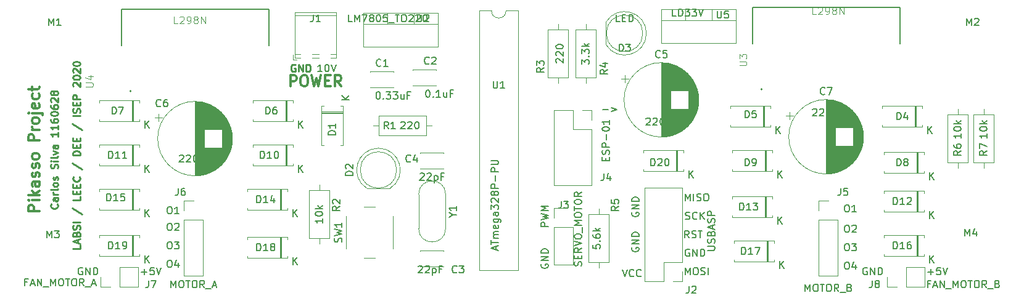
<source format=gbr>
G04 #@! TF.GenerationSoftware,KiCad,Pcbnew,(5.1.4)-1*
G04 #@! TF.CreationDate,2020-01-11T22:22:39+00:00*
G04 #@! TF.ProjectId,Plotter,506c6f74-7465-4722-9e6b-696361645f70,V1.0*
G04 #@! TF.SameCoordinates,Original*
G04 #@! TF.FileFunction,Legend,Top*
G04 #@! TF.FilePolarity,Positive*
%FSLAX46Y46*%
G04 Gerber Fmt 4.6, Leading zero omitted, Abs format (unit mm)*
G04 Created by KiCad (PCBNEW (5.1.4)-1) date 2020-01-11 22:22:39*
%MOMM*%
%LPD*%
G04 APERTURE LIST*
%ADD10C,0.150000*%
%ADD11C,0.300000*%
%ADD12C,0.248000*%
%ADD13C,0.250000*%
%ADD14C,0.120000*%
%ADD15C,0.127000*%
%ADD16C,0.200000*%
%ADD17C,0.015000*%
G04 APERTURE END LIST*
D10*
X169934000Y-111505904D02*
X169886380Y-111601142D01*
X169886380Y-111744000D01*
X169934000Y-111886857D01*
X170029238Y-111982095D01*
X170124476Y-112029714D01*
X170314952Y-112077333D01*
X170457809Y-112077333D01*
X170648285Y-112029714D01*
X170743523Y-111982095D01*
X170838761Y-111886857D01*
X170886380Y-111744000D01*
X170886380Y-111648761D01*
X170838761Y-111505904D01*
X170791142Y-111458285D01*
X170457809Y-111458285D01*
X170457809Y-111648761D01*
X170886380Y-111029714D02*
X169886380Y-111029714D01*
X170886380Y-110458285D01*
X169886380Y-110458285D01*
X170886380Y-109982095D02*
X169886380Y-109982095D01*
X169886380Y-109744000D01*
X169934000Y-109601142D01*
X170029238Y-109505904D01*
X170124476Y-109458285D01*
X170314952Y-109410666D01*
X170457809Y-109410666D01*
X170648285Y-109458285D01*
X170743523Y-109505904D01*
X170838761Y-109601142D01*
X170886380Y-109744000D01*
X170886380Y-109982095D01*
X177800095Y-116594000D02*
X177704857Y-116546380D01*
X177562000Y-116546380D01*
X177419142Y-116594000D01*
X177323904Y-116689238D01*
X177276285Y-116784476D01*
X177228666Y-116974952D01*
X177228666Y-117117809D01*
X177276285Y-117308285D01*
X177323904Y-117403523D01*
X177419142Y-117498761D01*
X177562000Y-117546380D01*
X177657238Y-117546380D01*
X177800095Y-117498761D01*
X177847714Y-117451142D01*
X177847714Y-117117809D01*
X177657238Y-117117809D01*
X178276285Y-117546380D02*
X178276285Y-116546380D01*
X178847714Y-117546380D01*
X178847714Y-116546380D01*
X179323904Y-117546380D02*
X179323904Y-116546380D01*
X179562000Y-116546380D01*
X179704857Y-116594000D01*
X179800095Y-116689238D01*
X179847714Y-116784476D01*
X179895333Y-116974952D01*
X179895333Y-117117809D01*
X179847714Y-117308285D01*
X179800095Y-117403523D01*
X179704857Y-117498761D01*
X179562000Y-117546380D01*
X179323904Y-117546380D01*
X177244571Y-109926380D02*
X177244571Y-108926380D01*
X177577904Y-109640666D01*
X177911238Y-108926380D01*
X177911238Y-109926380D01*
X178387428Y-109926380D02*
X178387428Y-108926380D01*
X178816000Y-109878761D02*
X178958857Y-109926380D01*
X179196952Y-109926380D01*
X179292190Y-109878761D01*
X179339809Y-109831142D01*
X179387428Y-109735904D01*
X179387428Y-109640666D01*
X179339809Y-109545428D01*
X179292190Y-109497809D01*
X179196952Y-109450190D01*
X179006476Y-109402571D01*
X178911238Y-109354952D01*
X178863619Y-109307333D01*
X178816000Y-109212095D01*
X178816000Y-109116857D01*
X178863619Y-109021619D01*
X178911238Y-108974000D01*
X179006476Y-108926380D01*
X179244571Y-108926380D01*
X179387428Y-108974000D01*
X180006476Y-108926380D02*
X180196952Y-108926380D01*
X180292190Y-108974000D01*
X180387428Y-109069238D01*
X180435047Y-109259714D01*
X180435047Y-109593047D01*
X180387428Y-109783523D01*
X180292190Y-109878761D01*
X180196952Y-109926380D01*
X180006476Y-109926380D01*
X179911238Y-109878761D01*
X179816000Y-109783523D01*
X179768380Y-109593047D01*
X179768380Y-109259714D01*
X179816000Y-109069238D01*
X179911238Y-108974000D01*
X180006476Y-108926380D01*
X177276285Y-112418761D02*
X177419142Y-112466380D01*
X177657238Y-112466380D01*
X177752476Y-112418761D01*
X177800095Y-112371142D01*
X177847714Y-112275904D01*
X177847714Y-112180666D01*
X177800095Y-112085428D01*
X177752476Y-112037809D01*
X177657238Y-111990190D01*
X177466761Y-111942571D01*
X177371523Y-111894952D01*
X177323904Y-111847333D01*
X177276285Y-111752095D01*
X177276285Y-111656857D01*
X177323904Y-111561619D01*
X177371523Y-111514000D01*
X177466761Y-111466380D01*
X177704857Y-111466380D01*
X177847714Y-111514000D01*
X178847714Y-112371142D02*
X178800095Y-112418761D01*
X178657238Y-112466380D01*
X178562000Y-112466380D01*
X178419142Y-112418761D01*
X178323904Y-112323523D01*
X178276285Y-112228285D01*
X178228666Y-112037809D01*
X178228666Y-111894952D01*
X178276285Y-111704476D01*
X178323904Y-111609238D01*
X178419142Y-111514000D01*
X178562000Y-111466380D01*
X178657238Y-111466380D01*
X178800095Y-111514000D01*
X178847714Y-111561619D01*
X179276285Y-112466380D02*
X179276285Y-111466380D01*
X179847714Y-112466380D02*
X179419142Y-111894952D01*
X179847714Y-111466380D02*
X179276285Y-112037809D01*
X177760380Y-115006380D02*
X177427047Y-114530190D01*
X177188952Y-115006380D02*
X177188952Y-114006380D01*
X177569904Y-114006380D01*
X177665142Y-114054000D01*
X177712761Y-114101619D01*
X177760380Y-114196857D01*
X177760380Y-114339714D01*
X177712761Y-114434952D01*
X177665142Y-114482571D01*
X177569904Y-114530190D01*
X177188952Y-114530190D01*
X178141333Y-114958761D02*
X178284190Y-115006380D01*
X178522285Y-115006380D01*
X178617523Y-114958761D01*
X178665142Y-114911142D01*
X178712761Y-114815904D01*
X178712761Y-114720666D01*
X178665142Y-114625428D01*
X178617523Y-114577809D01*
X178522285Y-114530190D01*
X178331809Y-114482571D01*
X178236571Y-114434952D01*
X178188952Y-114387333D01*
X178141333Y-114292095D01*
X178141333Y-114196857D01*
X178188952Y-114101619D01*
X178236571Y-114054000D01*
X178331809Y-114006380D01*
X178569904Y-114006380D01*
X178712761Y-114054000D01*
X178998476Y-114006380D02*
X179569904Y-114006380D01*
X179284190Y-115006380D02*
X179284190Y-114006380D01*
X169934000Y-116331904D02*
X169886380Y-116427142D01*
X169886380Y-116570000D01*
X169934000Y-116712857D01*
X170029238Y-116808095D01*
X170124476Y-116855714D01*
X170314952Y-116903333D01*
X170457809Y-116903333D01*
X170648285Y-116855714D01*
X170743523Y-116808095D01*
X170838761Y-116712857D01*
X170886380Y-116570000D01*
X170886380Y-116474761D01*
X170838761Y-116331904D01*
X170791142Y-116284285D01*
X170457809Y-116284285D01*
X170457809Y-116474761D01*
X170886380Y-115855714D02*
X169886380Y-115855714D01*
X170886380Y-115284285D01*
X169886380Y-115284285D01*
X170886380Y-114808095D02*
X169886380Y-114808095D01*
X169886380Y-114570000D01*
X169934000Y-114427142D01*
X170029238Y-114331904D01*
X170124476Y-114284285D01*
X170314952Y-114236666D01*
X170457809Y-114236666D01*
X170648285Y-114284285D01*
X170743523Y-114331904D01*
X170838761Y-114427142D01*
X170886380Y-114570000D01*
X170886380Y-114808095D01*
X168592666Y-119340380D02*
X168926000Y-120340380D01*
X169259333Y-119340380D01*
X170164095Y-120245142D02*
X170116476Y-120292761D01*
X169973619Y-120340380D01*
X169878380Y-120340380D01*
X169735523Y-120292761D01*
X169640285Y-120197523D01*
X169592666Y-120102285D01*
X169545047Y-119911809D01*
X169545047Y-119768952D01*
X169592666Y-119578476D01*
X169640285Y-119483238D01*
X169735523Y-119388000D01*
X169878380Y-119340380D01*
X169973619Y-119340380D01*
X170116476Y-119388000D01*
X170164095Y-119435619D01*
X171164095Y-120245142D02*
X171116476Y-120292761D01*
X170973619Y-120340380D01*
X170878380Y-120340380D01*
X170735523Y-120292761D01*
X170640285Y-120197523D01*
X170592666Y-120102285D01*
X170545047Y-119911809D01*
X170545047Y-119768952D01*
X170592666Y-119578476D01*
X170640285Y-119483238D01*
X170735523Y-119388000D01*
X170878380Y-119340380D01*
X170973619Y-119340380D01*
X171116476Y-119388000D01*
X171164095Y-119435619D01*
X177244571Y-120086380D02*
X177244571Y-119086380D01*
X177577904Y-119800666D01*
X177911238Y-119086380D01*
X177911238Y-120086380D01*
X178577904Y-119086380D02*
X178768380Y-119086380D01*
X178863619Y-119134000D01*
X178958857Y-119229238D01*
X179006476Y-119419714D01*
X179006476Y-119753047D01*
X178958857Y-119943523D01*
X178863619Y-120038761D01*
X178768380Y-120086380D01*
X178577904Y-120086380D01*
X178482666Y-120038761D01*
X178387428Y-119943523D01*
X178339809Y-119753047D01*
X178339809Y-119419714D01*
X178387428Y-119229238D01*
X178482666Y-119134000D01*
X178577904Y-119086380D01*
X179387428Y-120038761D02*
X179530285Y-120086380D01*
X179768380Y-120086380D01*
X179863619Y-120038761D01*
X179911238Y-119991142D01*
X179958857Y-119895904D01*
X179958857Y-119800666D01*
X179911238Y-119705428D01*
X179863619Y-119657809D01*
X179768380Y-119610190D01*
X179577904Y-119562571D01*
X179482666Y-119514952D01*
X179435047Y-119467333D01*
X179387428Y-119372095D01*
X179387428Y-119276857D01*
X179435047Y-119181619D01*
X179482666Y-119134000D01*
X179577904Y-119086380D01*
X179816000Y-119086380D01*
X179958857Y-119134000D01*
X180387428Y-120086380D02*
X180387428Y-119086380D01*
X165878000Y-97353428D02*
X166639904Y-97353428D01*
X167116095Y-97067714D02*
X167878000Y-97353428D01*
X167116095Y-97639142D01*
X202184095Y-119134000D02*
X202088857Y-119086380D01*
X201946000Y-119086380D01*
X201803142Y-119134000D01*
X201707904Y-119229238D01*
X201660285Y-119324476D01*
X201612666Y-119514952D01*
X201612666Y-119657809D01*
X201660285Y-119848285D01*
X201707904Y-119943523D01*
X201803142Y-120038761D01*
X201946000Y-120086380D01*
X202041238Y-120086380D01*
X202184095Y-120038761D01*
X202231714Y-119991142D01*
X202231714Y-119657809D01*
X202041238Y-119657809D01*
X202660285Y-120086380D02*
X202660285Y-119086380D01*
X203231714Y-120086380D01*
X203231714Y-119086380D01*
X203707904Y-120086380D02*
X203707904Y-119086380D01*
X203946000Y-119086380D01*
X204088857Y-119134000D01*
X204184095Y-119229238D01*
X204231714Y-119324476D01*
X204279333Y-119514952D01*
X204279333Y-119657809D01*
X204231714Y-119848285D01*
X204184095Y-119943523D01*
X204088857Y-120038761D01*
X203946000Y-120086380D01*
X203707904Y-120086380D01*
X210550285Y-119705428D02*
X211312190Y-119705428D01*
X210931238Y-120086380D02*
X210931238Y-119324476D01*
X212264571Y-119086380D02*
X211788380Y-119086380D01*
X211740761Y-119562571D01*
X211788380Y-119514952D01*
X211883619Y-119467333D01*
X212121714Y-119467333D01*
X212216952Y-119514952D01*
X212264571Y-119562571D01*
X212312190Y-119657809D01*
X212312190Y-119895904D01*
X212264571Y-119991142D01*
X212216952Y-120038761D01*
X212121714Y-120086380D01*
X211883619Y-120086380D01*
X211788380Y-120038761D01*
X211740761Y-119991142D01*
X212597904Y-119086380D02*
X212931238Y-120086380D01*
X213264571Y-119086380D01*
X157488000Y-118617904D02*
X157440380Y-118713142D01*
X157440380Y-118856000D01*
X157488000Y-118998857D01*
X157583238Y-119094095D01*
X157678476Y-119141714D01*
X157868952Y-119189333D01*
X158011809Y-119189333D01*
X158202285Y-119141714D01*
X158297523Y-119094095D01*
X158392761Y-118998857D01*
X158440380Y-118856000D01*
X158440380Y-118760761D01*
X158392761Y-118617904D01*
X158345142Y-118570285D01*
X158011809Y-118570285D01*
X158011809Y-118760761D01*
X158440380Y-118141714D02*
X157440380Y-118141714D01*
X158440380Y-117570285D01*
X157440380Y-117570285D01*
X158440380Y-117094095D02*
X157440380Y-117094095D01*
X157440380Y-116856000D01*
X157488000Y-116713142D01*
X157583238Y-116617904D01*
X157678476Y-116570285D01*
X157868952Y-116522666D01*
X158011809Y-116522666D01*
X158202285Y-116570285D01*
X158297523Y-116617904D01*
X158392761Y-116713142D01*
X158440380Y-116856000D01*
X158440380Y-117094095D01*
X158440380Y-113418761D02*
X157440380Y-113418761D01*
X157440380Y-113037809D01*
X157488000Y-112942571D01*
X157535619Y-112894952D01*
X157630857Y-112847333D01*
X157773714Y-112847333D01*
X157868952Y-112894952D01*
X157916571Y-112942571D01*
X157964190Y-113037809D01*
X157964190Y-113418761D01*
X157440380Y-112514000D02*
X158440380Y-112275904D01*
X157726095Y-112085428D01*
X158440380Y-111894952D01*
X157440380Y-111656857D01*
X158440380Y-111275904D02*
X157440380Y-111275904D01*
X158154666Y-110942571D01*
X157440380Y-110609238D01*
X158440380Y-110609238D01*
D11*
X123027714Y-94150571D02*
X123027714Y-92650571D01*
X123599142Y-92650571D01*
X123742000Y-92722000D01*
X123813428Y-92793428D01*
X123884857Y-92936285D01*
X123884857Y-93150571D01*
X123813428Y-93293428D01*
X123742000Y-93364857D01*
X123599142Y-93436285D01*
X123027714Y-93436285D01*
X124813428Y-92650571D02*
X125099142Y-92650571D01*
X125242000Y-92722000D01*
X125384857Y-92864857D01*
X125456285Y-93150571D01*
X125456285Y-93650571D01*
X125384857Y-93936285D01*
X125242000Y-94079142D01*
X125099142Y-94150571D01*
X124813428Y-94150571D01*
X124670571Y-94079142D01*
X124527714Y-93936285D01*
X124456285Y-93650571D01*
X124456285Y-93150571D01*
X124527714Y-92864857D01*
X124670571Y-92722000D01*
X124813428Y-92650571D01*
X125956285Y-92650571D02*
X126313428Y-94150571D01*
X126599142Y-93079142D01*
X126884857Y-94150571D01*
X127242000Y-92650571D01*
X127813428Y-93364857D02*
X128313428Y-93364857D01*
X128527714Y-94150571D02*
X127813428Y-94150571D01*
X127813428Y-92650571D01*
X128527714Y-92650571D01*
X130027714Y-94150571D02*
X129527714Y-93436285D01*
X129170571Y-94150571D02*
X129170571Y-92650571D01*
X129742000Y-92650571D01*
X129884857Y-92722000D01*
X129956285Y-92793428D01*
X130027714Y-92936285D01*
X130027714Y-93150571D01*
X129956285Y-93293428D01*
X129884857Y-93364857D01*
X129742000Y-93436285D01*
X129170571Y-93436285D01*
D12*
X123704190Y-91198000D02*
X123609714Y-91150761D01*
X123468000Y-91150761D01*
X123326285Y-91198000D01*
X123231809Y-91292476D01*
X123184571Y-91386952D01*
X123137333Y-91575904D01*
X123137333Y-91717619D01*
X123184571Y-91906571D01*
X123231809Y-92001047D01*
X123326285Y-92095523D01*
X123468000Y-92142761D01*
X123562476Y-92142761D01*
X123704190Y-92095523D01*
X123751428Y-92048285D01*
X123751428Y-91717619D01*
X123562476Y-91717619D01*
X124176571Y-92142761D02*
X124176571Y-91150761D01*
X124743428Y-92142761D01*
X124743428Y-91150761D01*
X125215809Y-92142761D02*
X125215809Y-91150761D01*
X125452000Y-91150761D01*
X125593714Y-91198000D01*
X125688190Y-91292476D01*
X125735428Y-91386952D01*
X125782666Y-91575904D01*
X125782666Y-91717619D01*
X125735428Y-91906571D01*
X125688190Y-92001047D01*
X125593714Y-92095523D01*
X125452000Y-92142761D01*
X125215809Y-92142761D01*
D10*
X94488095Y-119134000D02*
X94392857Y-119086380D01*
X94250000Y-119086380D01*
X94107142Y-119134000D01*
X94011904Y-119229238D01*
X93964285Y-119324476D01*
X93916666Y-119514952D01*
X93916666Y-119657809D01*
X93964285Y-119848285D01*
X94011904Y-119943523D01*
X94107142Y-120038761D01*
X94250000Y-120086380D01*
X94345238Y-120086380D01*
X94488095Y-120038761D01*
X94535714Y-119991142D01*
X94535714Y-119657809D01*
X94345238Y-119657809D01*
X94964285Y-120086380D02*
X94964285Y-119086380D01*
X95535714Y-120086380D01*
X95535714Y-119086380D01*
X96011904Y-120086380D02*
X96011904Y-119086380D01*
X96250000Y-119086380D01*
X96392857Y-119134000D01*
X96488095Y-119229238D01*
X96535714Y-119324476D01*
X96583333Y-119514952D01*
X96583333Y-119657809D01*
X96535714Y-119848285D01*
X96488095Y-119943523D01*
X96392857Y-120038761D01*
X96250000Y-120086380D01*
X96011904Y-120086380D01*
X102600285Y-119705428D02*
X103362190Y-119705428D01*
X102981238Y-120086380D02*
X102981238Y-119324476D01*
X104314571Y-119086380D02*
X103838380Y-119086380D01*
X103790761Y-119562571D01*
X103838380Y-119514952D01*
X103933619Y-119467333D01*
X104171714Y-119467333D01*
X104266952Y-119514952D01*
X104314571Y-119562571D01*
X104362190Y-119657809D01*
X104362190Y-119895904D01*
X104314571Y-119991142D01*
X104266952Y-120038761D01*
X104171714Y-120086380D01*
X103933619Y-120086380D01*
X103838380Y-120038761D01*
X103790761Y-119991142D01*
X104647904Y-119086380D02*
X104981238Y-120086380D01*
X105314571Y-119086380D01*
X106362571Y-118070380D02*
X106553047Y-118070380D01*
X106648285Y-118118000D01*
X106743523Y-118213238D01*
X106791142Y-118403714D01*
X106791142Y-118737047D01*
X106743523Y-118927523D01*
X106648285Y-119022761D01*
X106553047Y-119070380D01*
X106362571Y-119070380D01*
X106267333Y-119022761D01*
X106172095Y-118927523D01*
X106124476Y-118737047D01*
X106124476Y-118403714D01*
X106172095Y-118213238D01*
X106267333Y-118118000D01*
X106362571Y-118070380D01*
X107648285Y-118403714D02*
X107648285Y-119070380D01*
X107410190Y-118022761D02*
X107172095Y-118737047D01*
X107791142Y-118737047D01*
X106362571Y-115530380D02*
X106553047Y-115530380D01*
X106648285Y-115578000D01*
X106743523Y-115673238D01*
X106791142Y-115863714D01*
X106791142Y-116197047D01*
X106743523Y-116387523D01*
X106648285Y-116482761D01*
X106553047Y-116530380D01*
X106362571Y-116530380D01*
X106267333Y-116482761D01*
X106172095Y-116387523D01*
X106124476Y-116197047D01*
X106124476Y-115863714D01*
X106172095Y-115673238D01*
X106267333Y-115578000D01*
X106362571Y-115530380D01*
X107124476Y-115530380D02*
X107743523Y-115530380D01*
X107410190Y-115911333D01*
X107553047Y-115911333D01*
X107648285Y-115958952D01*
X107695904Y-116006571D01*
X107743523Y-116101809D01*
X107743523Y-116339904D01*
X107695904Y-116435142D01*
X107648285Y-116482761D01*
X107553047Y-116530380D01*
X107267333Y-116530380D01*
X107172095Y-116482761D01*
X107124476Y-116435142D01*
X106362571Y-112990380D02*
X106553047Y-112990380D01*
X106648285Y-113038000D01*
X106743523Y-113133238D01*
X106791142Y-113323714D01*
X106791142Y-113657047D01*
X106743523Y-113847523D01*
X106648285Y-113942761D01*
X106553047Y-113990380D01*
X106362571Y-113990380D01*
X106267333Y-113942761D01*
X106172095Y-113847523D01*
X106124476Y-113657047D01*
X106124476Y-113323714D01*
X106172095Y-113133238D01*
X106267333Y-113038000D01*
X106362571Y-112990380D01*
X107172095Y-113085619D02*
X107219714Y-113038000D01*
X107314952Y-112990380D01*
X107553047Y-112990380D01*
X107648285Y-113038000D01*
X107695904Y-113085619D01*
X107743523Y-113180857D01*
X107743523Y-113276095D01*
X107695904Y-113418952D01*
X107124476Y-113990380D01*
X107743523Y-113990380D01*
X106362571Y-110704380D02*
X106553047Y-110704380D01*
X106648285Y-110752000D01*
X106743523Y-110847238D01*
X106791142Y-111037714D01*
X106791142Y-111371047D01*
X106743523Y-111561523D01*
X106648285Y-111656761D01*
X106553047Y-111704380D01*
X106362571Y-111704380D01*
X106267333Y-111656761D01*
X106172095Y-111561523D01*
X106124476Y-111371047D01*
X106124476Y-111037714D01*
X106172095Y-110847238D01*
X106267333Y-110752000D01*
X106362571Y-110704380D01*
X107743523Y-111704380D02*
X107172095Y-111704380D01*
X107457809Y-111704380D02*
X107457809Y-110704380D01*
X107362571Y-110847238D01*
X107267333Y-110942476D01*
X107172095Y-110990095D01*
X199326571Y-118324380D02*
X199517047Y-118324380D01*
X199612285Y-118372000D01*
X199707523Y-118467238D01*
X199755142Y-118657714D01*
X199755142Y-118991047D01*
X199707523Y-119181523D01*
X199612285Y-119276761D01*
X199517047Y-119324380D01*
X199326571Y-119324380D01*
X199231333Y-119276761D01*
X199136095Y-119181523D01*
X199088476Y-118991047D01*
X199088476Y-118657714D01*
X199136095Y-118467238D01*
X199231333Y-118372000D01*
X199326571Y-118324380D01*
X200612285Y-118657714D02*
X200612285Y-119324380D01*
X200374190Y-118276761D02*
X200136095Y-118991047D01*
X200755142Y-118991047D01*
X199326571Y-115784380D02*
X199517047Y-115784380D01*
X199612285Y-115832000D01*
X199707523Y-115927238D01*
X199755142Y-116117714D01*
X199755142Y-116451047D01*
X199707523Y-116641523D01*
X199612285Y-116736761D01*
X199517047Y-116784380D01*
X199326571Y-116784380D01*
X199231333Y-116736761D01*
X199136095Y-116641523D01*
X199088476Y-116451047D01*
X199088476Y-116117714D01*
X199136095Y-115927238D01*
X199231333Y-115832000D01*
X199326571Y-115784380D01*
X200088476Y-115784380D02*
X200707523Y-115784380D01*
X200374190Y-116165333D01*
X200517047Y-116165333D01*
X200612285Y-116212952D01*
X200659904Y-116260571D01*
X200707523Y-116355809D01*
X200707523Y-116593904D01*
X200659904Y-116689142D01*
X200612285Y-116736761D01*
X200517047Y-116784380D01*
X200231333Y-116784380D01*
X200136095Y-116736761D01*
X200088476Y-116689142D01*
X199326571Y-113244380D02*
X199517047Y-113244380D01*
X199612285Y-113292000D01*
X199707523Y-113387238D01*
X199755142Y-113577714D01*
X199755142Y-113911047D01*
X199707523Y-114101523D01*
X199612285Y-114196761D01*
X199517047Y-114244380D01*
X199326571Y-114244380D01*
X199231333Y-114196761D01*
X199136095Y-114101523D01*
X199088476Y-113911047D01*
X199088476Y-113577714D01*
X199136095Y-113387238D01*
X199231333Y-113292000D01*
X199326571Y-113244380D01*
X200136095Y-113339619D02*
X200183714Y-113292000D01*
X200278952Y-113244380D01*
X200517047Y-113244380D01*
X200612285Y-113292000D01*
X200659904Y-113339619D01*
X200707523Y-113434857D01*
X200707523Y-113530095D01*
X200659904Y-113672952D01*
X200088476Y-114244380D01*
X200707523Y-114244380D01*
X199326571Y-110450380D02*
X199517047Y-110450380D01*
X199612285Y-110498000D01*
X199707523Y-110593238D01*
X199755142Y-110783714D01*
X199755142Y-111117047D01*
X199707523Y-111307523D01*
X199612285Y-111402761D01*
X199517047Y-111450380D01*
X199326571Y-111450380D01*
X199231333Y-111402761D01*
X199136095Y-111307523D01*
X199088476Y-111117047D01*
X199088476Y-110783714D01*
X199136095Y-110593238D01*
X199231333Y-110498000D01*
X199326571Y-110450380D01*
X200707523Y-111450380D02*
X200136095Y-111450380D01*
X200421809Y-111450380D02*
X200421809Y-110450380D01*
X200326571Y-110593238D01*
X200231333Y-110688476D01*
X200136095Y-110736095D01*
D11*
X88562571Y-111334285D02*
X87062571Y-111334285D01*
X87062571Y-110762857D01*
X87134000Y-110620000D01*
X87205428Y-110548571D01*
X87348285Y-110477142D01*
X87562571Y-110477142D01*
X87705428Y-110548571D01*
X87776857Y-110620000D01*
X87848285Y-110762857D01*
X87848285Y-111334285D01*
X88562571Y-109834285D02*
X87562571Y-109834285D01*
X87062571Y-109834285D02*
X87134000Y-109905714D01*
X87205428Y-109834285D01*
X87134000Y-109762857D01*
X87062571Y-109834285D01*
X87205428Y-109834285D01*
X88562571Y-109120000D02*
X87062571Y-109120000D01*
X87991142Y-108977142D02*
X88562571Y-108548571D01*
X87562571Y-108548571D02*
X88134000Y-109120000D01*
X88562571Y-107262857D02*
X87776857Y-107262857D01*
X87634000Y-107334285D01*
X87562571Y-107477142D01*
X87562571Y-107762857D01*
X87634000Y-107905714D01*
X88491142Y-107262857D02*
X88562571Y-107405714D01*
X88562571Y-107762857D01*
X88491142Y-107905714D01*
X88348285Y-107977142D01*
X88205428Y-107977142D01*
X88062571Y-107905714D01*
X87991142Y-107762857D01*
X87991142Y-107405714D01*
X87919714Y-107262857D01*
X88491142Y-106620000D02*
X88562571Y-106477142D01*
X88562571Y-106191428D01*
X88491142Y-106048571D01*
X88348285Y-105977142D01*
X88276857Y-105977142D01*
X88134000Y-106048571D01*
X88062571Y-106191428D01*
X88062571Y-106405714D01*
X87991142Y-106548571D01*
X87848285Y-106620000D01*
X87776857Y-106620000D01*
X87634000Y-106548571D01*
X87562571Y-106405714D01*
X87562571Y-106191428D01*
X87634000Y-106048571D01*
X88491142Y-105405714D02*
X88562571Y-105262857D01*
X88562571Y-104977142D01*
X88491142Y-104834285D01*
X88348285Y-104762857D01*
X88276857Y-104762857D01*
X88134000Y-104834285D01*
X88062571Y-104977142D01*
X88062571Y-105191428D01*
X87991142Y-105334285D01*
X87848285Y-105405714D01*
X87776857Y-105405714D01*
X87634000Y-105334285D01*
X87562571Y-105191428D01*
X87562571Y-104977142D01*
X87634000Y-104834285D01*
X88562571Y-103905714D02*
X88491142Y-104048571D01*
X88419714Y-104120000D01*
X88276857Y-104191428D01*
X87848285Y-104191428D01*
X87705428Y-104120000D01*
X87634000Y-104048571D01*
X87562571Y-103905714D01*
X87562571Y-103691428D01*
X87634000Y-103548571D01*
X87705428Y-103477142D01*
X87848285Y-103405714D01*
X88276857Y-103405714D01*
X88419714Y-103477142D01*
X88491142Y-103548571D01*
X88562571Y-103691428D01*
X88562571Y-103905714D01*
X88562571Y-101620000D02*
X87062571Y-101620000D01*
X87062571Y-101048571D01*
X87134000Y-100905714D01*
X87205428Y-100834285D01*
X87348285Y-100762857D01*
X87562571Y-100762857D01*
X87705428Y-100834285D01*
X87776857Y-100905714D01*
X87848285Y-101048571D01*
X87848285Y-101620000D01*
X88562571Y-100120000D02*
X87562571Y-100120000D01*
X87848285Y-100120000D02*
X87705428Y-100048571D01*
X87634000Y-99977142D01*
X87562571Y-99834285D01*
X87562571Y-99691428D01*
X88562571Y-98977142D02*
X88491142Y-99120000D01*
X88419714Y-99191428D01*
X88276857Y-99262857D01*
X87848285Y-99262857D01*
X87705428Y-99191428D01*
X87634000Y-99120000D01*
X87562571Y-98977142D01*
X87562571Y-98762857D01*
X87634000Y-98620000D01*
X87705428Y-98548571D01*
X87848285Y-98477142D01*
X88276857Y-98477142D01*
X88419714Y-98548571D01*
X88491142Y-98620000D01*
X88562571Y-98762857D01*
X88562571Y-98977142D01*
X87562571Y-97834285D02*
X88848285Y-97834285D01*
X88991142Y-97905714D01*
X89062571Y-98048571D01*
X89062571Y-98120000D01*
X87062571Y-97834285D02*
X87134000Y-97905714D01*
X87205428Y-97834285D01*
X87134000Y-97762857D01*
X87062571Y-97834285D01*
X87205428Y-97834285D01*
X88491142Y-96548571D02*
X88562571Y-96691428D01*
X88562571Y-96977142D01*
X88491142Y-97120000D01*
X88348285Y-97191428D01*
X87776857Y-97191428D01*
X87634000Y-97120000D01*
X87562571Y-96977142D01*
X87562571Y-96691428D01*
X87634000Y-96548571D01*
X87776857Y-96477142D01*
X87919714Y-96477142D01*
X88062571Y-97191428D01*
X88491142Y-95191428D02*
X88562571Y-95334285D01*
X88562571Y-95620000D01*
X88491142Y-95762857D01*
X88419714Y-95834285D01*
X88276857Y-95905714D01*
X87848285Y-95905714D01*
X87705428Y-95834285D01*
X87634000Y-95762857D01*
X87562571Y-95620000D01*
X87562571Y-95334285D01*
X87634000Y-95191428D01*
X87562571Y-94762857D02*
X87562571Y-94191428D01*
X87062571Y-94548571D02*
X88348285Y-94548571D01*
X88491142Y-94477142D01*
X88562571Y-94334285D01*
X88562571Y-94191428D01*
D13*
X94178380Y-115989142D02*
X94178380Y-116465333D01*
X93178380Y-116465333D01*
X93892666Y-115703428D02*
X93892666Y-115227238D01*
X94178380Y-115798666D02*
X93178380Y-115465333D01*
X94178380Y-115132000D01*
X93654571Y-114465333D02*
X93702190Y-114322476D01*
X93749809Y-114274857D01*
X93845047Y-114227238D01*
X93987904Y-114227238D01*
X94083142Y-114274857D01*
X94130761Y-114322476D01*
X94178380Y-114417714D01*
X94178380Y-114798666D01*
X93178380Y-114798666D01*
X93178380Y-114465333D01*
X93226000Y-114370095D01*
X93273619Y-114322476D01*
X93368857Y-114274857D01*
X93464095Y-114274857D01*
X93559333Y-114322476D01*
X93606952Y-114370095D01*
X93654571Y-114465333D01*
X93654571Y-114798666D01*
X94130761Y-113846285D02*
X94178380Y-113703428D01*
X94178380Y-113465333D01*
X94130761Y-113370095D01*
X94083142Y-113322476D01*
X93987904Y-113274857D01*
X93892666Y-113274857D01*
X93797428Y-113322476D01*
X93749809Y-113370095D01*
X93702190Y-113465333D01*
X93654571Y-113655809D01*
X93606952Y-113751047D01*
X93559333Y-113798666D01*
X93464095Y-113846285D01*
X93368857Y-113846285D01*
X93273619Y-113798666D01*
X93226000Y-113751047D01*
X93178380Y-113655809D01*
X93178380Y-113417714D01*
X93226000Y-113274857D01*
X94178380Y-112846285D02*
X93178380Y-112846285D01*
X93130761Y-110893904D02*
X94416476Y-111751047D01*
X94178380Y-109322476D02*
X94178380Y-109798666D01*
X93178380Y-109798666D01*
X93654571Y-108989142D02*
X93654571Y-108655809D01*
X94178380Y-108512952D02*
X94178380Y-108989142D01*
X93178380Y-108989142D01*
X93178380Y-108512952D01*
X93654571Y-108084380D02*
X93654571Y-107751047D01*
X94178380Y-107608190D02*
X94178380Y-108084380D01*
X93178380Y-108084380D01*
X93178380Y-107608190D01*
X94083142Y-106608190D02*
X94130761Y-106655809D01*
X94178380Y-106798666D01*
X94178380Y-106893904D01*
X94130761Y-107036761D01*
X94035523Y-107132000D01*
X93940285Y-107179619D01*
X93749809Y-107227238D01*
X93606952Y-107227238D01*
X93416476Y-107179619D01*
X93321238Y-107132000D01*
X93226000Y-107036761D01*
X93178380Y-106893904D01*
X93178380Y-106798666D01*
X93226000Y-106655809D01*
X93273619Y-106608190D01*
X93130761Y-104703428D02*
X94416476Y-105560571D01*
X94178380Y-103608190D02*
X93178380Y-103608190D01*
X93178380Y-103370095D01*
X93226000Y-103227238D01*
X93321238Y-103132000D01*
X93416476Y-103084380D01*
X93606952Y-103036761D01*
X93749809Y-103036761D01*
X93940285Y-103084380D01*
X94035523Y-103132000D01*
X94130761Y-103227238D01*
X94178380Y-103370095D01*
X94178380Y-103608190D01*
X93654571Y-102608190D02*
X93654571Y-102274857D01*
X94178380Y-102132000D02*
X94178380Y-102608190D01*
X93178380Y-102608190D01*
X93178380Y-102132000D01*
X93654571Y-101703428D02*
X93654571Y-101370095D01*
X94178380Y-101227238D02*
X94178380Y-101703428D01*
X93178380Y-101703428D01*
X93178380Y-101227238D01*
X93130761Y-99322476D02*
X94416476Y-100179619D01*
X94178380Y-98227238D02*
X93178380Y-98227238D01*
X94130761Y-97798666D02*
X94178380Y-97655809D01*
X94178380Y-97417714D01*
X94130761Y-97322476D01*
X94083142Y-97274857D01*
X93987904Y-97227238D01*
X93892666Y-97227238D01*
X93797428Y-97274857D01*
X93749809Y-97322476D01*
X93702190Y-97417714D01*
X93654571Y-97608190D01*
X93606952Y-97703428D01*
X93559333Y-97751047D01*
X93464095Y-97798666D01*
X93368857Y-97798666D01*
X93273619Y-97751047D01*
X93226000Y-97703428D01*
X93178380Y-97608190D01*
X93178380Y-97370095D01*
X93226000Y-97227238D01*
X93654571Y-96798666D02*
X93654571Y-96465333D01*
X94178380Y-96322476D02*
X94178380Y-96798666D01*
X93178380Y-96798666D01*
X93178380Y-96322476D01*
X94178380Y-95893904D02*
X93178380Y-95893904D01*
X93178380Y-95512952D01*
X93226000Y-95417714D01*
X93273619Y-95370095D01*
X93368857Y-95322476D01*
X93511714Y-95322476D01*
X93606952Y-95370095D01*
X93654571Y-95417714D01*
X93702190Y-95512952D01*
X93702190Y-95893904D01*
X93273619Y-94179619D02*
X93226000Y-94132000D01*
X93178380Y-94036761D01*
X93178380Y-93798666D01*
X93226000Y-93703428D01*
X93273619Y-93655809D01*
X93368857Y-93608190D01*
X93464095Y-93608190D01*
X93606952Y-93655809D01*
X94178380Y-94227238D01*
X94178380Y-93608190D01*
X93178380Y-92989142D02*
X93178380Y-92893904D01*
X93226000Y-92798666D01*
X93273619Y-92751047D01*
X93368857Y-92703428D01*
X93559333Y-92655809D01*
X93797428Y-92655809D01*
X93987904Y-92703428D01*
X94083142Y-92751047D01*
X94130761Y-92798666D01*
X94178380Y-92893904D01*
X94178380Y-92989142D01*
X94130761Y-93084380D01*
X94083142Y-93132000D01*
X93987904Y-93179619D01*
X93797428Y-93227238D01*
X93559333Y-93227238D01*
X93368857Y-93179619D01*
X93273619Y-93132000D01*
X93226000Y-93084380D01*
X93178380Y-92989142D01*
X93273619Y-92274857D02*
X93226000Y-92227238D01*
X93178380Y-92132000D01*
X93178380Y-91893904D01*
X93226000Y-91798666D01*
X93273619Y-91751047D01*
X93368857Y-91703428D01*
X93464095Y-91703428D01*
X93606952Y-91751047D01*
X94178380Y-92322476D01*
X94178380Y-91703428D01*
X93178380Y-91084380D02*
X93178380Y-90989142D01*
X93226000Y-90893904D01*
X93273619Y-90846285D01*
X93368857Y-90798666D01*
X93559333Y-90751047D01*
X93797428Y-90751047D01*
X93987904Y-90798666D01*
X94083142Y-90846285D01*
X94130761Y-90893904D01*
X94178380Y-90989142D01*
X94178380Y-91084380D01*
X94130761Y-91179619D01*
X94083142Y-91227238D01*
X93987904Y-91274857D01*
X93797428Y-91322476D01*
X93559333Y-91322476D01*
X93368857Y-91274857D01*
X93273619Y-91227238D01*
X93226000Y-91179619D01*
X93178380Y-91084380D01*
X91035142Y-110346190D02*
X91082761Y-110393809D01*
X91130380Y-110536666D01*
X91130380Y-110631904D01*
X91082761Y-110774761D01*
X90987523Y-110870000D01*
X90892285Y-110917619D01*
X90701809Y-110965238D01*
X90558952Y-110965238D01*
X90368476Y-110917619D01*
X90273238Y-110870000D01*
X90178000Y-110774761D01*
X90130380Y-110631904D01*
X90130380Y-110536666D01*
X90178000Y-110393809D01*
X90225619Y-110346190D01*
X91130380Y-109489047D02*
X90606571Y-109489047D01*
X90511333Y-109536666D01*
X90463714Y-109631904D01*
X90463714Y-109822380D01*
X90511333Y-109917619D01*
X91082761Y-109489047D02*
X91130380Y-109584285D01*
X91130380Y-109822380D01*
X91082761Y-109917619D01*
X90987523Y-109965238D01*
X90892285Y-109965238D01*
X90797047Y-109917619D01*
X90749428Y-109822380D01*
X90749428Y-109584285D01*
X90701809Y-109489047D01*
X91130380Y-109012857D02*
X90463714Y-109012857D01*
X90654190Y-109012857D02*
X90558952Y-108965238D01*
X90511333Y-108917619D01*
X90463714Y-108822380D01*
X90463714Y-108727142D01*
X91130380Y-108250952D02*
X91082761Y-108346190D01*
X90987523Y-108393809D01*
X90130380Y-108393809D01*
X91130380Y-107727142D02*
X91082761Y-107822380D01*
X91035142Y-107870000D01*
X90939904Y-107917619D01*
X90654190Y-107917619D01*
X90558952Y-107870000D01*
X90511333Y-107822380D01*
X90463714Y-107727142D01*
X90463714Y-107584285D01*
X90511333Y-107489047D01*
X90558952Y-107441428D01*
X90654190Y-107393809D01*
X90939904Y-107393809D01*
X91035142Y-107441428D01*
X91082761Y-107489047D01*
X91130380Y-107584285D01*
X91130380Y-107727142D01*
X91082761Y-107012857D02*
X91130380Y-106917619D01*
X91130380Y-106727142D01*
X91082761Y-106631904D01*
X90987523Y-106584285D01*
X90939904Y-106584285D01*
X90844666Y-106631904D01*
X90797047Y-106727142D01*
X90797047Y-106870000D01*
X90749428Y-106965238D01*
X90654190Y-107012857D01*
X90606571Y-107012857D01*
X90511333Y-106965238D01*
X90463714Y-106870000D01*
X90463714Y-106727142D01*
X90511333Y-106631904D01*
X91082761Y-105441428D02*
X91130380Y-105298571D01*
X91130380Y-105060476D01*
X91082761Y-104965238D01*
X91035142Y-104917619D01*
X90939904Y-104870000D01*
X90844666Y-104870000D01*
X90749428Y-104917619D01*
X90701809Y-104965238D01*
X90654190Y-105060476D01*
X90606571Y-105250952D01*
X90558952Y-105346190D01*
X90511333Y-105393809D01*
X90416095Y-105441428D01*
X90320857Y-105441428D01*
X90225619Y-105393809D01*
X90178000Y-105346190D01*
X90130380Y-105250952D01*
X90130380Y-105012857D01*
X90178000Y-104870000D01*
X91130380Y-104441428D02*
X90463714Y-104441428D01*
X90130380Y-104441428D02*
X90178000Y-104489047D01*
X90225619Y-104441428D01*
X90178000Y-104393809D01*
X90130380Y-104441428D01*
X90225619Y-104441428D01*
X91130380Y-103822380D02*
X91082761Y-103917619D01*
X90987523Y-103965238D01*
X90130380Y-103965238D01*
X90463714Y-103536666D02*
X91130380Y-103298571D01*
X90463714Y-103060476D01*
X91130380Y-102250952D02*
X90606571Y-102250952D01*
X90511333Y-102298571D01*
X90463714Y-102393809D01*
X90463714Y-102584285D01*
X90511333Y-102679523D01*
X91082761Y-102250952D02*
X91130380Y-102346190D01*
X91130380Y-102584285D01*
X91082761Y-102679523D01*
X90987523Y-102727142D01*
X90892285Y-102727142D01*
X90797047Y-102679523D01*
X90749428Y-102584285D01*
X90749428Y-102346190D01*
X90701809Y-102250952D01*
X91130380Y-100489047D02*
X91130380Y-101060476D01*
X91130380Y-100774761D02*
X90130380Y-100774761D01*
X90273238Y-100870000D01*
X90368476Y-100965238D01*
X90416095Y-101060476D01*
X91130380Y-99536666D02*
X91130380Y-100108095D01*
X91130380Y-99822380D02*
X90130380Y-99822380D01*
X90273238Y-99917619D01*
X90368476Y-100012857D01*
X90416095Y-100108095D01*
X90130380Y-98679523D02*
X90130380Y-98870000D01*
X90178000Y-98965238D01*
X90225619Y-99012857D01*
X90368476Y-99108095D01*
X90558952Y-99155714D01*
X90939904Y-99155714D01*
X91035142Y-99108095D01*
X91082761Y-99060476D01*
X91130380Y-98965238D01*
X91130380Y-98774761D01*
X91082761Y-98679523D01*
X91035142Y-98631904D01*
X90939904Y-98584285D01*
X90701809Y-98584285D01*
X90606571Y-98631904D01*
X90558952Y-98679523D01*
X90511333Y-98774761D01*
X90511333Y-98965238D01*
X90558952Y-99060476D01*
X90606571Y-99108095D01*
X90701809Y-99155714D01*
X90130380Y-97965238D02*
X90130380Y-97870000D01*
X90178000Y-97774761D01*
X90225619Y-97727142D01*
X90320857Y-97679523D01*
X90511333Y-97631904D01*
X90749428Y-97631904D01*
X90939904Y-97679523D01*
X91035142Y-97727142D01*
X91082761Y-97774761D01*
X91130380Y-97870000D01*
X91130380Y-97965238D01*
X91082761Y-98060476D01*
X91035142Y-98108095D01*
X90939904Y-98155714D01*
X90749428Y-98203333D01*
X90511333Y-98203333D01*
X90320857Y-98155714D01*
X90225619Y-98108095D01*
X90178000Y-98060476D01*
X90130380Y-97965238D01*
X90130380Y-96774761D02*
X90130380Y-96965238D01*
X90178000Y-97060476D01*
X90225619Y-97108095D01*
X90368476Y-97203333D01*
X90558952Y-97250952D01*
X90939904Y-97250952D01*
X91035142Y-97203333D01*
X91082761Y-97155714D01*
X91130380Y-97060476D01*
X91130380Y-96870000D01*
X91082761Y-96774761D01*
X91035142Y-96727142D01*
X90939904Y-96679523D01*
X90701809Y-96679523D01*
X90606571Y-96727142D01*
X90558952Y-96774761D01*
X90511333Y-96870000D01*
X90511333Y-97060476D01*
X90558952Y-97155714D01*
X90606571Y-97203333D01*
X90701809Y-97250952D01*
X90225619Y-96298571D02*
X90178000Y-96250952D01*
X90130380Y-96155714D01*
X90130380Y-95917619D01*
X90178000Y-95822380D01*
X90225619Y-95774761D01*
X90320857Y-95727142D01*
X90416095Y-95727142D01*
X90558952Y-95774761D01*
X91130380Y-96346190D01*
X91130380Y-95727142D01*
X90558952Y-95155714D02*
X90511333Y-95250952D01*
X90463714Y-95298571D01*
X90368476Y-95346190D01*
X90320857Y-95346190D01*
X90225619Y-95298571D01*
X90178000Y-95250952D01*
X90130380Y-95155714D01*
X90130380Y-94965238D01*
X90178000Y-94870000D01*
X90225619Y-94822380D01*
X90320857Y-94774761D01*
X90368476Y-94774761D01*
X90463714Y-94822380D01*
X90511333Y-94870000D01*
X90558952Y-94965238D01*
X90558952Y-95155714D01*
X90606571Y-95250952D01*
X90654190Y-95298571D01*
X90749428Y-95346190D01*
X90939904Y-95346190D01*
X91035142Y-95298571D01*
X91082761Y-95250952D01*
X91130380Y-95155714D01*
X91130380Y-94965238D01*
X91082761Y-94870000D01*
X91035142Y-94822380D01*
X90939904Y-94774761D01*
X90749428Y-94774761D01*
X90654190Y-94822380D01*
X90606571Y-94870000D01*
X90558952Y-94965238D01*
D14*
X216816000Y-104616000D02*
X219556000Y-104616000D01*
X219556000Y-104616000D02*
X219556000Y-98076000D01*
X219556000Y-98076000D02*
X216816000Y-98076000D01*
X216816000Y-98076000D02*
X216816000Y-104616000D01*
X218186000Y-105386000D02*
X218186000Y-104616000D01*
X218186000Y-97306000D02*
X218186000Y-98076000D01*
X214630000Y-97306000D02*
X214630000Y-98076000D01*
X214630000Y-105386000D02*
X214630000Y-104616000D01*
X213260000Y-98076000D02*
X213260000Y-104616000D01*
X216000000Y-98076000D02*
X213260000Y-98076000D01*
X216000000Y-104616000D02*
X216000000Y-98076000D01*
X213260000Y-104616000D02*
X216000000Y-104616000D01*
X159198000Y-118678000D02*
X161858000Y-118678000D01*
X159198000Y-113538000D02*
X159198000Y-118678000D01*
X161858000Y-113538000D02*
X161858000Y-118678000D01*
X159198000Y-113538000D02*
X161858000Y-113538000D01*
X159198000Y-112268000D02*
X159198000Y-110938000D01*
X159198000Y-110938000D02*
X160528000Y-110938000D01*
D15*
X186496000Y-83334000D02*
X186496000Y-88334000D01*
X206696000Y-88334000D02*
X206696000Y-83334000D01*
X206696000Y-83334000D02*
X186496000Y-83334000D01*
D16*
X187806000Y-94554000D02*
G75*
G03X187806000Y-94554000I-100000J0D01*
G01*
D14*
X137236000Y-94273000D02*
X137236000Y-94338000D01*
X137236000Y-92098000D02*
X137236000Y-92163000D01*
X133996000Y-94273000D02*
X133996000Y-94338000D01*
X133996000Y-92098000D02*
X133996000Y-92163000D01*
X133996000Y-94338000D02*
X137236000Y-94338000D01*
X133996000Y-92098000D02*
X137236000Y-92098000D01*
X139838000Y-91844000D02*
X143078000Y-91844000D01*
X139838000Y-94084000D02*
X143078000Y-94084000D01*
X139838000Y-91844000D02*
X139838000Y-91909000D01*
X139838000Y-94019000D02*
X139838000Y-94084000D01*
X143078000Y-91844000D02*
X143078000Y-91909000D01*
X143078000Y-94019000D02*
X143078000Y-94084000D01*
X140854000Y-116736000D02*
X144094000Y-116736000D01*
X140854000Y-118976000D02*
X144094000Y-118976000D01*
X140854000Y-116736000D02*
X140854000Y-116801000D01*
X140854000Y-118911000D02*
X140854000Y-118976000D01*
X144094000Y-116736000D02*
X144094000Y-116801000D01*
X144094000Y-118911000D02*
X144094000Y-118976000D01*
X144094000Y-105449000D02*
X144094000Y-105514000D01*
X144094000Y-103274000D02*
X144094000Y-103339000D01*
X140854000Y-105449000D02*
X140854000Y-105514000D01*
X140854000Y-103274000D02*
X140854000Y-103339000D01*
X140854000Y-105514000D02*
X144094000Y-105514000D01*
X140854000Y-103274000D02*
X144094000Y-103274000D01*
X129918000Y-96848000D02*
X130248000Y-96848000D01*
X130248000Y-96848000D02*
X130248000Y-102288000D01*
X130248000Y-102288000D02*
X129918000Y-102288000D01*
X127638000Y-96848000D02*
X127308000Y-96848000D01*
X127308000Y-96848000D02*
X127308000Y-102288000D01*
X127308000Y-102288000D02*
X127638000Y-102288000D01*
X130248000Y-97748000D02*
X127308000Y-97748000D01*
X130248000Y-97868000D02*
X127308000Y-97868000D01*
X130248000Y-97628000D02*
X127308000Y-97628000D01*
X135128462Y-102674000D02*
G75*
G03X133583170Y-108224000I-462J-2990000D01*
G01*
X135127538Y-102674000D02*
G75*
G02X136672830Y-108224000I462J-2990000D01*
G01*
X137628000Y-105664000D02*
G75*
G03X137628000Y-105664000I-2500000J0D01*
G01*
X133583000Y-108224000D02*
X136673000Y-108224000D01*
X166350000Y-85323000D02*
X166350000Y-88413000D01*
X171410000Y-86868000D02*
G75*
G03X171410000Y-86868000I-2500000J0D01*
G01*
X171900000Y-86867538D02*
G75*
G02X166350000Y-88412830I-2990000J-462D01*
G01*
X171900000Y-86868462D02*
G75*
G03X166350000Y-85323170I-2990000J462D01*
G01*
X208950000Y-99768000D02*
X208950000Y-96828000D01*
X208710000Y-99768000D02*
X208710000Y-96828000D01*
X208830000Y-99768000D02*
X208830000Y-96828000D01*
X204290000Y-96828000D02*
X204290000Y-97158000D01*
X209730000Y-96828000D02*
X204290000Y-96828000D01*
X209730000Y-97158000D02*
X209730000Y-96828000D01*
X204290000Y-99768000D02*
X204290000Y-99438000D01*
X209730000Y-99768000D02*
X204290000Y-99768000D01*
X209730000Y-99438000D02*
X209730000Y-99768000D01*
X188122000Y-99768000D02*
X188122000Y-96828000D01*
X187882000Y-99768000D02*
X187882000Y-96828000D01*
X188002000Y-99768000D02*
X188002000Y-96828000D01*
X183462000Y-96828000D02*
X183462000Y-97158000D01*
X188902000Y-96828000D02*
X183462000Y-96828000D01*
X188902000Y-97158000D02*
X188902000Y-96828000D01*
X183462000Y-99768000D02*
X183462000Y-99438000D01*
X188902000Y-99768000D02*
X183462000Y-99768000D01*
X188902000Y-99438000D02*
X188902000Y-99768000D01*
X122590000Y-99006000D02*
X122590000Y-96066000D01*
X122350000Y-99006000D02*
X122350000Y-96066000D01*
X122470000Y-99006000D02*
X122470000Y-96066000D01*
X117930000Y-96066000D02*
X117930000Y-96396000D01*
X123370000Y-96066000D02*
X117930000Y-96066000D01*
X123370000Y-96396000D02*
X123370000Y-96066000D01*
X117930000Y-99006000D02*
X117930000Y-98676000D01*
X123370000Y-99006000D02*
X117930000Y-99006000D01*
X123370000Y-98676000D02*
X123370000Y-99006000D01*
X101508000Y-99006000D02*
X101508000Y-96066000D01*
X101268000Y-99006000D02*
X101268000Y-96066000D01*
X101388000Y-99006000D02*
X101388000Y-96066000D01*
X96848000Y-96066000D02*
X96848000Y-96396000D01*
X102288000Y-96066000D02*
X96848000Y-96066000D01*
X102288000Y-96396000D02*
X102288000Y-96066000D01*
X96848000Y-99006000D02*
X96848000Y-98676000D01*
X102288000Y-99006000D02*
X96848000Y-99006000D01*
X102288000Y-98676000D02*
X102288000Y-99006000D01*
X209984000Y-105788000D02*
X209984000Y-106118000D01*
X209984000Y-106118000D02*
X204544000Y-106118000D01*
X204544000Y-106118000D02*
X204544000Y-105788000D01*
X209984000Y-103508000D02*
X209984000Y-103178000D01*
X209984000Y-103178000D02*
X204544000Y-103178000D01*
X204544000Y-103178000D02*
X204544000Y-103508000D01*
X209084000Y-106118000D02*
X209084000Y-103178000D01*
X208964000Y-106118000D02*
X208964000Y-103178000D01*
X209204000Y-106118000D02*
X209204000Y-103178000D01*
X189156000Y-105534000D02*
X189156000Y-105864000D01*
X189156000Y-105864000D02*
X183716000Y-105864000D01*
X183716000Y-105864000D02*
X183716000Y-105534000D01*
X189156000Y-103254000D02*
X189156000Y-102924000D01*
X189156000Y-102924000D02*
X183716000Y-102924000D01*
X183716000Y-102924000D02*
X183716000Y-103254000D01*
X188256000Y-105864000D02*
X188256000Y-102924000D01*
X188136000Y-105864000D02*
X188136000Y-102924000D01*
X188376000Y-105864000D02*
X188376000Y-102924000D01*
X123370000Y-104772000D02*
X123370000Y-105102000D01*
X123370000Y-105102000D02*
X117930000Y-105102000D01*
X117930000Y-105102000D02*
X117930000Y-104772000D01*
X123370000Y-102492000D02*
X123370000Y-102162000D01*
X123370000Y-102162000D02*
X117930000Y-102162000D01*
X117930000Y-102162000D02*
X117930000Y-102492000D01*
X122470000Y-105102000D02*
X122470000Y-102162000D01*
X122350000Y-105102000D02*
X122350000Y-102162000D01*
X122590000Y-105102000D02*
X122590000Y-102162000D01*
X102288000Y-104772000D02*
X102288000Y-105102000D01*
X102288000Y-105102000D02*
X96848000Y-105102000D01*
X96848000Y-105102000D02*
X96848000Y-104772000D01*
X102288000Y-102492000D02*
X102288000Y-102162000D01*
X102288000Y-102162000D02*
X96848000Y-102162000D01*
X96848000Y-102162000D02*
X96848000Y-102492000D01*
X101388000Y-105102000D02*
X101388000Y-102162000D01*
X101268000Y-105102000D02*
X101268000Y-102162000D01*
X101508000Y-105102000D02*
X101508000Y-102162000D01*
X209984000Y-111122000D02*
X209984000Y-111452000D01*
X209984000Y-111452000D02*
X204544000Y-111452000D01*
X204544000Y-111452000D02*
X204544000Y-111122000D01*
X209984000Y-108842000D02*
X209984000Y-108512000D01*
X209984000Y-108512000D02*
X204544000Y-108512000D01*
X204544000Y-108512000D02*
X204544000Y-108842000D01*
X209084000Y-111452000D02*
X209084000Y-108512000D01*
X208964000Y-111452000D02*
X208964000Y-108512000D01*
X209204000Y-111452000D02*
X209204000Y-108512000D01*
X188376000Y-112214000D02*
X188376000Y-109274000D01*
X188136000Y-112214000D02*
X188136000Y-109274000D01*
X188256000Y-112214000D02*
X188256000Y-109274000D01*
X183716000Y-109274000D02*
X183716000Y-109604000D01*
X189156000Y-109274000D02*
X183716000Y-109274000D01*
X189156000Y-109604000D02*
X189156000Y-109274000D01*
X183716000Y-112214000D02*
X183716000Y-111884000D01*
X189156000Y-112214000D02*
X183716000Y-112214000D01*
X189156000Y-111884000D02*
X189156000Y-112214000D01*
X121828000Y-111198000D02*
X121828000Y-108258000D01*
X121588000Y-111198000D02*
X121588000Y-108258000D01*
X121708000Y-111198000D02*
X121708000Y-108258000D01*
X117168000Y-108258000D02*
X117168000Y-108588000D01*
X122608000Y-108258000D02*
X117168000Y-108258000D01*
X122608000Y-108588000D02*
X122608000Y-108258000D01*
X117168000Y-111198000D02*
X117168000Y-110868000D01*
X122608000Y-111198000D02*
X117168000Y-111198000D01*
X122608000Y-110868000D02*
X122608000Y-111198000D01*
X101508000Y-111198000D02*
X101508000Y-108258000D01*
X101268000Y-111198000D02*
X101268000Y-108258000D01*
X101388000Y-111198000D02*
X101388000Y-108258000D01*
X96848000Y-108258000D02*
X96848000Y-108588000D01*
X102288000Y-108258000D02*
X96848000Y-108258000D01*
X102288000Y-108588000D02*
X102288000Y-108258000D01*
X96848000Y-111198000D02*
X96848000Y-110868000D01*
X102288000Y-111198000D02*
X96848000Y-111198000D01*
X102288000Y-110868000D02*
X102288000Y-111198000D01*
X209984000Y-117218000D02*
X209984000Y-117548000D01*
X209984000Y-117548000D02*
X204544000Y-117548000D01*
X204544000Y-117548000D02*
X204544000Y-117218000D01*
X209984000Y-114938000D02*
X209984000Y-114608000D01*
X209984000Y-114608000D02*
X204544000Y-114608000D01*
X204544000Y-114608000D02*
X204544000Y-114938000D01*
X209084000Y-117548000D02*
X209084000Y-114608000D01*
X208964000Y-117548000D02*
X208964000Y-114608000D01*
X209204000Y-117548000D02*
X209204000Y-114608000D01*
X189410000Y-117980000D02*
X189410000Y-118310000D01*
X189410000Y-118310000D02*
X183970000Y-118310000D01*
X183970000Y-118310000D02*
X183970000Y-117980000D01*
X189410000Y-115700000D02*
X189410000Y-115370000D01*
X189410000Y-115370000D02*
X183970000Y-115370000D01*
X183970000Y-115370000D02*
X183970000Y-115700000D01*
X188510000Y-118310000D02*
X188510000Y-115370000D01*
X188390000Y-118310000D02*
X188390000Y-115370000D01*
X188630000Y-118310000D02*
X188630000Y-115370000D01*
X122608000Y-117472000D02*
X122608000Y-117802000D01*
X122608000Y-117802000D02*
X117168000Y-117802000D01*
X117168000Y-117802000D02*
X117168000Y-117472000D01*
X122608000Y-115192000D02*
X122608000Y-114862000D01*
X122608000Y-114862000D02*
X117168000Y-114862000D01*
X117168000Y-114862000D02*
X117168000Y-115192000D01*
X121708000Y-117802000D02*
X121708000Y-114862000D01*
X121588000Y-117802000D02*
X121588000Y-114862000D01*
X121828000Y-117802000D02*
X121828000Y-114862000D01*
X101508000Y-117548000D02*
X101508000Y-114608000D01*
X101268000Y-117548000D02*
X101268000Y-114608000D01*
X101388000Y-117548000D02*
X101388000Y-114608000D01*
X96848000Y-114608000D02*
X96848000Y-114938000D01*
X102288000Y-114608000D02*
X96848000Y-114608000D01*
X102288000Y-114938000D02*
X102288000Y-114608000D01*
X96848000Y-117548000D02*
X96848000Y-117218000D01*
X102288000Y-117548000D02*
X96848000Y-117548000D01*
X102288000Y-117218000D02*
X102288000Y-117548000D01*
X123662000Y-89722000D02*
X124432000Y-89722000D01*
X126012000Y-89722000D02*
X126972000Y-89722000D01*
X128552000Y-89722000D02*
X129322000Y-89722000D01*
X123662000Y-84422000D02*
X129322000Y-84422000D01*
X123662000Y-83962000D02*
X129322000Y-83962000D01*
X123662000Y-90282000D02*
X124432000Y-90282000D01*
X126012000Y-90282000D02*
X126972000Y-90282000D01*
X128552000Y-90282000D02*
X129322000Y-90282000D01*
X123662000Y-83962000D02*
X123662000Y-90282000D01*
X129322000Y-83962000D02*
X129322000Y-90282000D01*
X123422000Y-89782000D02*
X123422000Y-90522000D01*
X123422000Y-90522000D02*
X123922000Y-90522000D01*
X176844000Y-108144000D02*
X171644000Y-108144000D01*
X176844000Y-118364000D02*
X176844000Y-108144000D01*
X171644000Y-120964000D02*
X171644000Y-108144000D01*
X176844000Y-118364000D02*
X174244000Y-118364000D01*
X174244000Y-118364000D02*
X174244000Y-120964000D01*
X174244000Y-120964000D02*
X171644000Y-120964000D01*
X176844000Y-119634000D02*
X176844000Y-120964000D01*
X176844000Y-120964000D02*
X175514000Y-120964000D01*
X159198000Y-97476000D02*
X161798000Y-97476000D01*
X159198000Y-97476000D02*
X159198000Y-107756000D01*
X159198000Y-107756000D02*
X164398000Y-107756000D01*
X164398000Y-100076000D02*
X164398000Y-107756000D01*
X161798000Y-100076000D02*
X164398000Y-100076000D01*
X161798000Y-97476000D02*
X161798000Y-100076000D01*
X164398000Y-97476000D02*
X164398000Y-98806000D01*
X163068000Y-97476000D02*
X164398000Y-97476000D01*
X195520000Y-120202000D02*
X198180000Y-120202000D01*
X195520000Y-112522000D02*
X195520000Y-120202000D01*
X198180000Y-112522000D02*
X198180000Y-120202000D01*
X195520000Y-112522000D02*
X198180000Y-112522000D01*
X195520000Y-111252000D02*
X195520000Y-109922000D01*
X195520000Y-109922000D02*
X196850000Y-109922000D01*
X108398000Y-109922000D02*
X109728000Y-109922000D01*
X108398000Y-111252000D02*
X108398000Y-109922000D01*
X108398000Y-112522000D02*
X111058000Y-112522000D01*
X111058000Y-112522000D02*
X111058000Y-120202000D01*
X108398000Y-112522000D02*
X108398000Y-120202000D01*
X108398000Y-120202000D02*
X111058000Y-120202000D01*
X134390000Y-99568000D02*
X135160000Y-99568000D01*
X142470000Y-99568000D02*
X141700000Y-99568000D01*
X135160000Y-100938000D02*
X141700000Y-100938000D01*
X135160000Y-98198000D02*
X135160000Y-100938000D01*
X141700000Y-98198000D02*
X135160000Y-98198000D01*
X141700000Y-100938000D02*
X141700000Y-98198000D01*
X128370000Y-108490000D02*
X125630000Y-108490000D01*
X125630000Y-108490000D02*
X125630000Y-115030000D01*
X125630000Y-115030000D02*
X128370000Y-115030000D01*
X128370000Y-115030000D02*
X128370000Y-108490000D01*
X127000000Y-107720000D02*
X127000000Y-108490000D01*
X127000000Y-115800000D02*
X127000000Y-115030000D01*
X158396000Y-92932000D02*
X161136000Y-92932000D01*
X161136000Y-92932000D02*
X161136000Y-86392000D01*
X161136000Y-86392000D02*
X158396000Y-86392000D01*
X158396000Y-86392000D02*
X158396000Y-92932000D01*
X159766000Y-93702000D02*
X159766000Y-92932000D01*
X159766000Y-85622000D02*
X159766000Y-86392000D01*
X137144000Y-116498000D02*
X137144000Y-111998000D01*
X133144000Y-117748000D02*
X134644000Y-117748000D01*
X130644000Y-111998000D02*
X130644000Y-116498000D01*
X134644000Y-110748000D02*
X133144000Y-110748000D01*
X152638000Y-83760000D02*
G75*
G02X150638000Y-83760000I-1000000J0D01*
G01*
X150638000Y-83760000D02*
X148988000Y-83760000D01*
X148988000Y-83760000D02*
X148988000Y-119440000D01*
X148988000Y-119440000D02*
X154288000Y-119440000D01*
X154288000Y-119440000D02*
X154288000Y-83760000D01*
X154288000Y-83760000D02*
X152638000Y-83760000D01*
X133056000Y-84106000D02*
X143296000Y-84106000D01*
X133056000Y-88747000D02*
X143296000Y-88747000D01*
X133056000Y-84106000D02*
X133056000Y-88747000D01*
X143296000Y-84106000D02*
X143296000Y-88747000D01*
X133056000Y-85616000D02*
X143296000Y-85616000D01*
X136326000Y-84106000D02*
X136326000Y-85616000D01*
X140027000Y-84106000D02*
X140027000Y-85616000D01*
D16*
X101192000Y-94808000D02*
G75*
G03X101192000Y-94808000I-100000J0D01*
G01*
D15*
X120082000Y-83588000D02*
X99882000Y-83588000D01*
X120082000Y-88588000D02*
X120082000Y-83588000D01*
X99882000Y-83588000D02*
X99882000Y-88588000D01*
D14*
X144344000Y-109024000D02*
X144344000Y-113724000D01*
X140644000Y-109024000D02*
X140644000Y-113724000D01*
X140644000Y-109024000D02*
G75*
G02X144344000Y-109024000I1850000J0D01*
G01*
X140644000Y-113724000D02*
G75*
G03X144344000Y-113724000I1850000J0D01*
G01*
X179070000Y-96012000D02*
G75*
G03X179070000Y-96012000I-5120000J0D01*
G01*
X173950000Y-90932000D02*
X173950000Y-101092000D01*
X173990000Y-90932000D02*
X173990000Y-101092000D01*
X174030000Y-90932000D02*
X174030000Y-101092000D01*
X174070000Y-90933000D02*
X174070000Y-101091000D01*
X174110000Y-90934000D02*
X174110000Y-101090000D01*
X174150000Y-90935000D02*
X174150000Y-101089000D01*
X174190000Y-90937000D02*
X174190000Y-101087000D01*
X174230000Y-90939000D02*
X174230000Y-101085000D01*
X174270000Y-90942000D02*
X174270000Y-101082000D01*
X174310000Y-90944000D02*
X174310000Y-101080000D01*
X174350000Y-90947000D02*
X174350000Y-101077000D01*
X174390000Y-90950000D02*
X174390000Y-101074000D01*
X174430000Y-90954000D02*
X174430000Y-101070000D01*
X174470000Y-90958000D02*
X174470000Y-101066000D01*
X174510000Y-90962000D02*
X174510000Y-101062000D01*
X174550000Y-90967000D02*
X174550000Y-101057000D01*
X174590000Y-90972000D02*
X174590000Y-101052000D01*
X174630000Y-90977000D02*
X174630000Y-101047000D01*
X174671000Y-90982000D02*
X174671000Y-101042000D01*
X174711000Y-90988000D02*
X174711000Y-101036000D01*
X174751000Y-90994000D02*
X174751000Y-101030000D01*
X174791000Y-91001000D02*
X174791000Y-101023000D01*
X174831000Y-91008000D02*
X174831000Y-101016000D01*
X174871000Y-91015000D02*
X174871000Y-101009000D01*
X174911000Y-91022000D02*
X174911000Y-101002000D01*
X174951000Y-91030000D02*
X174951000Y-100994000D01*
X174991000Y-91038000D02*
X174991000Y-100986000D01*
X175031000Y-91047000D02*
X175031000Y-100977000D01*
X175071000Y-91056000D02*
X175071000Y-100968000D01*
X175111000Y-91065000D02*
X175111000Y-100959000D01*
X175151000Y-91074000D02*
X175151000Y-100950000D01*
X175191000Y-91084000D02*
X175191000Y-100940000D01*
X175231000Y-91094000D02*
X175231000Y-94771000D01*
X175231000Y-97253000D02*
X175231000Y-100930000D01*
X175271000Y-91105000D02*
X175271000Y-94771000D01*
X175271000Y-97253000D02*
X175271000Y-100919000D01*
X175311000Y-91115000D02*
X175311000Y-94771000D01*
X175311000Y-97253000D02*
X175311000Y-100909000D01*
X175351000Y-91127000D02*
X175351000Y-94771000D01*
X175351000Y-97253000D02*
X175351000Y-100897000D01*
X175391000Y-91138000D02*
X175391000Y-94771000D01*
X175391000Y-97253000D02*
X175391000Y-100886000D01*
X175431000Y-91150000D02*
X175431000Y-94771000D01*
X175431000Y-97253000D02*
X175431000Y-100874000D01*
X175471000Y-91162000D02*
X175471000Y-94771000D01*
X175471000Y-97253000D02*
X175471000Y-100862000D01*
X175511000Y-91175000D02*
X175511000Y-94771000D01*
X175511000Y-97253000D02*
X175511000Y-100849000D01*
X175551000Y-91188000D02*
X175551000Y-94771000D01*
X175551000Y-97253000D02*
X175551000Y-100836000D01*
X175591000Y-91201000D02*
X175591000Y-94771000D01*
X175591000Y-97253000D02*
X175591000Y-100823000D01*
X175631000Y-91215000D02*
X175631000Y-94771000D01*
X175631000Y-97253000D02*
X175631000Y-100809000D01*
X175671000Y-91229000D02*
X175671000Y-94771000D01*
X175671000Y-97253000D02*
X175671000Y-100795000D01*
X175711000Y-91244000D02*
X175711000Y-94771000D01*
X175711000Y-97253000D02*
X175711000Y-100780000D01*
X175751000Y-91258000D02*
X175751000Y-94771000D01*
X175751000Y-97253000D02*
X175751000Y-100766000D01*
X175791000Y-91274000D02*
X175791000Y-94771000D01*
X175791000Y-97253000D02*
X175791000Y-100750000D01*
X175831000Y-91289000D02*
X175831000Y-94771000D01*
X175831000Y-97253000D02*
X175831000Y-100735000D01*
X175871000Y-91305000D02*
X175871000Y-94771000D01*
X175871000Y-97253000D02*
X175871000Y-100719000D01*
X175911000Y-91322000D02*
X175911000Y-94771000D01*
X175911000Y-97253000D02*
X175911000Y-100702000D01*
X175951000Y-91338000D02*
X175951000Y-94771000D01*
X175951000Y-97253000D02*
X175951000Y-100686000D01*
X175991000Y-91355000D02*
X175991000Y-94771000D01*
X175991000Y-97253000D02*
X175991000Y-100669000D01*
X176031000Y-91373000D02*
X176031000Y-94771000D01*
X176031000Y-97253000D02*
X176031000Y-100651000D01*
X176071000Y-91391000D02*
X176071000Y-94771000D01*
X176071000Y-97253000D02*
X176071000Y-100633000D01*
X176111000Y-91409000D02*
X176111000Y-94771000D01*
X176111000Y-97253000D02*
X176111000Y-100615000D01*
X176151000Y-91428000D02*
X176151000Y-94771000D01*
X176151000Y-97253000D02*
X176151000Y-100596000D01*
X176191000Y-91448000D02*
X176191000Y-94771000D01*
X176191000Y-97253000D02*
X176191000Y-100576000D01*
X176231000Y-91467000D02*
X176231000Y-94771000D01*
X176231000Y-97253000D02*
X176231000Y-100557000D01*
X176271000Y-91487000D02*
X176271000Y-94771000D01*
X176271000Y-97253000D02*
X176271000Y-100537000D01*
X176311000Y-91508000D02*
X176311000Y-94771000D01*
X176311000Y-97253000D02*
X176311000Y-100516000D01*
X176351000Y-91529000D02*
X176351000Y-94771000D01*
X176351000Y-97253000D02*
X176351000Y-100495000D01*
X176391000Y-91550000D02*
X176391000Y-94771000D01*
X176391000Y-97253000D02*
X176391000Y-100474000D01*
X176431000Y-91572000D02*
X176431000Y-94771000D01*
X176431000Y-97253000D02*
X176431000Y-100452000D01*
X176471000Y-91595000D02*
X176471000Y-94771000D01*
X176471000Y-97253000D02*
X176471000Y-100429000D01*
X176511000Y-91617000D02*
X176511000Y-94771000D01*
X176511000Y-97253000D02*
X176511000Y-100407000D01*
X176551000Y-91641000D02*
X176551000Y-94771000D01*
X176551000Y-97253000D02*
X176551000Y-100383000D01*
X176591000Y-91665000D02*
X176591000Y-94771000D01*
X176591000Y-97253000D02*
X176591000Y-100359000D01*
X176631000Y-91689000D02*
X176631000Y-94771000D01*
X176631000Y-97253000D02*
X176631000Y-100335000D01*
X176671000Y-91714000D02*
X176671000Y-94771000D01*
X176671000Y-97253000D02*
X176671000Y-100310000D01*
X176711000Y-91739000D02*
X176711000Y-94771000D01*
X176711000Y-97253000D02*
X176711000Y-100285000D01*
X176751000Y-91765000D02*
X176751000Y-94771000D01*
X176751000Y-97253000D02*
X176751000Y-100259000D01*
X176791000Y-91791000D02*
X176791000Y-94771000D01*
X176791000Y-97253000D02*
X176791000Y-100233000D01*
X176831000Y-91818000D02*
X176831000Y-94771000D01*
X176831000Y-97253000D02*
X176831000Y-100206000D01*
X176871000Y-91846000D02*
X176871000Y-94771000D01*
X176871000Y-97253000D02*
X176871000Y-100178000D01*
X176911000Y-91874000D02*
X176911000Y-94771000D01*
X176911000Y-97253000D02*
X176911000Y-100150000D01*
X176951000Y-91902000D02*
X176951000Y-94771000D01*
X176951000Y-97253000D02*
X176951000Y-100122000D01*
X176991000Y-91932000D02*
X176991000Y-94771000D01*
X176991000Y-97253000D02*
X176991000Y-100092000D01*
X177031000Y-91962000D02*
X177031000Y-94771000D01*
X177031000Y-97253000D02*
X177031000Y-100062000D01*
X177071000Y-91992000D02*
X177071000Y-94771000D01*
X177071000Y-97253000D02*
X177071000Y-100032000D01*
X177111000Y-92023000D02*
X177111000Y-94771000D01*
X177111000Y-97253000D02*
X177111000Y-100001000D01*
X177151000Y-92055000D02*
X177151000Y-94771000D01*
X177151000Y-97253000D02*
X177151000Y-99969000D01*
X177191000Y-92087000D02*
X177191000Y-94771000D01*
X177191000Y-97253000D02*
X177191000Y-99937000D01*
X177231000Y-92120000D02*
X177231000Y-94771000D01*
X177231000Y-97253000D02*
X177231000Y-99904000D01*
X177271000Y-92154000D02*
X177271000Y-94771000D01*
X177271000Y-97253000D02*
X177271000Y-99870000D01*
X177311000Y-92188000D02*
X177311000Y-94771000D01*
X177311000Y-97253000D02*
X177311000Y-99836000D01*
X177351000Y-92223000D02*
X177351000Y-94771000D01*
X177351000Y-97253000D02*
X177351000Y-99801000D01*
X177391000Y-92259000D02*
X177391000Y-94771000D01*
X177391000Y-97253000D02*
X177391000Y-99765000D01*
X177431000Y-92296000D02*
X177431000Y-94771000D01*
X177431000Y-97253000D02*
X177431000Y-99728000D01*
X177471000Y-92333000D02*
X177471000Y-94771000D01*
X177471000Y-97253000D02*
X177471000Y-99691000D01*
X177511000Y-92372000D02*
X177511000Y-94771000D01*
X177511000Y-97253000D02*
X177511000Y-99652000D01*
X177551000Y-92411000D02*
X177551000Y-94771000D01*
X177551000Y-97253000D02*
X177551000Y-99613000D01*
X177591000Y-92451000D02*
X177591000Y-94771000D01*
X177591000Y-97253000D02*
X177591000Y-99573000D01*
X177631000Y-92492000D02*
X177631000Y-94771000D01*
X177631000Y-97253000D02*
X177631000Y-99532000D01*
X177671000Y-92534000D02*
X177671000Y-94771000D01*
X177671000Y-97253000D02*
X177671000Y-99490000D01*
X177711000Y-92576000D02*
X177711000Y-99448000D01*
X177751000Y-92620000D02*
X177751000Y-99404000D01*
X177791000Y-92665000D02*
X177791000Y-99359000D01*
X177831000Y-92711000D02*
X177831000Y-99313000D01*
X177871000Y-92758000D02*
X177871000Y-99266000D01*
X177911000Y-92806000D02*
X177911000Y-99218000D01*
X177951000Y-92856000D02*
X177951000Y-99168000D01*
X177991000Y-92906000D02*
X177991000Y-99118000D01*
X178031000Y-92958000D02*
X178031000Y-99066000D01*
X178071000Y-93012000D02*
X178071000Y-99012000D01*
X178111000Y-93067000D02*
X178111000Y-98957000D01*
X178151000Y-93123000D02*
X178151000Y-98901000D01*
X178191000Y-93182000D02*
X178191000Y-98842000D01*
X178231000Y-93242000D02*
X178231000Y-98782000D01*
X178271000Y-93303000D02*
X178271000Y-98721000D01*
X178311000Y-93367000D02*
X178311000Y-98657000D01*
X178351000Y-93433000D02*
X178351000Y-98591000D01*
X178391000Y-93502000D02*
X178391000Y-98522000D01*
X178431000Y-93573000D02*
X178431000Y-98451000D01*
X178471000Y-93647000D02*
X178471000Y-98377000D01*
X178511000Y-93723000D02*
X178511000Y-98301000D01*
X178551000Y-93803000D02*
X178551000Y-98221000D01*
X178591000Y-93887000D02*
X178591000Y-98137000D01*
X178631000Y-93975000D02*
X178631000Y-98049000D01*
X178671000Y-94068000D02*
X178671000Y-97956000D01*
X178711000Y-94166000D02*
X178711000Y-97858000D01*
X178751000Y-94270000D02*
X178751000Y-97754000D01*
X178791000Y-94382000D02*
X178791000Y-97642000D01*
X178831000Y-94502000D02*
X178831000Y-97522000D01*
X178871000Y-94634000D02*
X178871000Y-97390000D01*
X178911000Y-94782000D02*
X178911000Y-97242000D01*
X178951000Y-94950000D02*
X178951000Y-97074000D01*
X178991000Y-95150000D02*
X178991000Y-96874000D01*
X179031000Y-95413000D02*
X179031000Y-96611000D01*
X168470354Y-93137000D02*
X169470354Y-93137000D01*
X168970354Y-92637000D02*
X168970354Y-93637000D01*
X104962354Y-97971000D02*
X104962354Y-98971000D01*
X104462354Y-98471000D02*
X105462354Y-98471000D01*
X115023000Y-100747000D02*
X115023000Y-101945000D01*
X114983000Y-100484000D02*
X114983000Y-102208000D01*
X114943000Y-100284000D02*
X114943000Y-102408000D01*
X114903000Y-100116000D02*
X114903000Y-102576000D01*
X114863000Y-99968000D02*
X114863000Y-102724000D01*
X114823000Y-99836000D02*
X114823000Y-102856000D01*
X114783000Y-99716000D02*
X114783000Y-102976000D01*
X114743000Y-99604000D02*
X114743000Y-103088000D01*
X114703000Y-99500000D02*
X114703000Y-103192000D01*
X114663000Y-99402000D02*
X114663000Y-103290000D01*
X114623000Y-99309000D02*
X114623000Y-103383000D01*
X114583000Y-99221000D02*
X114583000Y-103471000D01*
X114543000Y-99137000D02*
X114543000Y-103555000D01*
X114503000Y-99057000D02*
X114503000Y-103635000D01*
X114463000Y-98981000D02*
X114463000Y-103711000D01*
X114423000Y-98907000D02*
X114423000Y-103785000D01*
X114383000Y-98836000D02*
X114383000Y-103856000D01*
X114343000Y-98767000D02*
X114343000Y-103925000D01*
X114303000Y-98701000D02*
X114303000Y-103991000D01*
X114263000Y-98637000D02*
X114263000Y-104055000D01*
X114223000Y-98576000D02*
X114223000Y-104116000D01*
X114183000Y-98516000D02*
X114183000Y-104176000D01*
X114143000Y-98457000D02*
X114143000Y-104235000D01*
X114103000Y-98401000D02*
X114103000Y-104291000D01*
X114063000Y-98346000D02*
X114063000Y-104346000D01*
X114023000Y-98292000D02*
X114023000Y-104400000D01*
X113983000Y-98240000D02*
X113983000Y-104452000D01*
X113943000Y-98190000D02*
X113943000Y-104502000D01*
X113903000Y-98140000D02*
X113903000Y-104552000D01*
X113863000Y-98092000D02*
X113863000Y-104600000D01*
X113823000Y-98045000D02*
X113823000Y-104647000D01*
X113783000Y-97999000D02*
X113783000Y-104693000D01*
X113743000Y-97954000D02*
X113743000Y-104738000D01*
X113703000Y-97910000D02*
X113703000Y-104782000D01*
X113663000Y-102587000D02*
X113663000Y-104824000D01*
X113663000Y-97868000D02*
X113663000Y-100105000D01*
X113623000Y-102587000D02*
X113623000Y-104866000D01*
X113623000Y-97826000D02*
X113623000Y-100105000D01*
X113583000Y-102587000D02*
X113583000Y-104907000D01*
X113583000Y-97785000D02*
X113583000Y-100105000D01*
X113543000Y-102587000D02*
X113543000Y-104947000D01*
X113543000Y-97745000D02*
X113543000Y-100105000D01*
X113503000Y-102587000D02*
X113503000Y-104986000D01*
X113503000Y-97706000D02*
X113503000Y-100105000D01*
X113463000Y-102587000D02*
X113463000Y-105025000D01*
X113463000Y-97667000D02*
X113463000Y-100105000D01*
X113423000Y-102587000D02*
X113423000Y-105062000D01*
X113423000Y-97630000D02*
X113423000Y-100105000D01*
X113383000Y-102587000D02*
X113383000Y-105099000D01*
X113383000Y-97593000D02*
X113383000Y-100105000D01*
X113343000Y-102587000D02*
X113343000Y-105135000D01*
X113343000Y-97557000D02*
X113343000Y-100105000D01*
X113303000Y-102587000D02*
X113303000Y-105170000D01*
X113303000Y-97522000D02*
X113303000Y-100105000D01*
X113263000Y-102587000D02*
X113263000Y-105204000D01*
X113263000Y-97488000D02*
X113263000Y-100105000D01*
X113223000Y-102587000D02*
X113223000Y-105238000D01*
X113223000Y-97454000D02*
X113223000Y-100105000D01*
X113183000Y-102587000D02*
X113183000Y-105271000D01*
X113183000Y-97421000D02*
X113183000Y-100105000D01*
X113143000Y-102587000D02*
X113143000Y-105303000D01*
X113143000Y-97389000D02*
X113143000Y-100105000D01*
X113103000Y-102587000D02*
X113103000Y-105335000D01*
X113103000Y-97357000D02*
X113103000Y-100105000D01*
X113063000Y-102587000D02*
X113063000Y-105366000D01*
X113063000Y-97326000D02*
X113063000Y-100105000D01*
X113023000Y-102587000D02*
X113023000Y-105396000D01*
X113023000Y-97296000D02*
X113023000Y-100105000D01*
X112983000Y-102587000D02*
X112983000Y-105426000D01*
X112983000Y-97266000D02*
X112983000Y-100105000D01*
X112943000Y-102587000D02*
X112943000Y-105456000D01*
X112943000Y-97236000D02*
X112943000Y-100105000D01*
X112903000Y-102587000D02*
X112903000Y-105484000D01*
X112903000Y-97208000D02*
X112903000Y-100105000D01*
X112863000Y-102587000D02*
X112863000Y-105512000D01*
X112863000Y-97180000D02*
X112863000Y-100105000D01*
X112823000Y-102587000D02*
X112823000Y-105540000D01*
X112823000Y-97152000D02*
X112823000Y-100105000D01*
X112783000Y-102587000D02*
X112783000Y-105567000D01*
X112783000Y-97125000D02*
X112783000Y-100105000D01*
X112743000Y-102587000D02*
X112743000Y-105593000D01*
X112743000Y-97099000D02*
X112743000Y-100105000D01*
X112703000Y-102587000D02*
X112703000Y-105619000D01*
X112703000Y-97073000D02*
X112703000Y-100105000D01*
X112663000Y-102587000D02*
X112663000Y-105644000D01*
X112663000Y-97048000D02*
X112663000Y-100105000D01*
X112623000Y-102587000D02*
X112623000Y-105669000D01*
X112623000Y-97023000D02*
X112623000Y-100105000D01*
X112583000Y-102587000D02*
X112583000Y-105693000D01*
X112583000Y-96999000D02*
X112583000Y-100105000D01*
X112543000Y-102587000D02*
X112543000Y-105717000D01*
X112543000Y-96975000D02*
X112543000Y-100105000D01*
X112503000Y-102587000D02*
X112503000Y-105741000D01*
X112503000Y-96951000D02*
X112503000Y-100105000D01*
X112463000Y-102587000D02*
X112463000Y-105763000D01*
X112463000Y-96929000D02*
X112463000Y-100105000D01*
X112423000Y-102587000D02*
X112423000Y-105786000D01*
X112423000Y-96906000D02*
X112423000Y-100105000D01*
X112383000Y-102587000D02*
X112383000Y-105808000D01*
X112383000Y-96884000D02*
X112383000Y-100105000D01*
X112343000Y-102587000D02*
X112343000Y-105829000D01*
X112343000Y-96863000D02*
X112343000Y-100105000D01*
X112303000Y-102587000D02*
X112303000Y-105850000D01*
X112303000Y-96842000D02*
X112303000Y-100105000D01*
X112263000Y-102587000D02*
X112263000Y-105871000D01*
X112263000Y-96821000D02*
X112263000Y-100105000D01*
X112223000Y-102587000D02*
X112223000Y-105891000D01*
X112223000Y-96801000D02*
X112223000Y-100105000D01*
X112183000Y-102587000D02*
X112183000Y-105910000D01*
X112183000Y-96782000D02*
X112183000Y-100105000D01*
X112143000Y-102587000D02*
X112143000Y-105930000D01*
X112143000Y-96762000D02*
X112143000Y-100105000D01*
X112103000Y-102587000D02*
X112103000Y-105949000D01*
X112103000Y-96743000D02*
X112103000Y-100105000D01*
X112063000Y-102587000D02*
X112063000Y-105967000D01*
X112063000Y-96725000D02*
X112063000Y-100105000D01*
X112023000Y-102587000D02*
X112023000Y-105985000D01*
X112023000Y-96707000D02*
X112023000Y-100105000D01*
X111983000Y-102587000D02*
X111983000Y-106003000D01*
X111983000Y-96689000D02*
X111983000Y-100105000D01*
X111943000Y-102587000D02*
X111943000Y-106020000D01*
X111943000Y-96672000D02*
X111943000Y-100105000D01*
X111903000Y-102587000D02*
X111903000Y-106036000D01*
X111903000Y-96656000D02*
X111903000Y-100105000D01*
X111863000Y-102587000D02*
X111863000Y-106053000D01*
X111863000Y-96639000D02*
X111863000Y-100105000D01*
X111823000Y-102587000D02*
X111823000Y-106069000D01*
X111823000Y-96623000D02*
X111823000Y-100105000D01*
X111783000Y-102587000D02*
X111783000Y-106084000D01*
X111783000Y-96608000D02*
X111783000Y-100105000D01*
X111743000Y-102587000D02*
X111743000Y-106100000D01*
X111743000Y-96592000D02*
X111743000Y-100105000D01*
X111703000Y-102587000D02*
X111703000Y-106114000D01*
X111703000Y-96578000D02*
X111703000Y-100105000D01*
X111663000Y-102587000D02*
X111663000Y-106129000D01*
X111663000Y-96563000D02*
X111663000Y-100105000D01*
X111623000Y-102587000D02*
X111623000Y-106143000D01*
X111623000Y-96549000D02*
X111623000Y-100105000D01*
X111583000Y-102587000D02*
X111583000Y-106157000D01*
X111583000Y-96535000D02*
X111583000Y-100105000D01*
X111543000Y-102587000D02*
X111543000Y-106170000D01*
X111543000Y-96522000D02*
X111543000Y-100105000D01*
X111503000Y-102587000D02*
X111503000Y-106183000D01*
X111503000Y-96509000D02*
X111503000Y-100105000D01*
X111463000Y-102587000D02*
X111463000Y-106196000D01*
X111463000Y-96496000D02*
X111463000Y-100105000D01*
X111423000Y-102587000D02*
X111423000Y-106208000D01*
X111423000Y-96484000D02*
X111423000Y-100105000D01*
X111383000Y-102587000D02*
X111383000Y-106220000D01*
X111383000Y-96472000D02*
X111383000Y-100105000D01*
X111343000Y-102587000D02*
X111343000Y-106231000D01*
X111343000Y-96461000D02*
X111343000Y-100105000D01*
X111303000Y-102587000D02*
X111303000Y-106243000D01*
X111303000Y-96449000D02*
X111303000Y-100105000D01*
X111263000Y-102587000D02*
X111263000Y-106253000D01*
X111263000Y-96439000D02*
X111263000Y-100105000D01*
X111223000Y-102587000D02*
X111223000Y-106264000D01*
X111223000Y-96428000D02*
X111223000Y-100105000D01*
X111183000Y-96418000D02*
X111183000Y-106274000D01*
X111143000Y-96408000D02*
X111143000Y-106284000D01*
X111103000Y-96399000D02*
X111103000Y-106293000D01*
X111063000Y-96390000D02*
X111063000Y-106302000D01*
X111023000Y-96381000D02*
X111023000Y-106311000D01*
X110983000Y-96372000D02*
X110983000Y-106320000D01*
X110943000Y-96364000D02*
X110943000Y-106328000D01*
X110903000Y-96356000D02*
X110903000Y-106336000D01*
X110863000Y-96349000D02*
X110863000Y-106343000D01*
X110823000Y-96342000D02*
X110823000Y-106350000D01*
X110783000Y-96335000D02*
X110783000Y-106357000D01*
X110743000Y-96328000D02*
X110743000Y-106364000D01*
X110703000Y-96322000D02*
X110703000Y-106370000D01*
X110663000Y-96316000D02*
X110663000Y-106376000D01*
X110622000Y-96311000D02*
X110622000Y-106381000D01*
X110582000Y-96306000D02*
X110582000Y-106386000D01*
X110542000Y-96301000D02*
X110542000Y-106391000D01*
X110502000Y-96296000D02*
X110502000Y-106396000D01*
X110462000Y-96292000D02*
X110462000Y-106400000D01*
X110422000Y-96288000D02*
X110422000Y-106404000D01*
X110382000Y-96284000D02*
X110382000Y-106408000D01*
X110342000Y-96281000D02*
X110342000Y-106411000D01*
X110302000Y-96278000D02*
X110302000Y-106414000D01*
X110262000Y-96276000D02*
X110262000Y-106416000D01*
X110222000Y-96273000D02*
X110222000Y-106419000D01*
X110182000Y-96271000D02*
X110182000Y-106421000D01*
X110142000Y-96269000D02*
X110142000Y-106423000D01*
X110102000Y-96268000D02*
X110102000Y-106424000D01*
X110062000Y-96267000D02*
X110062000Y-106425000D01*
X110022000Y-96266000D02*
X110022000Y-106426000D01*
X109982000Y-96266000D02*
X109982000Y-106426000D01*
X109942000Y-96266000D02*
X109942000Y-106426000D01*
X115062000Y-101346000D02*
G75*
G03X115062000Y-101346000I-5120000J0D01*
G01*
X201676000Y-101092000D02*
G75*
G03X201676000Y-101092000I-5120000J0D01*
G01*
X196556000Y-96012000D02*
X196556000Y-106172000D01*
X196596000Y-96012000D02*
X196596000Y-106172000D01*
X196636000Y-96012000D02*
X196636000Y-106172000D01*
X196676000Y-96013000D02*
X196676000Y-106171000D01*
X196716000Y-96014000D02*
X196716000Y-106170000D01*
X196756000Y-96015000D02*
X196756000Y-106169000D01*
X196796000Y-96017000D02*
X196796000Y-106167000D01*
X196836000Y-96019000D02*
X196836000Y-106165000D01*
X196876000Y-96022000D02*
X196876000Y-106162000D01*
X196916000Y-96024000D02*
X196916000Y-106160000D01*
X196956000Y-96027000D02*
X196956000Y-106157000D01*
X196996000Y-96030000D02*
X196996000Y-106154000D01*
X197036000Y-96034000D02*
X197036000Y-106150000D01*
X197076000Y-96038000D02*
X197076000Y-106146000D01*
X197116000Y-96042000D02*
X197116000Y-106142000D01*
X197156000Y-96047000D02*
X197156000Y-106137000D01*
X197196000Y-96052000D02*
X197196000Y-106132000D01*
X197236000Y-96057000D02*
X197236000Y-106127000D01*
X197277000Y-96062000D02*
X197277000Y-106122000D01*
X197317000Y-96068000D02*
X197317000Y-106116000D01*
X197357000Y-96074000D02*
X197357000Y-106110000D01*
X197397000Y-96081000D02*
X197397000Y-106103000D01*
X197437000Y-96088000D02*
X197437000Y-106096000D01*
X197477000Y-96095000D02*
X197477000Y-106089000D01*
X197517000Y-96102000D02*
X197517000Y-106082000D01*
X197557000Y-96110000D02*
X197557000Y-106074000D01*
X197597000Y-96118000D02*
X197597000Y-106066000D01*
X197637000Y-96127000D02*
X197637000Y-106057000D01*
X197677000Y-96136000D02*
X197677000Y-106048000D01*
X197717000Y-96145000D02*
X197717000Y-106039000D01*
X197757000Y-96154000D02*
X197757000Y-106030000D01*
X197797000Y-96164000D02*
X197797000Y-106020000D01*
X197837000Y-96174000D02*
X197837000Y-99851000D01*
X197837000Y-102333000D02*
X197837000Y-106010000D01*
X197877000Y-96185000D02*
X197877000Y-99851000D01*
X197877000Y-102333000D02*
X197877000Y-105999000D01*
X197917000Y-96195000D02*
X197917000Y-99851000D01*
X197917000Y-102333000D02*
X197917000Y-105989000D01*
X197957000Y-96207000D02*
X197957000Y-99851000D01*
X197957000Y-102333000D02*
X197957000Y-105977000D01*
X197997000Y-96218000D02*
X197997000Y-99851000D01*
X197997000Y-102333000D02*
X197997000Y-105966000D01*
X198037000Y-96230000D02*
X198037000Y-99851000D01*
X198037000Y-102333000D02*
X198037000Y-105954000D01*
X198077000Y-96242000D02*
X198077000Y-99851000D01*
X198077000Y-102333000D02*
X198077000Y-105942000D01*
X198117000Y-96255000D02*
X198117000Y-99851000D01*
X198117000Y-102333000D02*
X198117000Y-105929000D01*
X198157000Y-96268000D02*
X198157000Y-99851000D01*
X198157000Y-102333000D02*
X198157000Y-105916000D01*
X198197000Y-96281000D02*
X198197000Y-99851000D01*
X198197000Y-102333000D02*
X198197000Y-105903000D01*
X198237000Y-96295000D02*
X198237000Y-99851000D01*
X198237000Y-102333000D02*
X198237000Y-105889000D01*
X198277000Y-96309000D02*
X198277000Y-99851000D01*
X198277000Y-102333000D02*
X198277000Y-105875000D01*
X198317000Y-96324000D02*
X198317000Y-99851000D01*
X198317000Y-102333000D02*
X198317000Y-105860000D01*
X198357000Y-96338000D02*
X198357000Y-99851000D01*
X198357000Y-102333000D02*
X198357000Y-105846000D01*
X198397000Y-96354000D02*
X198397000Y-99851000D01*
X198397000Y-102333000D02*
X198397000Y-105830000D01*
X198437000Y-96369000D02*
X198437000Y-99851000D01*
X198437000Y-102333000D02*
X198437000Y-105815000D01*
X198477000Y-96385000D02*
X198477000Y-99851000D01*
X198477000Y-102333000D02*
X198477000Y-105799000D01*
X198517000Y-96402000D02*
X198517000Y-99851000D01*
X198517000Y-102333000D02*
X198517000Y-105782000D01*
X198557000Y-96418000D02*
X198557000Y-99851000D01*
X198557000Y-102333000D02*
X198557000Y-105766000D01*
X198597000Y-96435000D02*
X198597000Y-99851000D01*
X198597000Y-102333000D02*
X198597000Y-105749000D01*
X198637000Y-96453000D02*
X198637000Y-99851000D01*
X198637000Y-102333000D02*
X198637000Y-105731000D01*
X198677000Y-96471000D02*
X198677000Y-99851000D01*
X198677000Y-102333000D02*
X198677000Y-105713000D01*
X198717000Y-96489000D02*
X198717000Y-99851000D01*
X198717000Y-102333000D02*
X198717000Y-105695000D01*
X198757000Y-96508000D02*
X198757000Y-99851000D01*
X198757000Y-102333000D02*
X198757000Y-105676000D01*
X198797000Y-96528000D02*
X198797000Y-99851000D01*
X198797000Y-102333000D02*
X198797000Y-105656000D01*
X198837000Y-96547000D02*
X198837000Y-99851000D01*
X198837000Y-102333000D02*
X198837000Y-105637000D01*
X198877000Y-96567000D02*
X198877000Y-99851000D01*
X198877000Y-102333000D02*
X198877000Y-105617000D01*
X198917000Y-96588000D02*
X198917000Y-99851000D01*
X198917000Y-102333000D02*
X198917000Y-105596000D01*
X198957000Y-96609000D02*
X198957000Y-99851000D01*
X198957000Y-102333000D02*
X198957000Y-105575000D01*
X198997000Y-96630000D02*
X198997000Y-99851000D01*
X198997000Y-102333000D02*
X198997000Y-105554000D01*
X199037000Y-96652000D02*
X199037000Y-99851000D01*
X199037000Y-102333000D02*
X199037000Y-105532000D01*
X199077000Y-96675000D02*
X199077000Y-99851000D01*
X199077000Y-102333000D02*
X199077000Y-105509000D01*
X199117000Y-96697000D02*
X199117000Y-99851000D01*
X199117000Y-102333000D02*
X199117000Y-105487000D01*
X199157000Y-96721000D02*
X199157000Y-99851000D01*
X199157000Y-102333000D02*
X199157000Y-105463000D01*
X199197000Y-96745000D02*
X199197000Y-99851000D01*
X199197000Y-102333000D02*
X199197000Y-105439000D01*
X199237000Y-96769000D02*
X199237000Y-99851000D01*
X199237000Y-102333000D02*
X199237000Y-105415000D01*
X199277000Y-96794000D02*
X199277000Y-99851000D01*
X199277000Y-102333000D02*
X199277000Y-105390000D01*
X199317000Y-96819000D02*
X199317000Y-99851000D01*
X199317000Y-102333000D02*
X199317000Y-105365000D01*
X199357000Y-96845000D02*
X199357000Y-99851000D01*
X199357000Y-102333000D02*
X199357000Y-105339000D01*
X199397000Y-96871000D02*
X199397000Y-99851000D01*
X199397000Y-102333000D02*
X199397000Y-105313000D01*
X199437000Y-96898000D02*
X199437000Y-99851000D01*
X199437000Y-102333000D02*
X199437000Y-105286000D01*
X199477000Y-96926000D02*
X199477000Y-99851000D01*
X199477000Y-102333000D02*
X199477000Y-105258000D01*
X199517000Y-96954000D02*
X199517000Y-99851000D01*
X199517000Y-102333000D02*
X199517000Y-105230000D01*
X199557000Y-96982000D02*
X199557000Y-99851000D01*
X199557000Y-102333000D02*
X199557000Y-105202000D01*
X199597000Y-97012000D02*
X199597000Y-99851000D01*
X199597000Y-102333000D02*
X199597000Y-105172000D01*
X199637000Y-97042000D02*
X199637000Y-99851000D01*
X199637000Y-102333000D02*
X199637000Y-105142000D01*
X199677000Y-97072000D02*
X199677000Y-99851000D01*
X199677000Y-102333000D02*
X199677000Y-105112000D01*
X199717000Y-97103000D02*
X199717000Y-99851000D01*
X199717000Y-102333000D02*
X199717000Y-105081000D01*
X199757000Y-97135000D02*
X199757000Y-99851000D01*
X199757000Y-102333000D02*
X199757000Y-105049000D01*
X199797000Y-97167000D02*
X199797000Y-99851000D01*
X199797000Y-102333000D02*
X199797000Y-105017000D01*
X199837000Y-97200000D02*
X199837000Y-99851000D01*
X199837000Y-102333000D02*
X199837000Y-104984000D01*
X199877000Y-97234000D02*
X199877000Y-99851000D01*
X199877000Y-102333000D02*
X199877000Y-104950000D01*
X199917000Y-97268000D02*
X199917000Y-99851000D01*
X199917000Y-102333000D02*
X199917000Y-104916000D01*
X199957000Y-97303000D02*
X199957000Y-99851000D01*
X199957000Y-102333000D02*
X199957000Y-104881000D01*
X199997000Y-97339000D02*
X199997000Y-99851000D01*
X199997000Y-102333000D02*
X199997000Y-104845000D01*
X200037000Y-97376000D02*
X200037000Y-99851000D01*
X200037000Y-102333000D02*
X200037000Y-104808000D01*
X200077000Y-97413000D02*
X200077000Y-99851000D01*
X200077000Y-102333000D02*
X200077000Y-104771000D01*
X200117000Y-97452000D02*
X200117000Y-99851000D01*
X200117000Y-102333000D02*
X200117000Y-104732000D01*
X200157000Y-97491000D02*
X200157000Y-99851000D01*
X200157000Y-102333000D02*
X200157000Y-104693000D01*
X200197000Y-97531000D02*
X200197000Y-99851000D01*
X200197000Y-102333000D02*
X200197000Y-104653000D01*
X200237000Y-97572000D02*
X200237000Y-99851000D01*
X200237000Y-102333000D02*
X200237000Y-104612000D01*
X200277000Y-97614000D02*
X200277000Y-99851000D01*
X200277000Y-102333000D02*
X200277000Y-104570000D01*
X200317000Y-97656000D02*
X200317000Y-104528000D01*
X200357000Y-97700000D02*
X200357000Y-104484000D01*
X200397000Y-97745000D02*
X200397000Y-104439000D01*
X200437000Y-97791000D02*
X200437000Y-104393000D01*
X200477000Y-97838000D02*
X200477000Y-104346000D01*
X200517000Y-97886000D02*
X200517000Y-104298000D01*
X200557000Y-97936000D02*
X200557000Y-104248000D01*
X200597000Y-97986000D02*
X200597000Y-104198000D01*
X200637000Y-98038000D02*
X200637000Y-104146000D01*
X200677000Y-98092000D02*
X200677000Y-104092000D01*
X200717000Y-98147000D02*
X200717000Y-104037000D01*
X200757000Y-98203000D02*
X200757000Y-103981000D01*
X200797000Y-98262000D02*
X200797000Y-103922000D01*
X200837000Y-98322000D02*
X200837000Y-103862000D01*
X200877000Y-98383000D02*
X200877000Y-103801000D01*
X200917000Y-98447000D02*
X200917000Y-103737000D01*
X200957000Y-98513000D02*
X200957000Y-103671000D01*
X200997000Y-98582000D02*
X200997000Y-103602000D01*
X201037000Y-98653000D02*
X201037000Y-103531000D01*
X201077000Y-98727000D02*
X201077000Y-103457000D01*
X201117000Y-98803000D02*
X201117000Y-103381000D01*
X201157000Y-98883000D02*
X201157000Y-103301000D01*
X201197000Y-98967000D02*
X201197000Y-103217000D01*
X201237000Y-99055000D02*
X201237000Y-103129000D01*
X201277000Y-99148000D02*
X201277000Y-103036000D01*
X201317000Y-99246000D02*
X201317000Y-102938000D01*
X201357000Y-99350000D02*
X201357000Y-102834000D01*
X201397000Y-99462000D02*
X201397000Y-102722000D01*
X201437000Y-99582000D02*
X201437000Y-102602000D01*
X201477000Y-99714000D02*
X201477000Y-102470000D01*
X201517000Y-99862000D02*
X201517000Y-102322000D01*
X201557000Y-100030000D02*
X201557000Y-102154000D01*
X201597000Y-100230000D02*
X201597000Y-101954000D01*
X201637000Y-100493000D02*
X201637000Y-101691000D01*
X191076354Y-98217000D02*
X192076354Y-98217000D01*
X191576354Y-97717000D02*
X191576354Y-98717000D01*
X176964000Y-105534000D02*
X176964000Y-105864000D01*
X176964000Y-105864000D02*
X171524000Y-105864000D01*
X171524000Y-105864000D02*
X171524000Y-105534000D01*
X176964000Y-103254000D02*
X176964000Y-102924000D01*
X176964000Y-102924000D02*
X171524000Y-102924000D01*
X171524000Y-102924000D02*
X171524000Y-103254000D01*
X176064000Y-105864000D02*
X176064000Y-102924000D01*
X175944000Y-105864000D02*
X175944000Y-102924000D01*
X176184000Y-105864000D02*
X176184000Y-102924000D01*
X164946000Y-86392000D02*
X162206000Y-86392000D01*
X162206000Y-86392000D02*
X162206000Y-92932000D01*
X162206000Y-92932000D02*
X164946000Y-92932000D01*
X164946000Y-92932000D02*
X164946000Y-86392000D01*
X163576000Y-85622000D02*
X163576000Y-86392000D01*
X163576000Y-93702000D02*
X163576000Y-92932000D01*
X165354000Y-119102000D02*
X165354000Y-118332000D01*
X165354000Y-111022000D02*
X165354000Y-111792000D01*
X166724000Y-118332000D02*
X166724000Y-111792000D01*
X163984000Y-118332000D02*
X166724000Y-118332000D01*
X163984000Y-111792000D02*
X163984000Y-118332000D01*
X166724000Y-111792000D02*
X163984000Y-111792000D01*
X173950000Y-83598000D02*
X184190000Y-83598000D01*
X173950000Y-88239000D02*
X184190000Y-88239000D01*
X173950000Y-83598000D02*
X173950000Y-88239000D01*
X184190000Y-83598000D02*
X184190000Y-88239000D01*
X173950000Y-85108000D02*
X184190000Y-85108000D01*
X177220000Y-83598000D02*
X177220000Y-85108000D01*
X180921000Y-83598000D02*
X180921000Y-85108000D01*
X102168000Y-121726000D02*
X102168000Y-119066000D01*
X99568000Y-121726000D02*
X102168000Y-121726000D01*
X99568000Y-119066000D02*
X102168000Y-119066000D01*
X99568000Y-121726000D02*
X99568000Y-119066000D01*
X98298000Y-121726000D02*
X96968000Y-121726000D01*
X96968000Y-121726000D02*
X96968000Y-120396000D01*
X210118000Y-121726000D02*
X210118000Y-119066000D01*
X207518000Y-121726000D02*
X210118000Y-121726000D01*
X207518000Y-119066000D02*
X210118000Y-119066000D01*
X207518000Y-121726000D02*
X207518000Y-119066000D01*
X206248000Y-121726000D02*
X204918000Y-121726000D01*
X204918000Y-121726000D02*
X204918000Y-120396000D01*
D10*
X218638380Y-103036666D02*
X218162190Y-103370000D01*
X218638380Y-103608095D02*
X217638380Y-103608095D01*
X217638380Y-103227142D01*
X217686000Y-103131904D01*
X217733619Y-103084285D01*
X217828857Y-103036666D01*
X217971714Y-103036666D01*
X218066952Y-103084285D01*
X218114571Y-103131904D01*
X218162190Y-103227142D01*
X218162190Y-103608095D01*
X217638380Y-102703333D02*
X217638380Y-102036666D01*
X218638380Y-102465238D01*
X218638380Y-100671238D02*
X218638380Y-101242666D01*
X218638380Y-100956952D02*
X217638380Y-100956952D01*
X217781238Y-101052190D01*
X217876476Y-101147428D01*
X217924095Y-101242666D01*
X217638380Y-100052190D02*
X217638380Y-99956952D01*
X217686000Y-99861714D01*
X217733619Y-99814095D01*
X217828857Y-99766476D01*
X218019333Y-99718857D01*
X218257428Y-99718857D01*
X218447904Y-99766476D01*
X218543142Y-99814095D01*
X218590761Y-99861714D01*
X218638380Y-99956952D01*
X218638380Y-100052190D01*
X218590761Y-100147428D01*
X218543142Y-100195047D01*
X218447904Y-100242666D01*
X218257428Y-100290285D01*
X218019333Y-100290285D01*
X217828857Y-100242666D01*
X217733619Y-100195047D01*
X217686000Y-100147428D01*
X217638380Y-100052190D01*
X218638380Y-99290285D02*
X217638380Y-99290285D01*
X218257428Y-99195047D02*
X218638380Y-98909333D01*
X217971714Y-98909333D02*
X218352666Y-99290285D01*
X215082380Y-103036666D02*
X214606190Y-103370000D01*
X215082380Y-103608095D02*
X214082380Y-103608095D01*
X214082380Y-103227142D01*
X214130000Y-103131904D01*
X214177619Y-103084285D01*
X214272857Y-103036666D01*
X214415714Y-103036666D01*
X214510952Y-103084285D01*
X214558571Y-103131904D01*
X214606190Y-103227142D01*
X214606190Y-103608095D01*
X214082380Y-102179523D02*
X214082380Y-102370000D01*
X214130000Y-102465238D01*
X214177619Y-102512857D01*
X214320476Y-102608095D01*
X214510952Y-102655714D01*
X214891904Y-102655714D01*
X214987142Y-102608095D01*
X215034761Y-102560476D01*
X215082380Y-102465238D01*
X215082380Y-102274761D01*
X215034761Y-102179523D01*
X214987142Y-102131904D01*
X214891904Y-102084285D01*
X214653809Y-102084285D01*
X214558571Y-102131904D01*
X214510952Y-102179523D01*
X214463333Y-102274761D01*
X214463333Y-102465238D01*
X214510952Y-102560476D01*
X214558571Y-102608095D01*
X214653809Y-102655714D01*
X215082380Y-100671238D02*
X215082380Y-101242666D01*
X215082380Y-100956952D02*
X214082380Y-100956952D01*
X214225238Y-101052190D01*
X214320476Y-101147428D01*
X214368095Y-101242666D01*
X214082380Y-100052190D02*
X214082380Y-99956952D01*
X214130000Y-99861714D01*
X214177619Y-99814095D01*
X214272857Y-99766476D01*
X214463333Y-99718857D01*
X214701428Y-99718857D01*
X214891904Y-99766476D01*
X214987142Y-99814095D01*
X215034761Y-99861714D01*
X215082380Y-99956952D01*
X215082380Y-100052190D01*
X215034761Y-100147428D01*
X214987142Y-100195047D01*
X214891904Y-100242666D01*
X214701428Y-100290285D01*
X214463333Y-100290285D01*
X214272857Y-100242666D01*
X214177619Y-100195047D01*
X214130000Y-100147428D01*
X214082380Y-100052190D01*
X215082380Y-99290285D02*
X214082380Y-99290285D01*
X214701428Y-99195047D02*
X215082380Y-98909333D01*
X214415714Y-98909333D02*
X214796666Y-99290285D01*
X160194666Y-109942380D02*
X160194666Y-110656666D01*
X160147047Y-110799523D01*
X160051809Y-110894761D01*
X159908952Y-110942380D01*
X159813714Y-110942380D01*
X160575619Y-109942380D02*
X161194666Y-109942380D01*
X160861333Y-110323333D01*
X161004190Y-110323333D01*
X161099428Y-110370952D01*
X161147047Y-110418571D01*
X161194666Y-110513809D01*
X161194666Y-110751904D01*
X161147047Y-110847142D01*
X161099428Y-110894761D01*
X161004190Y-110942380D01*
X160718476Y-110942380D01*
X160623238Y-110894761D01*
X160575619Y-110847142D01*
X162964761Y-118863428D02*
X163012380Y-118720571D01*
X163012380Y-118482476D01*
X162964761Y-118387238D01*
X162917142Y-118339619D01*
X162821904Y-118292000D01*
X162726666Y-118292000D01*
X162631428Y-118339619D01*
X162583809Y-118387238D01*
X162536190Y-118482476D01*
X162488571Y-118672952D01*
X162440952Y-118768190D01*
X162393333Y-118815809D01*
X162298095Y-118863428D01*
X162202857Y-118863428D01*
X162107619Y-118815809D01*
X162060000Y-118768190D01*
X162012380Y-118672952D01*
X162012380Y-118434857D01*
X162060000Y-118292000D01*
X162488571Y-117863428D02*
X162488571Y-117530095D01*
X163012380Y-117387238D02*
X163012380Y-117863428D01*
X162012380Y-117863428D01*
X162012380Y-117387238D01*
X163012380Y-116387238D02*
X162536190Y-116720571D01*
X163012380Y-116958666D02*
X162012380Y-116958666D01*
X162012380Y-116577714D01*
X162060000Y-116482476D01*
X162107619Y-116434857D01*
X162202857Y-116387238D01*
X162345714Y-116387238D01*
X162440952Y-116434857D01*
X162488571Y-116482476D01*
X162536190Y-116577714D01*
X162536190Y-116958666D01*
X162012380Y-116101523D02*
X163012380Y-115768190D01*
X162012380Y-115434857D01*
X162012380Y-114911047D02*
X162012380Y-114720571D01*
X162060000Y-114625333D01*
X162155238Y-114530095D01*
X162345714Y-114482476D01*
X162679047Y-114482476D01*
X162869523Y-114530095D01*
X162964761Y-114625333D01*
X163012380Y-114720571D01*
X163012380Y-114911047D01*
X162964761Y-115006285D01*
X162869523Y-115101523D01*
X162679047Y-115149142D01*
X162345714Y-115149142D01*
X162155238Y-115101523D01*
X162060000Y-115006285D01*
X162012380Y-114911047D01*
X163107619Y-114292000D02*
X163107619Y-113530095D01*
X163012380Y-113292000D02*
X162012380Y-113292000D01*
X162726666Y-112958666D01*
X162012380Y-112625333D01*
X163012380Y-112625333D01*
X162012380Y-111958666D02*
X162012380Y-111768190D01*
X162060000Y-111672952D01*
X162155238Y-111577714D01*
X162345714Y-111530095D01*
X162679047Y-111530095D01*
X162869523Y-111577714D01*
X162964761Y-111672952D01*
X163012380Y-111768190D01*
X163012380Y-111958666D01*
X162964761Y-112053904D01*
X162869523Y-112149142D01*
X162679047Y-112196761D01*
X162345714Y-112196761D01*
X162155238Y-112149142D01*
X162060000Y-112053904D01*
X162012380Y-111958666D01*
X162012380Y-111244380D02*
X162012380Y-110672952D01*
X163012380Y-110958666D02*
X162012380Y-110958666D01*
X162012380Y-110149142D02*
X162012380Y-109958666D01*
X162060000Y-109863428D01*
X162155238Y-109768190D01*
X162345714Y-109720571D01*
X162679047Y-109720571D01*
X162869523Y-109768190D01*
X162964761Y-109863428D01*
X163012380Y-109958666D01*
X163012380Y-110149142D01*
X162964761Y-110244380D01*
X162869523Y-110339619D01*
X162679047Y-110387238D01*
X162345714Y-110387238D01*
X162155238Y-110339619D01*
X162060000Y-110244380D01*
X162012380Y-110149142D01*
X163012380Y-108720571D02*
X162536190Y-109053904D01*
X163012380Y-109292000D02*
X162012380Y-109292000D01*
X162012380Y-108911047D01*
X162060000Y-108815809D01*
X162107619Y-108768190D01*
X162202857Y-108720571D01*
X162345714Y-108720571D01*
X162440952Y-108768190D01*
X162488571Y-108815809D01*
X162536190Y-108911047D01*
X162536190Y-109292000D01*
D17*
X184663380Y-91300904D02*
X185472904Y-91300904D01*
X185568142Y-91253285D01*
X185615761Y-91205666D01*
X185663380Y-91110428D01*
X185663380Y-90919952D01*
X185615761Y-90824714D01*
X185568142Y-90777095D01*
X185472904Y-90729476D01*
X184663380Y-90729476D01*
X184663380Y-90348523D02*
X184663380Y-89729476D01*
X185044333Y-90062809D01*
X185044333Y-89919952D01*
X185091952Y-89824714D01*
X185139571Y-89777095D01*
X185234809Y-89729476D01*
X185472904Y-89729476D01*
X185568142Y-89777095D01*
X185615761Y-89824714D01*
X185663380Y-89919952D01*
X185663380Y-90205666D01*
X185615761Y-90300904D01*
X185568142Y-90348523D01*
X195207142Y-84272380D02*
X194730952Y-84272380D01*
X194730952Y-83272380D01*
X195492857Y-83367619D02*
X195540476Y-83320000D01*
X195635714Y-83272380D01*
X195873809Y-83272380D01*
X195969047Y-83320000D01*
X196016666Y-83367619D01*
X196064285Y-83462857D01*
X196064285Y-83558095D01*
X196016666Y-83700952D01*
X195445238Y-84272380D01*
X196064285Y-84272380D01*
X196540476Y-84272380D02*
X196730952Y-84272380D01*
X196826190Y-84224761D01*
X196873809Y-84177142D01*
X196969047Y-84034285D01*
X197016666Y-83843809D01*
X197016666Y-83462857D01*
X196969047Y-83367619D01*
X196921428Y-83320000D01*
X196826190Y-83272380D01*
X196635714Y-83272380D01*
X196540476Y-83320000D01*
X196492857Y-83367619D01*
X196445238Y-83462857D01*
X196445238Y-83700952D01*
X196492857Y-83796190D01*
X196540476Y-83843809D01*
X196635714Y-83891428D01*
X196826190Y-83891428D01*
X196921428Y-83843809D01*
X196969047Y-83796190D01*
X197016666Y-83700952D01*
X197588095Y-83700952D02*
X197492857Y-83653333D01*
X197445238Y-83605714D01*
X197397619Y-83510476D01*
X197397619Y-83462857D01*
X197445238Y-83367619D01*
X197492857Y-83320000D01*
X197588095Y-83272380D01*
X197778571Y-83272380D01*
X197873809Y-83320000D01*
X197921428Y-83367619D01*
X197969047Y-83462857D01*
X197969047Y-83510476D01*
X197921428Y-83605714D01*
X197873809Y-83653333D01*
X197778571Y-83700952D01*
X197588095Y-83700952D01*
X197492857Y-83748571D01*
X197445238Y-83796190D01*
X197397619Y-83891428D01*
X197397619Y-84081904D01*
X197445238Y-84177142D01*
X197492857Y-84224761D01*
X197588095Y-84272380D01*
X197778571Y-84272380D01*
X197873809Y-84224761D01*
X197921428Y-84177142D01*
X197969047Y-84081904D01*
X197969047Y-83891428D01*
X197921428Y-83796190D01*
X197873809Y-83748571D01*
X197778571Y-83700952D01*
X198397619Y-84272380D02*
X198397619Y-83272380D01*
X198969047Y-84272380D01*
X198969047Y-83272380D01*
D10*
X89868476Y-85796380D02*
X89868476Y-84796380D01*
X90201809Y-85510666D01*
X90535142Y-84796380D01*
X90535142Y-85796380D01*
X91535142Y-85796380D02*
X90963714Y-85796380D01*
X91249428Y-85796380D02*
X91249428Y-84796380D01*
X91154190Y-84939238D01*
X91058952Y-85034476D01*
X90963714Y-85082095D01*
X89614476Y-115006380D02*
X89614476Y-114006380D01*
X89947809Y-114720666D01*
X90281142Y-114006380D01*
X90281142Y-115006380D01*
X90662095Y-114006380D02*
X91281142Y-114006380D01*
X90947809Y-114387333D01*
X91090666Y-114387333D01*
X91185904Y-114434952D01*
X91233523Y-114482571D01*
X91281142Y-114577809D01*
X91281142Y-114815904D01*
X91233523Y-114911142D01*
X91185904Y-114958761D01*
X91090666Y-115006380D01*
X90804952Y-115006380D01*
X90709714Y-114958761D01*
X90662095Y-114911142D01*
X215598476Y-114752380D02*
X215598476Y-113752380D01*
X215931809Y-114466666D01*
X216265142Y-113752380D01*
X216265142Y-114752380D01*
X217169904Y-114085714D02*
X217169904Y-114752380D01*
X216931809Y-113704761D02*
X216693714Y-114419047D01*
X217312761Y-114419047D01*
X215852476Y-85796380D02*
X215852476Y-84796380D01*
X216185809Y-85510666D01*
X216519142Y-84796380D01*
X216519142Y-85796380D01*
X216947714Y-84891619D02*
X216995333Y-84844000D01*
X217090571Y-84796380D01*
X217328666Y-84796380D01*
X217423904Y-84844000D01*
X217471523Y-84891619D01*
X217519142Y-84986857D01*
X217519142Y-85082095D01*
X217471523Y-85224952D01*
X216900095Y-85796380D01*
X217519142Y-85796380D01*
X135449333Y-91325142D02*
X135401714Y-91372761D01*
X135258857Y-91420380D01*
X135163619Y-91420380D01*
X135020761Y-91372761D01*
X134925523Y-91277523D01*
X134877904Y-91182285D01*
X134830285Y-90991809D01*
X134830285Y-90848952D01*
X134877904Y-90658476D01*
X134925523Y-90563238D01*
X135020761Y-90468000D01*
X135163619Y-90420380D01*
X135258857Y-90420380D01*
X135401714Y-90468000D01*
X135449333Y-90515619D01*
X136401714Y-91420380D02*
X135830285Y-91420380D01*
X136116000Y-91420380D02*
X136116000Y-90420380D01*
X136020761Y-90563238D01*
X135925523Y-90658476D01*
X135830285Y-90706095D01*
X135040952Y-94920380D02*
X135136190Y-94920380D01*
X135231428Y-94968000D01*
X135279047Y-95015619D01*
X135326666Y-95110857D01*
X135374285Y-95301333D01*
X135374285Y-95539428D01*
X135326666Y-95729904D01*
X135279047Y-95825142D01*
X135231428Y-95872761D01*
X135136190Y-95920380D01*
X135040952Y-95920380D01*
X134945714Y-95872761D01*
X134898095Y-95825142D01*
X134850476Y-95729904D01*
X134802857Y-95539428D01*
X134802857Y-95301333D01*
X134850476Y-95110857D01*
X134898095Y-95015619D01*
X134945714Y-94968000D01*
X135040952Y-94920380D01*
X135802857Y-95825142D02*
X135850476Y-95872761D01*
X135802857Y-95920380D01*
X135755238Y-95872761D01*
X135802857Y-95825142D01*
X135802857Y-95920380D01*
X136183809Y-94920380D02*
X136802857Y-94920380D01*
X136469523Y-95301333D01*
X136612380Y-95301333D01*
X136707619Y-95348952D01*
X136755238Y-95396571D01*
X136802857Y-95491809D01*
X136802857Y-95729904D01*
X136755238Y-95825142D01*
X136707619Y-95872761D01*
X136612380Y-95920380D01*
X136326666Y-95920380D01*
X136231428Y-95872761D01*
X136183809Y-95825142D01*
X137136190Y-94920380D02*
X137755238Y-94920380D01*
X137421904Y-95301333D01*
X137564761Y-95301333D01*
X137660000Y-95348952D01*
X137707619Y-95396571D01*
X137755238Y-95491809D01*
X137755238Y-95729904D01*
X137707619Y-95825142D01*
X137660000Y-95872761D01*
X137564761Y-95920380D01*
X137279047Y-95920380D01*
X137183809Y-95872761D01*
X137136190Y-95825142D01*
X138612380Y-95253714D02*
X138612380Y-95920380D01*
X138183809Y-95253714D02*
X138183809Y-95777523D01*
X138231428Y-95872761D01*
X138326666Y-95920380D01*
X138469523Y-95920380D01*
X138564761Y-95872761D01*
X138612380Y-95825142D01*
X139421904Y-95396571D02*
X139088571Y-95396571D01*
X139088571Y-95920380D02*
X139088571Y-94920380D01*
X139564761Y-94920380D01*
X142073333Y-91035142D02*
X142025714Y-91082761D01*
X141882857Y-91130380D01*
X141787619Y-91130380D01*
X141644761Y-91082761D01*
X141549523Y-90987523D01*
X141501904Y-90892285D01*
X141454285Y-90701809D01*
X141454285Y-90558952D01*
X141501904Y-90368476D01*
X141549523Y-90273238D01*
X141644761Y-90178000D01*
X141787619Y-90130380D01*
X141882857Y-90130380D01*
X142025714Y-90178000D01*
X142073333Y-90225619D01*
X142454285Y-90225619D02*
X142501904Y-90178000D01*
X142597142Y-90130380D01*
X142835238Y-90130380D01*
X142930476Y-90178000D01*
X142978095Y-90225619D01*
X143025714Y-90320857D01*
X143025714Y-90416095D01*
X142978095Y-90558952D01*
X142406666Y-91130380D01*
X143025714Y-91130380D01*
X141867142Y-94666380D02*
X141962380Y-94666380D01*
X142057619Y-94714000D01*
X142105238Y-94761619D01*
X142152857Y-94856857D01*
X142200476Y-95047333D01*
X142200476Y-95285428D01*
X142152857Y-95475904D01*
X142105238Y-95571142D01*
X142057619Y-95618761D01*
X141962380Y-95666380D01*
X141867142Y-95666380D01*
X141771904Y-95618761D01*
X141724285Y-95571142D01*
X141676666Y-95475904D01*
X141629047Y-95285428D01*
X141629047Y-95047333D01*
X141676666Y-94856857D01*
X141724285Y-94761619D01*
X141771904Y-94714000D01*
X141867142Y-94666380D01*
X142629047Y-95571142D02*
X142676666Y-95618761D01*
X142629047Y-95666380D01*
X142581428Y-95618761D01*
X142629047Y-95571142D01*
X142629047Y-95666380D01*
X143629047Y-95666380D02*
X143057619Y-95666380D01*
X143343333Y-95666380D02*
X143343333Y-94666380D01*
X143248095Y-94809238D01*
X143152857Y-94904476D01*
X143057619Y-94952095D01*
X144486190Y-94999714D02*
X144486190Y-95666380D01*
X144057619Y-94999714D02*
X144057619Y-95523523D01*
X144105238Y-95618761D01*
X144200476Y-95666380D01*
X144343333Y-95666380D01*
X144438571Y-95618761D01*
X144486190Y-95571142D01*
X145295714Y-95142571D02*
X144962380Y-95142571D01*
X144962380Y-95666380D02*
X144962380Y-94666380D01*
X145438571Y-94666380D01*
X145883333Y-119737142D02*
X145835714Y-119784761D01*
X145692857Y-119832380D01*
X145597619Y-119832380D01*
X145454761Y-119784761D01*
X145359523Y-119689523D01*
X145311904Y-119594285D01*
X145264285Y-119403809D01*
X145264285Y-119260952D01*
X145311904Y-119070476D01*
X145359523Y-118975238D01*
X145454761Y-118880000D01*
X145597619Y-118832380D01*
X145692857Y-118832380D01*
X145835714Y-118880000D01*
X145883333Y-118927619D01*
X146216666Y-118832380D02*
X146835714Y-118832380D01*
X146502380Y-119213333D01*
X146645238Y-119213333D01*
X146740476Y-119260952D01*
X146788095Y-119308571D01*
X146835714Y-119403809D01*
X146835714Y-119641904D01*
X146788095Y-119737142D01*
X146740476Y-119784761D01*
X146645238Y-119832380D01*
X146359523Y-119832380D01*
X146264285Y-119784761D01*
X146216666Y-119737142D01*
X140597142Y-118927619D02*
X140644761Y-118880000D01*
X140740000Y-118832380D01*
X140978095Y-118832380D01*
X141073333Y-118880000D01*
X141120952Y-118927619D01*
X141168571Y-119022857D01*
X141168571Y-119118095D01*
X141120952Y-119260952D01*
X140549523Y-119832380D01*
X141168571Y-119832380D01*
X141549523Y-118927619D02*
X141597142Y-118880000D01*
X141692380Y-118832380D01*
X141930476Y-118832380D01*
X142025714Y-118880000D01*
X142073333Y-118927619D01*
X142120952Y-119022857D01*
X142120952Y-119118095D01*
X142073333Y-119260952D01*
X141501904Y-119832380D01*
X142120952Y-119832380D01*
X142549523Y-119165714D02*
X142549523Y-120165714D01*
X142549523Y-119213333D02*
X142644761Y-119165714D01*
X142835238Y-119165714D01*
X142930476Y-119213333D01*
X142978095Y-119260952D01*
X143025714Y-119356190D01*
X143025714Y-119641904D01*
X142978095Y-119737142D01*
X142930476Y-119784761D01*
X142835238Y-119832380D01*
X142644761Y-119832380D01*
X142549523Y-119784761D01*
X143787619Y-119308571D02*
X143454285Y-119308571D01*
X143454285Y-119832380D02*
X143454285Y-118832380D01*
X143930476Y-118832380D01*
X139533333Y-104497142D02*
X139485714Y-104544761D01*
X139342857Y-104592380D01*
X139247619Y-104592380D01*
X139104761Y-104544761D01*
X139009523Y-104449523D01*
X138961904Y-104354285D01*
X138914285Y-104163809D01*
X138914285Y-104020952D01*
X138961904Y-103830476D01*
X139009523Y-103735238D01*
X139104761Y-103640000D01*
X139247619Y-103592380D01*
X139342857Y-103592380D01*
X139485714Y-103640000D01*
X139533333Y-103687619D01*
X140390476Y-103925714D02*
X140390476Y-104592380D01*
X140152380Y-103544761D02*
X139914285Y-104259047D01*
X140533333Y-104259047D01*
X140831142Y-106191619D02*
X140878761Y-106144000D01*
X140974000Y-106096380D01*
X141212095Y-106096380D01*
X141307333Y-106144000D01*
X141354952Y-106191619D01*
X141402571Y-106286857D01*
X141402571Y-106382095D01*
X141354952Y-106524952D01*
X140783523Y-107096380D01*
X141402571Y-107096380D01*
X141783523Y-106191619D02*
X141831142Y-106144000D01*
X141926380Y-106096380D01*
X142164476Y-106096380D01*
X142259714Y-106144000D01*
X142307333Y-106191619D01*
X142354952Y-106286857D01*
X142354952Y-106382095D01*
X142307333Y-106524952D01*
X141735904Y-107096380D01*
X142354952Y-107096380D01*
X142783523Y-106429714D02*
X142783523Y-107429714D01*
X142783523Y-106477333D02*
X142878761Y-106429714D01*
X143069238Y-106429714D01*
X143164476Y-106477333D01*
X143212095Y-106524952D01*
X143259714Y-106620190D01*
X143259714Y-106905904D01*
X143212095Y-107001142D01*
X143164476Y-107048761D01*
X143069238Y-107096380D01*
X142878761Y-107096380D01*
X142783523Y-107048761D01*
X144021619Y-106572571D02*
X143688285Y-106572571D01*
X143688285Y-107096380D02*
X143688285Y-106096380D01*
X144164476Y-106096380D01*
X129230380Y-100814095D02*
X128230380Y-100814095D01*
X128230380Y-100576000D01*
X128278000Y-100433142D01*
X128373238Y-100337904D01*
X128468476Y-100290285D01*
X128658952Y-100242666D01*
X128801809Y-100242666D01*
X128992285Y-100290285D01*
X129087523Y-100337904D01*
X129182761Y-100433142D01*
X129230380Y-100576000D01*
X129230380Y-100814095D01*
X129230380Y-99290285D02*
X129230380Y-99861714D01*
X129230380Y-99576000D02*
X128230380Y-99576000D01*
X128373238Y-99671238D01*
X128468476Y-99766476D01*
X128516095Y-99861714D01*
X131130380Y-96019904D02*
X130130380Y-96019904D01*
X131130380Y-95448476D02*
X130558952Y-95877047D01*
X130130380Y-95448476D02*
X130701809Y-96019904D01*
X131620380Y-106402095D02*
X130620380Y-106402095D01*
X130620380Y-106164000D01*
X130668000Y-106021142D01*
X130763238Y-105925904D01*
X130858476Y-105878285D01*
X131048952Y-105830666D01*
X131191809Y-105830666D01*
X131382285Y-105878285D01*
X131477523Y-105925904D01*
X131572761Y-106021142D01*
X131620380Y-106164000D01*
X131620380Y-106402095D01*
X130715619Y-105449714D02*
X130668000Y-105402095D01*
X130620380Y-105306857D01*
X130620380Y-105068761D01*
X130668000Y-104973523D01*
X130715619Y-104925904D01*
X130810857Y-104878285D01*
X130906095Y-104878285D01*
X131048952Y-104925904D01*
X131620380Y-105497333D01*
X131620380Y-104878285D01*
X168171904Y-89352380D02*
X168171904Y-88352380D01*
X168410000Y-88352380D01*
X168552857Y-88400000D01*
X168648095Y-88495238D01*
X168695714Y-88590476D01*
X168743333Y-88780952D01*
X168743333Y-88923809D01*
X168695714Y-89114285D01*
X168648095Y-89209523D01*
X168552857Y-89304761D01*
X168410000Y-89352380D01*
X168171904Y-89352380D01*
X169076666Y-88352380D02*
X169695714Y-88352380D01*
X169362380Y-88733333D01*
X169505238Y-88733333D01*
X169600476Y-88780952D01*
X169648095Y-88828571D01*
X169695714Y-88923809D01*
X169695714Y-89161904D01*
X169648095Y-89257142D01*
X169600476Y-89304761D01*
X169505238Y-89352380D01*
X169219523Y-89352380D01*
X169124285Y-89304761D01*
X169076666Y-89257142D01*
X168267142Y-85288380D02*
X167790952Y-85288380D01*
X167790952Y-84288380D01*
X168600476Y-84764571D02*
X168933809Y-84764571D01*
X169076666Y-85288380D02*
X168600476Y-85288380D01*
X168600476Y-84288380D01*
X169076666Y-84288380D01*
X169505238Y-85288380D02*
X169505238Y-84288380D01*
X169743333Y-84288380D01*
X169886190Y-84336000D01*
X169981428Y-84431238D01*
X170029047Y-84526476D01*
X170076666Y-84716952D01*
X170076666Y-84859809D01*
X170029047Y-85050285D01*
X169981428Y-85145523D01*
X169886190Y-85240761D01*
X169743333Y-85288380D01*
X169505238Y-85288380D01*
X206271904Y-98750380D02*
X206271904Y-97750380D01*
X206510000Y-97750380D01*
X206652857Y-97798000D01*
X206748095Y-97893238D01*
X206795714Y-97988476D01*
X206843333Y-98178952D01*
X206843333Y-98321809D01*
X206795714Y-98512285D01*
X206748095Y-98607523D01*
X206652857Y-98702761D01*
X206510000Y-98750380D01*
X206271904Y-98750380D01*
X207700476Y-98083714D02*
X207700476Y-98750380D01*
X207462380Y-97702761D02*
X207224285Y-98417047D01*
X207843333Y-98417047D01*
X210558095Y-100650380D02*
X210558095Y-99650380D01*
X211129523Y-100650380D02*
X210700952Y-100078952D01*
X211129523Y-99650380D02*
X210558095Y-100221809D01*
X185443904Y-98496380D02*
X185443904Y-97496380D01*
X185682000Y-97496380D01*
X185824857Y-97544000D01*
X185920095Y-97639238D01*
X185967714Y-97734476D01*
X186015333Y-97924952D01*
X186015333Y-98067809D01*
X185967714Y-98258285D01*
X185920095Y-98353523D01*
X185824857Y-98448761D01*
X185682000Y-98496380D01*
X185443904Y-98496380D01*
X186920095Y-97496380D02*
X186443904Y-97496380D01*
X186396285Y-97972571D01*
X186443904Y-97924952D01*
X186539142Y-97877333D01*
X186777238Y-97877333D01*
X186872476Y-97924952D01*
X186920095Y-97972571D01*
X186967714Y-98067809D01*
X186967714Y-98305904D01*
X186920095Y-98401142D01*
X186872476Y-98448761D01*
X186777238Y-98496380D01*
X186539142Y-98496380D01*
X186443904Y-98448761D01*
X186396285Y-98401142D01*
X189730095Y-100650380D02*
X189730095Y-99650380D01*
X190301523Y-100650380D02*
X189872952Y-100078952D01*
X190301523Y-99650380D02*
X189730095Y-100221809D01*
X119657904Y-97988380D02*
X119657904Y-96988380D01*
X119896000Y-96988380D01*
X120038857Y-97036000D01*
X120134095Y-97131238D01*
X120181714Y-97226476D01*
X120229333Y-97416952D01*
X120229333Y-97559809D01*
X120181714Y-97750285D01*
X120134095Y-97845523D01*
X120038857Y-97940761D01*
X119896000Y-97988380D01*
X119657904Y-97988380D01*
X121086476Y-96988380D02*
X120896000Y-96988380D01*
X120800761Y-97036000D01*
X120753142Y-97083619D01*
X120657904Y-97226476D01*
X120610285Y-97416952D01*
X120610285Y-97797904D01*
X120657904Y-97893142D01*
X120705523Y-97940761D01*
X120800761Y-97988380D01*
X120991238Y-97988380D01*
X121086476Y-97940761D01*
X121134095Y-97893142D01*
X121181714Y-97797904D01*
X121181714Y-97559809D01*
X121134095Y-97464571D01*
X121086476Y-97416952D01*
X120991238Y-97369333D01*
X120800761Y-97369333D01*
X120705523Y-97416952D01*
X120657904Y-97464571D01*
X120610285Y-97559809D01*
X124198095Y-99888380D02*
X124198095Y-98888380D01*
X124769523Y-99888380D02*
X124340952Y-99316952D01*
X124769523Y-98888380D02*
X124198095Y-99459809D01*
X98575904Y-97988380D02*
X98575904Y-96988380D01*
X98814000Y-96988380D01*
X98956857Y-97036000D01*
X99052095Y-97131238D01*
X99099714Y-97226476D01*
X99147333Y-97416952D01*
X99147333Y-97559809D01*
X99099714Y-97750285D01*
X99052095Y-97845523D01*
X98956857Y-97940761D01*
X98814000Y-97988380D01*
X98575904Y-97988380D01*
X99480666Y-96988380D02*
X100147333Y-96988380D01*
X99718761Y-97988380D01*
X103116095Y-99888380D02*
X103116095Y-98888380D01*
X103687523Y-99888380D02*
X103258952Y-99316952D01*
X103687523Y-98888380D02*
X103116095Y-99459809D01*
X206271904Y-105100380D02*
X206271904Y-104100380D01*
X206510000Y-104100380D01*
X206652857Y-104148000D01*
X206748095Y-104243238D01*
X206795714Y-104338476D01*
X206843333Y-104528952D01*
X206843333Y-104671809D01*
X206795714Y-104862285D01*
X206748095Y-104957523D01*
X206652857Y-105052761D01*
X206510000Y-105100380D01*
X206271904Y-105100380D01*
X207414761Y-104528952D02*
X207319523Y-104481333D01*
X207271904Y-104433714D01*
X207224285Y-104338476D01*
X207224285Y-104290857D01*
X207271904Y-104195619D01*
X207319523Y-104148000D01*
X207414761Y-104100380D01*
X207605238Y-104100380D01*
X207700476Y-104148000D01*
X207748095Y-104195619D01*
X207795714Y-104290857D01*
X207795714Y-104338476D01*
X207748095Y-104433714D01*
X207700476Y-104481333D01*
X207605238Y-104528952D01*
X207414761Y-104528952D01*
X207319523Y-104576571D01*
X207271904Y-104624190D01*
X207224285Y-104719428D01*
X207224285Y-104909904D01*
X207271904Y-105005142D01*
X207319523Y-105052761D01*
X207414761Y-105100380D01*
X207605238Y-105100380D01*
X207700476Y-105052761D01*
X207748095Y-105005142D01*
X207795714Y-104909904D01*
X207795714Y-104719428D01*
X207748095Y-104624190D01*
X207700476Y-104576571D01*
X207605238Y-104528952D01*
X210812095Y-107000380D02*
X210812095Y-106000380D01*
X211383523Y-107000380D02*
X210954952Y-106428952D01*
X211383523Y-106000380D02*
X210812095Y-106571809D01*
X185443904Y-105100380D02*
X185443904Y-104100380D01*
X185682000Y-104100380D01*
X185824857Y-104148000D01*
X185920095Y-104243238D01*
X185967714Y-104338476D01*
X186015333Y-104528952D01*
X186015333Y-104671809D01*
X185967714Y-104862285D01*
X185920095Y-104957523D01*
X185824857Y-105052761D01*
X185682000Y-105100380D01*
X185443904Y-105100380D01*
X186491523Y-105100380D02*
X186682000Y-105100380D01*
X186777238Y-105052761D01*
X186824857Y-105005142D01*
X186920095Y-104862285D01*
X186967714Y-104671809D01*
X186967714Y-104290857D01*
X186920095Y-104195619D01*
X186872476Y-104148000D01*
X186777238Y-104100380D01*
X186586761Y-104100380D01*
X186491523Y-104148000D01*
X186443904Y-104195619D01*
X186396285Y-104290857D01*
X186396285Y-104528952D01*
X186443904Y-104624190D01*
X186491523Y-104671809D01*
X186586761Y-104719428D01*
X186777238Y-104719428D01*
X186872476Y-104671809D01*
X186920095Y-104624190D01*
X186967714Y-104528952D01*
X189984095Y-106746380D02*
X189984095Y-105746380D01*
X190555523Y-106746380D02*
X190126952Y-106174952D01*
X190555523Y-105746380D02*
X189984095Y-106317809D01*
X118927714Y-104084380D02*
X118927714Y-103084380D01*
X119165809Y-103084380D01*
X119308666Y-103132000D01*
X119403904Y-103227238D01*
X119451523Y-103322476D01*
X119499142Y-103512952D01*
X119499142Y-103655809D01*
X119451523Y-103846285D01*
X119403904Y-103941523D01*
X119308666Y-104036761D01*
X119165809Y-104084380D01*
X118927714Y-104084380D01*
X120451523Y-104084380D02*
X119880095Y-104084380D01*
X120165809Y-104084380D02*
X120165809Y-103084380D01*
X120070571Y-103227238D01*
X119975333Y-103322476D01*
X119880095Y-103370095D01*
X121070571Y-103084380D02*
X121165809Y-103084380D01*
X121261047Y-103132000D01*
X121308666Y-103179619D01*
X121356285Y-103274857D01*
X121403904Y-103465333D01*
X121403904Y-103703428D01*
X121356285Y-103893904D01*
X121308666Y-103989142D01*
X121261047Y-104036761D01*
X121165809Y-104084380D01*
X121070571Y-104084380D01*
X120975333Y-104036761D01*
X120927714Y-103989142D01*
X120880095Y-103893904D01*
X120832476Y-103703428D01*
X120832476Y-103465333D01*
X120880095Y-103274857D01*
X120927714Y-103179619D01*
X120975333Y-103132000D01*
X121070571Y-103084380D01*
X124198095Y-105984380D02*
X124198095Y-104984380D01*
X124769523Y-105984380D02*
X124340952Y-105412952D01*
X124769523Y-104984380D02*
X124198095Y-105555809D01*
X98099714Y-104084380D02*
X98099714Y-103084380D01*
X98337809Y-103084380D01*
X98480666Y-103132000D01*
X98575904Y-103227238D01*
X98623523Y-103322476D01*
X98671142Y-103512952D01*
X98671142Y-103655809D01*
X98623523Y-103846285D01*
X98575904Y-103941523D01*
X98480666Y-104036761D01*
X98337809Y-104084380D01*
X98099714Y-104084380D01*
X99623523Y-104084380D02*
X99052095Y-104084380D01*
X99337809Y-104084380D02*
X99337809Y-103084380D01*
X99242571Y-103227238D01*
X99147333Y-103322476D01*
X99052095Y-103370095D01*
X100575904Y-104084380D02*
X100004476Y-104084380D01*
X100290190Y-104084380D02*
X100290190Y-103084380D01*
X100194952Y-103227238D01*
X100099714Y-103322476D01*
X100004476Y-103370095D01*
X103116095Y-105984380D02*
X103116095Y-104984380D01*
X103687523Y-105984380D02*
X103258952Y-105412952D01*
X103687523Y-104984380D02*
X103116095Y-105555809D01*
X205795714Y-110434380D02*
X205795714Y-109434380D01*
X206033809Y-109434380D01*
X206176666Y-109482000D01*
X206271904Y-109577238D01*
X206319523Y-109672476D01*
X206367142Y-109862952D01*
X206367142Y-110005809D01*
X206319523Y-110196285D01*
X206271904Y-110291523D01*
X206176666Y-110386761D01*
X206033809Y-110434380D01*
X205795714Y-110434380D01*
X207319523Y-110434380D02*
X206748095Y-110434380D01*
X207033809Y-110434380D02*
X207033809Y-109434380D01*
X206938571Y-109577238D01*
X206843333Y-109672476D01*
X206748095Y-109720095D01*
X207700476Y-109529619D02*
X207748095Y-109482000D01*
X207843333Y-109434380D01*
X208081428Y-109434380D01*
X208176666Y-109482000D01*
X208224285Y-109529619D01*
X208271904Y-109624857D01*
X208271904Y-109720095D01*
X208224285Y-109862952D01*
X207652857Y-110434380D01*
X208271904Y-110434380D01*
X210812095Y-112334380D02*
X210812095Y-111334380D01*
X211383523Y-112334380D02*
X210954952Y-111762952D01*
X211383523Y-111334380D02*
X210812095Y-111905809D01*
X184713714Y-111196380D02*
X184713714Y-110196380D01*
X184951809Y-110196380D01*
X185094666Y-110244000D01*
X185189904Y-110339238D01*
X185237523Y-110434476D01*
X185285142Y-110624952D01*
X185285142Y-110767809D01*
X185237523Y-110958285D01*
X185189904Y-111053523D01*
X185094666Y-111148761D01*
X184951809Y-111196380D01*
X184713714Y-111196380D01*
X186237523Y-111196380D02*
X185666095Y-111196380D01*
X185951809Y-111196380D02*
X185951809Y-110196380D01*
X185856571Y-110339238D01*
X185761333Y-110434476D01*
X185666095Y-110482095D01*
X186570857Y-110196380D02*
X187189904Y-110196380D01*
X186856571Y-110577333D01*
X186999428Y-110577333D01*
X187094666Y-110624952D01*
X187142285Y-110672571D01*
X187189904Y-110767809D01*
X187189904Y-111005904D01*
X187142285Y-111101142D01*
X187094666Y-111148761D01*
X186999428Y-111196380D01*
X186713714Y-111196380D01*
X186618476Y-111148761D01*
X186570857Y-111101142D01*
X189984095Y-113096380D02*
X189984095Y-112096380D01*
X190555523Y-113096380D02*
X190126952Y-112524952D01*
X190555523Y-112096380D02*
X189984095Y-112667809D01*
X118419714Y-110180380D02*
X118419714Y-109180380D01*
X118657809Y-109180380D01*
X118800666Y-109228000D01*
X118895904Y-109323238D01*
X118943523Y-109418476D01*
X118991142Y-109608952D01*
X118991142Y-109751809D01*
X118943523Y-109942285D01*
X118895904Y-110037523D01*
X118800666Y-110132761D01*
X118657809Y-110180380D01*
X118419714Y-110180380D01*
X119943523Y-110180380D02*
X119372095Y-110180380D01*
X119657809Y-110180380D02*
X119657809Y-109180380D01*
X119562571Y-109323238D01*
X119467333Y-109418476D01*
X119372095Y-109466095D01*
X120800666Y-109513714D02*
X120800666Y-110180380D01*
X120562571Y-109132761D02*
X120324476Y-109847047D01*
X120943523Y-109847047D01*
X123436095Y-112080380D02*
X123436095Y-111080380D01*
X124007523Y-112080380D02*
X123578952Y-111508952D01*
X124007523Y-111080380D02*
X123436095Y-111651809D01*
X97845714Y-109926380D02*
X97845714Y-108926380D01*
X98083809Y-108926380D01*
X98226666Y-108974000D01*
X98321904Y-109069238D01*
X98369523Y-109164476D01*
X98417142Y-109354952D01*
X98417142Y-109497809D01*
X98369523Y-109688285D01*
X98321904Y-109783523D01*
X98226666Y-109878761D01*
X98083809Y-109926380D01*
X97845714Y-109926380D01*
X99369523Y-109926380D02*
X98798095Y-109926380D01*
X99083809Y-109926380D02*
X99083809Y-108926380D01*
X98988571Y-109069238D01*
X98893333Y-109164476D01*
X98798095Y-109212095D01*
X100274285Y-108926380D02*
X99798095Y-108926380D01*
X99750476Y-109402571D01*
X99798095Y-109354952D01*
X99893333Y-109307333D01*
X100131428Y-109307333D01*
X100226666Y-109354952D01*
X100274285Y-109402571D01*
X100321904Y-109497809D01*
X100321904Y-109735904D01*
X100274285Y-109831142D01*
X100226666Y-109878761D01*
X100131428Y-109926380D01*
X99893333Y-109926380D01*
X99798095Y-109878761D01*
X99750476Y-109831142D01*
X103116095Y-112080380D02*
X103116095Y-111080380D01*
X103687523Y-112080380D02*
X103258952Y-111508952D01*
X103687523Y-111080380D02*
X103116095Y-111651809D01*
X205795714Y-116530380D02*
X205795714Y-115530380D01*
X206033809Y-115530380D01*
X206176666Y-115578000D01*
X206271904Y-115673238D01*
X206319523Y-115768476D01*
X206367142Y-115958952D01*
X206367142Y-116101809D01*
X206319523Y-116292285D01*
X206271904Y-116387523D01*
X206176666Y-116482761D01*
X206033809Y-116530380D01*
X205795714Y-116530380D01*
X207319523Y-116530380D02*
X206748095Y-116530380D01*
X207033809Y-116530380D02*
X207033809Y-115530380D01*
X206938571Y-115673238D01*
X206843333Y-115768476D01*
X206748095Y-115816095D01*
X208176666Y-115530380D02*
X207986190Y-115530380D01*
X207890952Y-115578000D01*
X207843333Y-115625619D01*
X207748095Y-115768476D01*
X207700476Y-115958952D01*
X207700476Y-116339904D01*
X207748095Y-116435142D01*
X207795714Y-116482761D01*
X207890952Y-116530380D01*
X208081428Y-116530380D01*
X208176666Y-116482761D01*
X208224285Y-116435142D01*
X208271904Y-116339904D01*
X208271904Y-116101809D01*
X208224285Y-116006571D01*
X208176666Y-115958952D01*
X208081428Y-115911333D01*
X207890952Y-115911333D01*
X207795714Y-115958952D01*
X207748095Y-116006571D01*
X207700476Y-116101809D01*
X210812095Y-118430380D02*
X210812095Y-117430380D01*
X211383523Y-118430380D02*
X210954952Y-117858952D01*
X211383523Y-117430380D02*
X210812095Y-118001809D01*
X184967714Y-117292380D02*
X184967714Y-116292380D01*
X185205809Y-116292380D01*
X185348666Y-116340000D01*
X185443904Y-116435238D01*
X185491523Y-116530476D01*
X185539142Y-116720952D01*
X185539142Y-116863809D01*
X185491523Y-117054285D01*
X185443904Y-117149523D01*
X185348666Y-117244761D01*
X185205809Y-117292380D01*
X184967714Y-117292380D01*
X186491523Y-117292380D02*
X185920095Y-117292380D01*
X186205809Y-117292380D02*
X186205809Y-116292380D01*
X186110571Y-116435238D01*
X186015333Y-116530476D01*
X185920095Y-116578095D01*
X186824857Y-116292380D02*
X187491523Y-116292380D01*
X187062952Y-117292380D01*
X190238095Y-119192380D02*
X190238095Y-118192380D01*
X190809523Y-119192380D02*
X190380952Y-118620952D01*
X190809523Y-118192380D02*
X190238095Y-118763809D01*
X118419714Y-116784380D02*
X118419714Y-115784380D01*
X118657809Y-115784380D01*
X118800666Y-115832000D01*
X118895904Y-115927238D01*
X118943523Y-116022476D01*
X118991142Y-116212952D01*
X118991142Y-116355809D01*
X118943523Y-116546285D01*
X118895904Y-116641523D01*
X118800666Y-116736761D01*
X118657809Y-116784380D01*
X118419714Y-116784380D01*
X119943523Y-116784380D02*
X119372095Y-116784380D01*
X119657809Y-116784380D02*
X119657809Y-115784380D01*
X119562571Y-115927238D01*
X119467333Y-116022476D01*
X119372095Y-116070095D01*
X120514952Y-116212952D02*
X120419714Y-116165333D01*
X120372095Y-116117714D01*
X120324476Y-116022476D01*
X120324476Y-115974857D01*
X120372095Y-115879619D01*
X120419714Y-115832000D01*
X120514952Y-115784380D01*
X120705428Y-115784380D01*
X120800666Y-115832000D01*
X120848285Y-115879619D01*
X120895904Y-115974857D01*
X120895904Y-116022476D01*
X120848285Y-116117714D01*
X120800666Y-116165333D01*
X120705428Y-116212952D01*
X120514952Y-116212952D01*
X120419714Y-116260571D01*
X120372095Y-116308190D01*
X120324476Y-116403428D01*
X120324476Y-116593904D01*
X120372095Y-116689142D01*
X120419714Y-116736761D01*
X120514952Y-116784380D01*
X120705428Y-116784380D01*
X120800666Y-116736761D01*
X120848285Y-116689142D01*
X120895904Y-116593904D01*
X120895904Y-116403428D01*
X120848285Y-116308190D01*
X120800666Y-116260571D01*
X120705428Y-116212952D01*
X123436095Y-118684380D02*
X123436095Y-117684380D01*
X124007523Y-118684380D02*
X123578952Y-118112952D01*
X124007523Y-117684380D02*
X123436095Y-118255809D01*
X98099714Y-116530380D02*
X98099714Y-115530380D01*
X98337809Y-115530380D01*
X98480666Y-115578000D01*
X98575904Y-115673238D01*
X98623523Y-115768476D01*
X98671142Y-115958952D01*
X98671142Y-116101809D01*
X98623523Y-116292285D01*
X98575904Y-116387523D01*
X98480666Y-116482761D01*
X98337809Y-116530380D01*
X98099714Y-116530380D01*
X99623523Y-116530380D02*
X99052095Y-116530380D01*
X99337809Y-116530380D02*
X99337809Y-115530380D01*
X99242571Y-115673238D01*
X99147333Y-115768476D01*
X99052095Y-115816095D01*
X100099714Y-116530380D02*
X100290190Y-116530380D01*
X100385428Y-116482761D01*
X100433047Y-116435142D01*
X100528285Y-116292285D01*
X100575904Y-116101809D01*
X100575904Y-115720857D01*
X100528285Y-115625619D01*
X100480666Y-115578000D01*
X100385428Y-115530380D01*
X100194952Y-115530380D01*
X100099714Y-115578000D01*
X100052095Y-115625619D01*
X100004476Y-115720857D01*
X100004476Y-115958952D01*
X100052095Y-116054190D01*
X100099714Y-116101809D01*
X100194952Y-116149428D01*
X100385428Y-116149428D01*
X100480666Y-116101809D01*
X100528285Y-116054190D01*
X100575904Y-115958952D01*
X103116095Y-118430380D02*
X103116095Y-117430380D01*
X103687523Y-118430380D02*
X103258952Y-117858952D01*
X103687523Y-117430380D02*
X103116095Y-118001809D01*
X126158666Y-84288380D02*
X126158666Y-85002666D01*
X126111047Y-85145523D01*
X126015809Y-85240761D01*
X125872952Y-85288380D01*
X125777714Y-85288380D01*
X127158666Y-85288380D02*
X126587238Y-85288380D01*
X126872952Y-85288380D02*
X126872952Y-84288380D01*
X126777714Y-84431238D01*
X126682476Y-84526476D01*
X126587238Y-84574095D01*
X127396952Y-92146380D02*
X126825523Y-92146380D01*
X127111238Y-92146380D02*
X127111238Y-91146380D01*
X127016000Y-91289238D01*
X126920761Y-91384476D01*
X126825523Y-91432095D01*
X128016000Y-91146380D02*
X128111238Y-91146380D01*
X128206476Y-91194000D01*
X128254095Y-91241619D01*
X128301714Y-91336857D01*
X128349333Y-91527333D01*
X128349333Y-91765428D01*
X128301714Y-91955904D01*
X128254095Y-92051142D01*
X128206476Y-92098761D01*
X128111238Y-92146380D01*
X128016000Y-92146380D01*
X127920761Y-92098761D01*
X127873142Y-92051142D01*
X127825523Y-91955904D01*
X127777904Y-91765428D01*
X127777904Y-91527333D01*
X127825523Y-91336857D01*
X127873142Y-91241619D01*
X127920761Y-91194000D01*
X128016000Y-91146380D01*
X128635047Y-91146380D02*
X128968380Y-92146380D01*
X129301714Y-91146380D01*
X177720666Y-121626380D02*
X177720666Y-122340666D01*
X177673047Y-122483523D01*
X177577809Y-122578761D01*
X177434952Y-122626380D01*
X177339714Y-122626380D01*
X178149238Y-121721619D02*
X178196857Y-121674000D01*
X178292095Y-121626380D01*
X178530190Y-121626380D01*
X178625428Y-121674000D01*
X178673047Y-121721619D01*
X178720666Y-121816857D01*
X178720666Y-121912095D01*
X178673047Y-122054952D01*
X178101619Y-122626380D01*
X178720666Y-122626380D01*
X180300380Y-116712666D02*
X181109904Y-116712666D01*
X181205142Y-116665047D01*
X181252761Y-116617428D01*
X181300380Y-116522190D01*
X181300380Y-116331714D01*
X181252761Y-116236476D01*
X181205142Y-116188857D01*
X181109904Y-116141238D01*
X180300380Y-116141238D01*
X181252761Y-115712666D02*
X181300380Y-115569809D01*
X181300380Y-115331714D01*
X181252761Y-115236476D01*
X181205142Y-115188857D01*
X181109904Y-115141238D01*
X181014666Y-115141238D01*
X180919428Y-115188857D01*
X180871809Y-115236476D01*
X180824190Y-115331714D01*
X180776571Y-115522190D01*
X180728952Y-115617428D01*
X180681333Y-115665047D01*
X180586095Y-115712666D01*
X180490857Y-115712666D01*
X180395619Y-115665047D01*
X180348000Y-115617428D01*
X180300380Y-115522190D01*
X180300380Y-115284095D01*
X180348000Y-115141238D01*
X180776571Y-114379333D02*
X180824190Y-114236476D01*
X180871809Y-114188857D01*
X180967047Y-114141238D01*
X181109904Y-114141238D01*
X181205142Y-114188857D01*
X181252761Y-114236476D01*
X181300380Y-114331714D01*
X181300380Y-114712666D01*
X180300380Y-114712666D01*
X180300380Y-114379333D01*
X180348000Y-114284095D01*
X180395619Y-114236476D01*
X180490857Y-114188857D01*
X180586095Y-114188857D01*
X180681333Y-114236476D01*
X180728952Y-114284095D01*
X180776571Y-114379333D01*
X180776571Y-114712666D01*
X181014666Y-113760285D02*
X181014666Y-113284095D01*
X181300380Y-113855523D02*
X180300380Y-113522190D01*
X181300380Y-113188857D01*
X181252761Y-112903142D02*
X181300380Y-112760285D01*
X181300380Y-112522190D01*
X181252761Y-112426952D01*
X181205142Y-112379333D01*
X181109904Y-112331714D01*
X181014666Y-112331714D01*
X180919428Y-112379333D01*
X180871809Y-112426952D01*
X180824190Y-112522190D01*
X180776571Y-112712666D01*
X180728952Y-112807904D01*
X180681333Y-112855523D01*
X180586095Y-112903142D01*
X180490857Y-112903142D01*
X180395619Y-112855523D01*
X180348000Y-112807904D01*
X180300380Y-112712666D01*
X180300380Y-112474571D01*
X180348000Y-112331714D01*
X181300380Y-111903142D02*
X180300380Y-111903142D01*
X180300380Y-111522190D01*
X180348000Y-111426952D01*
X180395619Y-111379333D01*
X180490857Y-111331714D01*
X180633714Y-111331714D01*
X180728952Y-111379333D01*
X180776571Y-111426952D01*
X180824190Y-111522190D01*
X180824190Y-111903142D01*
X166036666Y-106132380D02*
X166036666Y-106846666D01*
X165989047Y-106989523D01*
X165893809Y-107084761D01*
X165750952Y-107132380D01*
X165655714Y-107132380D01*
X166941428Y-106465714D02*
X166941428Y-107132380D01*
X166703333Y-106084761D02*
X166465238Y-106799047D01*
X167084285Y-106799047D01*
X166298571Y-104361904D02*
X166298571Y-104028571D01*
X166822380Y-103885714D02*
X166822380Y-104361904D01*
X165822380Y-104361904D01*
X165822380Y-103885714D01*
X166774761Y-103504761D02*
X166822380Y-103361904D01*
X166822380Y-103123809D01*
X166774761Y-103028571D01*
X166727142Y-102980952D01*
X166631904Y-102933333D01*
X166536666Y-102933333D01*
X166441428Y-102980952D01*
X166393809Y-103028571D01*
X166346190Y-103123809D01*
X166298571Y-103314285D01*
X166250952Y-103409523D01*
X166203333Y-103457142D01*
X166108095Y-103504761D01*
X166012857Y-103504761D01*
X165917619Y-103457142D01*
X165870000Y-103409523D01*
X165822380Y-103314285D01*
X165822380Y-103076190D01*
X165870000Y-102933333D01*
X166822380Y-102504761D02*
X165822380Y-102504761D01*
X165822380Y-102123809D01*
X165870000Y-102028571D01*
X165917619Y-101980952D01*
X166012857Y-101933333D01*
X166155714Y-101933333D01*
X166250952Y-101980952D01*
X166298571Y-102028571D01*
X166346190Y-102123809D01*
X166346190Y-102504761D01*
X166441428Y-101504761D02*
X166441428Y-100742857D01*
X165822380Y-100076190D02*
X165822380Y-99980952D01*
X165870000Y-99885714D01*
X165917619Y-99838095D01*
X166012857Y-99790476D01*
X166203333Y-99742857D01*
X166441428Y-99742857D01*
X166631904Y-99790476D01*
X166727142Y-99838095D01*
X166774761Y-99885714D01*
X166822380Y-99980952D01*
X166822380Y-100076190D01*
X166774761Y-100171428D01*
X166727142Y-100219047D01*
X166631904Y-100266666D01*
X166441428Y-100314285D01*
X166203333Y-100314285D01*
X166012857Y-100266666D01*
X165917619Y-100219047D01*
X165870000Y-100171428D01*
X165822380Y-100076190D01*
X166822380Y-98790476D02*
X166822380Y-99361904D01*
X166822380Y-99076190D02*
X165822380Y-99076190D01*
X165965238Y-99171428D01*
X166060476Y-99266666D01*
X166108095Y-99361904D01*
X198548666Y-108164380D02*
X198548666Y-108878666D01*
X198501047Y-109021523D01*
X198405809Y-109116761D01*
X198262952Y-109164380D01*
X198167714Y-109164380D01*
X199501047Y-108164380D02*
X199024857Y-108164380D01*
X198977238Y-108640571D01*
X199024857Y-108592952D01*
X199120095Y-108545333D01*
X199358190Y-108545333D01*
X199453428Y-108592952D01*
X199501047Y-108640571D01*
X199548666Y-108735809D01*
X199548666Y-108973904D01*
X199501047Y-109069142D01*
X199453428Y-109116761D01*
X199358190Y-109164380D01*
X199120095Y-109164380D01*
X199024857Y-109116761D01*
X198977238Y-109069142D01*
X193707142Y-122372380D02*
X193707142Y-121372380D01*
X194040476Y-122086666D01*
X194373809Y-121372380D01*
X194373809Y-122372380D01*
X195040476Y-121372380D02*
X195230952Y-121372380D01*
X195326190Y-121420000D01*
X195421428Y-121515238D01*
X195469047Y-121705714D01*
X195469047Y-122039047D01*
X195421428Y-122229523D01*
X195326190Y-122324761D01*
X195230952Y-122372380D01*
X195040476Y-122372380D01*
X194945238Y-122324761D01*
X194850000Y-122229523D01*
X194802380Y-122039047D01*
X194802380Y-121705714D01*
X194850000Y-121515238D01*
X194945238Y-121420000D01*
X195040476Y-121372380D01*
X195754761Y-121372380D02*
X196326190Y-121372380D01*
X196040476Y-122372380D02*
X196040476Y-121372380D01*
X196850000Y-121372380D02*
X197040476Y-121372380D01*
X197135714Y-121420000D01*
X197230952Y-121515238D01*
X197278571Y-121705714D01*
X197278571Y-122039047D01*
X197230952Y-122229523D01*
X197135714Y-122324761D01*
X197040476Y-122372380D01*
X196850000Y-122372380D01*
X196754761Y-122324761D01*
X196659523Y-122229523D01*
X196611904Y-122039047D01*
X196611904Y-121705714D01*
X196659523Y-121515238D01*
X196754761Y-121420000D01*
X196850000Y-121372380D01*
X198278571Y-122372380D02*
X197945238Y-121896190D01*
X197707142Y-122372380D02*
X197707142Y-121372380D01*
X198088095Y-121372380D01*
X198183333Y-121420000D01*
X198230952Y-121467619D01*
X198278571Y-121562857D01*
X198278571Y-121705714D01*
X198230952Y-121800952D01*
X198183333Y-121848571D01*
X198088095Y-121896190D01*
X197707142Y-121896190D01*
X198469047Y-122467619D02*
X199230952Y-122467619D01*
X199802380Y-121848571D02*
X199945238Y-121896190D01*
X199992857Y-121943809D01*
X200040476Y-122039047D01*
X200040476Y-122181904D01*
X199992857Y-122277142D01*
X199945238Y-122324761D01*
X199850000Y-122372380D01*
X199469047Y-122372380D01*
X199469047Y-121372380D01*
X199802380Y-121372380D01*
X199897619Y-121420000D01*
X199945238Y-121467619D01*
X199992857Y-121562857D01*
X199992857Y-121658095D01*
X199945238Y-121753333D01*
X199897619Y-121800952D01*
X199802380Y-121848571D01*
X199469047Y-121848571D01*
X107616666Y-108164380D02*
X107616666Y-108878666D01*
X107569047Y-109021523D01*
X107473809Y-109116761D01*
X107330952Y-109164380D01*
X107235714Y-109164380D01*
X108521428Y-108164380D02*
X108330952Y-108164380D01*
X108235714Y-108212000D01*
X108188095Y-108259619D01*
X108092857Y-108402476D01*
X108045238Y-108592952D01*
X108045238Y-108973904D01*
X108092857Y-109069142D01*
X108140476Y-109116761D01*
X108235714Y-109164380D01*
X108426190Y-109164380D01*
X108521428Y-109116761D01*
X108569047Y-109069142D01*
X108616666Y-108973904D01*
X108616666Y-108735809D01*
X108569047Y-108640571D01*
X108521428Y-108592952D01*
X108426190Y-108545333D01*
X108235714Y-108545333D01*
X108140476Y-108592952D01*
X108092857Y-108640571D01*
X108045238Y-108735809D01*
X106656571Y-121864380D02*
X106656571Y-120864380D01*
X106989904Y-121578666D01*
X107323238Y-120864380D01*
X107323238Y-121864380D01*
X107989904Y-120864380D02*
X108180380Y-120864380D01*
X108275619Y-120912000D01*
X108370857Y-121007238D01*
X108418476Y-121197714D01*
X108418476Y-121531047D01*
X108370857Y-121721523D01*
X108275619Y-121816761D01*
X108180380Y-121864380D01*
X107989904Y-121864380D01*
X107894666Y-121816761D01*
X107799428Y-121721523D01*
X107751809Y-121531047D01*
X107751809Y-121197714D01*
X107799428Y-121007238D01*
X107894666Y-120912000D01*
X107989904Y-120864380D01*
X108704190Y-120864380D02*
X109275619Y-120864380D01*
X108989904Y-121864380D02*
X108989904Y-120864380D01*
X109799428Y-120864380D02*
X109989904Y-120864380D01*
X110085142Y-120912000D01*
X110180380Y-121007238D01*
X110228000Y-121197714D01*
X110228000Y-121531047D01*
X110180380Y-121721523D01*
X110085142Y-121816761D01*
X109989904Y-121864380D01*
X109799428Y-121864380D01*
X109704190Y-121816761D01*
X109608952Y-121721523D01*
X109561333Y-121531047D01*
X109561333Y-121197714D01*
X109608952Y-121007238D01*
X109704190Y-120912000D01*
X109799428Y-120864380D01*
X111228000Y-121864380D02*
X110894666Y-121388190D01*
X110656571Y-121864380D02*
X110656571Y-120864380D01*
X111037523Y-120864380D01*
X111132761Y-120912000D01*
X111180380Y-120959619D01*
X111228000Y-121054857D01*
X111228000Y-121197714D01*
X111180380Y-121292952D01*
X111132761Y-121340571D01*
X111037523Y-121388190D01*
X110656571Y-121388190D01*
X111418476Y-121959619D02*
X112180380Y-121959619D01*
X112370857Y-121578666D02*
X112847047Y-121578666D01*
X112275619Y-121864380D02*
X112608952Y-120864380D01*
X112942285Y-121864380D01*
X136485333Y-100020380D02*
X136152000Y-99544190D01*
X135913904Y-100020380D02*
X135913904Y-99020380D01*
X136294857Y-99020380D01*
X136390095Y-99068000D01*
X136437714Y-99115619D01*
X136485333Y-99210857D01*
X136485333Y-99353714D01*
X136437714Y-99448952D01*
X136390095Y-99496571D01*
X136294857Y-99544190D01*
X135913904Y-99544190D01*
X137437714Y-100020380D02*
X136866285Y-100020380D01*
X137152000Y-100020380D02*
X137152000Y-99020380D01*
X137056761Y-99163238D01*
X136961523Y-99258476D01*
X136866285Y-99306095D01*
X138207904Y-99115619D02*
X138255523Y-99068000D01*
X138350761Y-99020380D01*
X138588857Y-99020380D01*
X138684095Y-99068000D01*
X138731714Y-99115619D01*
X138779333Y-99210857D01*
X138779333Y-99306095D01*
X138731714Y-99448952D01*
X138160285Y-100020380D01*
X138779333Y-100020380D01*
X139160285Y-99115619D02*
X139207904Y-99068000D01*
X139303142Y-99020380D01*
X139541238Y-99020380D01*
X139636476Y-99068000D01*
X139684095Y-99115619D01*
X139731714Y-99210857D01*
X139731714Y-99306095D01*
X139684095Y-99448952D01*
X139112666Y-100020380D01*
X139731714Y-100020380D01*
X140350761Y-99020380D02*
X140446000Y-99020380D01*
X140541238Y-99068000D01*
X140588857Y-99115619D01*
X140636476Y-99210857D01*
X140684095Y-99401333D01*
X140684095Y-99639428D01*
X140636476Y-99829904D01*
X140588857Y-99925142D01*
X140541238Y-99972761D01*
X140446000Y-100020380D01*
X140350761Y-100020380D01*
X140255523Y-99972761D01*
X140207904Y-99925142D01*
X140160285Y-99829904D01*
X140112666Y-99639428D01*
X140112666Y-99401333D01*
X140160285Y-99210857D01*
X140207904Y-99115619D01*
X140255523Y-99068000D01*
X140350761Y-99020380D01*
X129822380Y-110656666D02*
X129346190Y-110990000D01*
X129822380Y-111228095D02*
X128822380Y-111228095D01*
X128822380Y-110847142D01*
X128870000Y-110751904D01*
X128917619Y-110704285D01*
X129012857Y-110656666D01*
X129155714Y-110656666D01*
X129250952Y-110704285D01*
X129298571Y-110751904D01*
X129346190Y-110847142D01*
X129346190Y-111228095D01*
X128917619Y-110275714D02*
X128870000Y-110228095D01*
X128822380Y-110132857D01*
X128822380Y-109894761D01*
X128870000Y-109799523D01*
X128917619Y-109751904D01*
X129012857Y-109704285D01*
X129108095Y-109704285D01*
X129250952Y-109751904D01*
X129822380Y-110323333D01*
X129822380Y-109704285D01*
X127452380Y-112355238D02*
X127452380Y-112926666D01*
X127452380Y-112640952D02*
X126452380Y-112640952D01*
X126595238Y-112736190D01*
X126690476Y-112831428D01*
X126738095Y-112926666D01*
X126452380Y-111736190D02*
X126452380Y-111640952D01*
X126500000Y-111545714D01*
X126547619Y-111498095D01*
X126642857Y-111450476D01*
X126833333Y-111402857D01*
X127071428Y-111402857D01*
X127261904Y-111450476D01*
X127357142Y-111498095D01*
X127404761Y-111545714D01*
X127452380Y-111640952D01*
X127452380Y-111736190D01*
X127404761Y-111831428D01*
X127357142Y-111879047D01*
X127261904Y-111926666D01*
X127071428Y-111974285D01*
X126833333Y-111974285D01*
X126642857Y-111926666D01*
X126547619Y-111879047D01*
X126500000Y-111831428D01*
X126452380Y-111736190D01*
X127452380Y-110974285D02*
X126452380Y-110974285D01*
X127071428Y-110879047D02*
X127452380Y-110593333D01*
X126785714Y-110593333D02*
X127166666Y-110974285D01*
X157848380Y-91606666D02*
X157372190Y-91940000D01*
X157848380Y-92178095D02*
X156848380Y-92178095D01*
X156848380Y-91797142D01*
X156896000Y-91701904D01*
X156943619Y-91654285D01*
X157038857Y-91606666D01*
X157181714Y-91606666D01*
X157276952Y-91654285D01*
X157324571Y-91701904D01*
X157372190Y-91797142D01*
X157372190Y-92178095D01*
X156848380Y-91273333D02*
X156848380Y-90654285D01*
X157229333Y-90987619D01*
X157229333Y-90844761D01*
X157276952Y-90749523D01*
X157324571Y-90701904D01*
X157419809Y-90654285D01*
X157657904Y-90654285D01*
X157753142Y-90701904D01*
X157800761Y-90749523D01*
X157848380Y-90844761D01*
X157848380Y-91130476D01*
X157800761Y-91225714D01*
X157753142Y-91273333D01*
X159567619Y-90900095D02*
X159520000Y-90852476D01*
X159472380Y-90757238D01*
X159472380Y-90519142D01*
X159520000Y-90423904D01*
X159567619Y-90376285D01*
X159662857Y-90328666D01*
X159758095Y-90328666D01*
X159900952Y-90376285D01*
X160472380Y-90947714D01*
X160472380Y-90328666D01*
X159567619Y-89947714D02*
X159520000Y-89900095D01*
X159472380Y-89804857D01*
X159472380Y-89566761D01*
X159520000Y-89471523D01*
X159567619Y-89423904D01*
X159662857Y-89376285D01*
X159758095Y-89376285D01*
X159900952Y-89423904D01*
X160472380Y-89995333D01*
X160472380Y-89376285D01*
X159472380Y-88757238D02*
X159472380Y-88662000D01*
X159520000Y-88566761D01*
X159567619Y-88519142D01*
X159662857Y-88471523D01*
X159853333Y-88423904D01*
X160091428Y-88423904D01*
X160281904Y-88471523D01*
X160377142Y-88519142D01*
X160424761Y-88566761D01*
X160472380Y-88662000D01*
X160472380Y-88757238D01*
X160424761Y-88852476D01*
X160377142Y-88900095D01*
X160281904Y-88947714D01*
X160091428Y-88995333D01*
X159853333Y-88995333D01*
X159662857Y-88947714D01*
X159567619Y-88900095D01*
X159520000Y-88852476D01*
X159472380Y-88757238D01*
X130048761Y-115581333D02*
X130096380Y-115438476D01*
X130096380Y-115200380D01*
X130048761Y-115105142D01*
X130001142Y-115057523D01*
X129905904Y-115009904D01*
X129810666Y-115009904D01*
X129715428Y-115057523D01*
X129667809Y-115105142D01*
X129620190Y-115200380D01*
X129572571Y-115390857D01*
X129524952Y-115486095D01*
X129477333Y-115533714D01*
X129382095Y-115581333D01*
X129286857Y-115581333D01*
X129191619Y-115533714D01*
X129144000Y-115486095D01*
X129096380Y-115390857D01*
X129096380Y-115152761D01*
X129144000Y-115009904D01*
X129096380Y-114676571D02*
X130096380Y-114438476D01*
X129382095Y-114248000D01*
X130096380Y-114057523D01*
X129096380Y-113819428D01*
X130096380Y-112914666D02*
X130096380Y-113486095D01*
X130096380Y-113200380D02*
X129096380Y-113200380D01*
X129239238Y-113295619D01*
X129334476Y-113390857D01*
X129382095Y-113486095D01*
X150876095Y-93432380D02*
X150876095Y-94241904D01*
X150923714Y-94337142D01*
X150971333Y-94384761D01*
X151066571Y-94432380D01*
X151257047Y-94432380D01*
X151352285Y-94384761D01*
X151399904Y-94337142D01*
X151447523Y-94241904D01*
X151447523Y-93432380D01*
X152447523Y-94432380D02*
X151876095Y-94432380D01*
X152161809Y-94432380D02*
X152161809Y-93432380D01*
X152066571Y-93575238D01*
X151971333Y-93670476D01*
X151876095Y-93718095D01*
X151296666Y-116680476D02*
X151296666Y-116204285D01*
X151582380Y-116775714D02*
X150582380Y-116442380D01*
X151582380Y-116109047D01*
X150582380Y-115918571D02*
X150582380Y-115347142D01*
X151582380Y-115632857D02*
X150582380Y-115632857D01*
X151582380Y-115013809D02*
X150915714Y-115013809D01*
X151010952Y-115013809D02*
X150963333Y-114966190D01*
X150915714Y-114870952D01*
X150915714Y-114728095D01*
X150963333Y-114632857D01*
X151058571Y-114585238D01*
X151582380Y-114585238D01*
X151058571Y-114585238D02*
X150963333Y-114537619D01*
X150915714Y-114442380D01*
X150915714Y-114299523D01*
X150963333Y-114204285D01*
X151058571Y-114156666D01*
X151582380Y-114156666D01*
X151534761Y-113299523D02*
X151582380Y-113394761D01*
X151582380Y-113585238D01*
X151534761Y-113680476D01*
X151439523Y-113728095D01*
X151058571Y-113728095D01*
X150963333Y-113680476D01*
X150915714Y-113585238D01*
X150915714Y-113394761D01*
X150963333Y-113299523D01*
X151058571Y-113251904D01*
X151153809Y-113251904D01*
X151249047Y-113728095D01*
X150915714Y-112394761D02*
X151725238Y-112394761D01*
X151820476Y-112442380D01*
X151868095Y-112490000D01*
X151915714Y-112585238D01*
X151915714Y-112728095D01*
X151868095Y-112823333D01*
X151534761Y-112394761D02*
X151582380Y-112490000D01*
X151582380Y-112680476D01*
X151534761Y-112775714D01*
X151487142Y-112823333D01*
X151391904Y-112870952D01*
X151106190Y-112870952D01*
X151010952Y-112823333D01*
X150963333Y-112775714D01*
X150915714Y-112680476D01*
X150915714Y-112490000D01*
X150963333Y-112394761D01*
X151582380Y-111490000D02*
X151058571Y-111490000D01*
X150963333Y-111537619D01*
X150915714Y-111632857D01*
X150915714Y-111823333D01*
X150963333Y-111918571D01*
X151534761Y-111490000D02*
X151582380Y-111585238D01*
X151582380Y-111823333D01*
X151534761Y-111918571D01*
X151439523Y-111966190D01*
X151344285Y-111966190D01*
X151249047Y-111918571D01*
X151201428Y-111823333D01*
X151201428Y-111585238D01*
X151153809Y-111490000D01*
X150582380Y-111109047D02*
X150582380Y-110490000D01*
X150963333Y-110823333D01*
X150963333Y-110680476D01*
X151010952Y-110585238D01*
X151058571Y-110537619D01*
X151153809Y-110490000D01*
X151391904Y-110490000D01*
X151487142Y-110537619D01*
X151534761Y-110585238D01*
X151582380Y-110680476D01*
X151582380Y-110966190D01*
X151534761Y-111061428D01*
X151487142Y-111109047D01*
X150677619Y-110109047D02*
X150630000Y-110061428D01*
X150582380Y-109966190D01*
X150582380Y-109728095D01*
X150630000Y-109632857D01*
X150677619Y-109585238D01*
X150772857Y-109537619D01*
X150868095Y-109537619D01*
X151010952Y-109585238D01*
X151582380Y-110156666D01*
X151582380Y-109537619D01*
X151010952Y-108966190D02*
X150963333Y-109061428D01*
X150915714Y-109109047D01*
X150820476Y-109156666D01*
X150772857Y-109156666D01*
X150677619Y-109109047D01*
X150630000Y-109061428D01*
X150582380Y-108966190D01*
X150582380Y-108775714D01*
X150630000Y-108680476D01*
X150677619Y-108632857D01*
X150772857Y-108585238D01*
X150820476Y-108585238D01*
X150915714Y-108632857D01*
X150963333Y-108680476D01*
X151010952Y-108775714D01*
X151010952Y-108966190D01*
X151058571Y-109061428D01*
X151106190Y-109109047D01*
X151201428Y-109156666D01*
X151391904Y-109156666D01*
X151487142Y-109109047D01*
X151534761Y-109061428D01*
X151582380Y-108966190D01*
X151582380Y-108775714D01*
X151534761Y-108680476D01*
X151487142Y-108632857D01*
X151391904Y-108585238D01*
X151201428Y-108585238D01*
X151106190Y-108632857D01*
X151058571Y-108680476D01*
X151010952Y-108775714D01*
X151582380Y-108156666D02*
X150582380Y-108156666D01*
X150582380Y-107775714D01*
X150630000Y-107680476D01*
X150677619Y-107632857D01*
X150772857Y-107585238D01*
X150915714Y-107585238D01*
X151010952Y-107632857D01*
X151058571Y-107680476D01*
X151106190Y-107775714D01*
X151106190Y-108156666D01*
X151201428Y-107156666D02*
X151201428Y-106394761D01*
X151582380Y-105918571D02*
X150582380Y-105918571D01*
X150582380Y-105537619D01*
X150630000Y-105442380D01*
X150677619Y-105394761D01*
X150772857Y-105347142D01*
X150915714Y-105347142D01*
X151010952Y-105394761D01*
X151058571Y-105442380D01*
X151106190Y-105537619D01*
X151106190Y-105918571D01*
X150582380Y-104918571D02*
X151391904Y-104918571D01*
X151487142Y-104870952D01*
X151534761Y-104823333D01*
X151582380Y-104728095D01*
X151582380Y-104537619D01*
X151534761Y-104442380D01*
X151487142Y-104394761D01*
X151391904Y-104347142D01*
X150582380Y-104347142D01*
X140462095Y-84288380D02*
X140462095Y-85097904D01*
X140509714Y-85193142D01*
X140557333Y-85240761D01*
X140652571Y-85288380D01*
X140843047Y-85288380D01*
X140938285Y-85240761D01*
X140985904Y-85193142D01*
X141033523Y-85097904D01*
X141033523Y-84288380D01*
X141462095Y-84383619D02*
X141509714Y-84336000D01*
X141604952Y-84288380D01*
X141843047Y-84288380D01*
X141938285Y-84336000D01*
X141985904Y-84383619D01*
X142033523Y-84478857D01*
X142033523Y-84574095D01*
X141985904Y-84716952D01*
X141414476Y-85288380D01*
X142033523Y-85288380D01*
X131517047Y-85288380D02*
X131040857Y-85288380D01*
X131040857Y-84288380D01*
X131850380Y-85288380D02*
X131850380Y-84288380D01*
X132183714Y-85002666D01*
X132517047Y-84288380D01*
X132517047Y-85288380D01*
X132898000Y-84288380D02*
X133564666Y-84288380D01*
X133136095Y-85288380D01*
X134088476Y-84716952D02*
X133993238Y-84669333D01*
X133945619Y-84621714D01*
X133898000Y-84526476D01*
X133898000Y-84478857D01*
X133945619Y-84383619D01*
X133993238Y-84336000D01*
X134088476Y-84288380D01*
X134278952Y-84288380D01*
X134374190Y-84336000D01*
X134421809Y-84383619D01*
X134469428Y-84478857D01*
X134469428Y-84526476D01*
X134421809Y-84621714D01*
X134374190Y-84669333D01*
X134278952Y-84716952D01*
X134088476Y-84716952D01*
X133993238Y-84764571D01*
X133945619Y-84812190D01*
X133898000Y-84907428D01*
X133898000Y-85097904D01*
X133945619Y-85193142D01*
X133993238Y-85240761D01*
X134088476Y-85288380D01*
X134278952Y-85288380D01*
X134374190Y-85240761D01*
X134421809Y-85193142D01*
X134469428Y-85097904D01*
X134469428Y-84907428D01*
X134421809Y-84812190D01*
X134374190Y-84764571D01*
X134278952Y-84716952D01*
X135088476Y-84288380D02*
X135183714Y-84288380D01*
X135278952Y-84336000D01*
X135326571Y-84383619D01*
X135374190Y-84478857D01*
X135421809Y-84669333D01*
X135421809Y-84907428D01*
X135374190Y-85097904D01*
X135326571Y-85193142D01*
X135278952Y-85240761D01*
X135183714Y-85288380D01*
X135088476Y-85288380D01*
X134993238Y-85240761D01*
X134945619Y-85193142D01*
X134898000Y-85097904D01*
X134850380Y-84907428D01*
X134850380Y-84669333D01*
X134898000Y-84478857D01*
X134945619Y-84383619D01*
X134993238Y-84336000D01*
X135088476Y-84288380D01*
X136326571Y-84288380D02*
X135850380Y-84288380D01*
X135802761Y-84764571D01*
X135850380Y-84716952D01*
X135945619Y-84669333D01*
X136183714Y-84669333D01*
X136278952Y-84716952D01*
X136326571Y-84764571D01*
X136374190Y-84859809D01*
X136374190Y-85097904D01*
X136326571Y-85193142D01*
X136278952Y-85240761D01*
X136183714Y-85288380D01*
X135945619Y-85288380D01*
X135850380Y-85240761D01*
X135802761Y-85193142D01*
X136564666Y-85383619D02*
X137326571Y-85383619D01*
X137421809Y-84288380D02*
X137993238Y-84288380D01*
X137707523Y-85288380D02*
X137707523Y-84288380D01*
X138517047Y-84288380D02*
X138707523Y-84288380D01*
X138802761Y-84336000D01*
X138898000Y-84431238D01*
X138945619Y-84621714D01*
X138945619Y-84955047D01*
X138898000Y-85145523D01*
X138802761Y-85240761D01*
X138707523Y-85288380D01*
X138517047Y-85288380D01*
X138421809Y-85240761D01*
X138326571Y-85145523D01*
X138278952Y-84955047D01*
X138278952Y-84621714D01*
X138326571Y-84431238D01*
X138421809Y-84336000D01*
X138517047Y-84288380D01*
X139326571Y-84383619D02*
X139374190Y-84336000D01*
X139469428Y-84288380D01*
X139707523Y-84288380D01*
X139802761Y-84336000D01*
X139850380Y-84383619D01*
X139898000Y-84478857D01*
X139898000Y-84574095D01*
X139850380Y-84716952D01*
X139278952Y-85288380D01*
X139898000Y-85288380D01*
X140278952Y-84383619D02*
X140326571Y-84336000D01*
X140421809Y-84288380D01*
X140659904Y-84288380D01*
X140755142Y-84336000D01*
X140802761Y-84383619D01*
X140850380Y-84478857D01*
X140850380Y-84574095D01*
X140802761Y-84716952D01*
X140231333Y-85288380D01*
X140850380Y-85288380D01*
X141469428Y-84288380D02*
X141564666Y-84288380D01*
X141659904Y-84336000D01*
X141707523Y-84383619D01*
X141755142Y-84478857D01*
X141802761Y-84669333D01*
X141802761Y-84907428D01*
X141755142Y-85097904D01*
X141707523Y-85193142D01*
X141659904Y-85240761D01*
X141564666Y-85288380D01*
X141469428Y-85288380D01*
X141374190Y-85240761D01*
X141326571Y-85193142D01*
X141278952Y-85097904D01*
X141231333Y-84907428D01*
X141231333Y-84669333D01*
X141278952Y-84478857D01*
X141326571Y-84383619D01*
X141374190Y-84336000D01*
X141469428Y-84288380D01*
D17*
X94956380Y-94233904D02*
X95765904Y-94233904D01*
X95861142Y-94186285D01*
X95908761Y-94138666D01*
X95956380Y-94043428D01*
X95956380Y-93852952D01*
X95908761Y-93757714D01*
X95861142Y-93710095D01*
X95765904Y-93662476D01*
X94956380Y-93662476D01*
X95289714Y-92757714D02*
X95956380Y-92757714D01*
X94908761Y-92995809D02*
X95623047Y-93233904D01*
X95623047Y-92614857D01*
X107577142Y-85542380D02*
X107100952Y-85542380D01*
X107100952Y-84542380D01*
X107862857Y-84637619D02*
X107910476Y-84590000D01*
X108005714Y-84542380D01*
X108243809Y-84542380D01*
X108339047Y-84590000D01*
X108386666Y-84637619D01*
X108434285Y-84732857D01*
X108434285Y-84828095D01*
X108386666Y-84970952D01*
X107815238Y-85542380D01*
X108434285Y-85542380D01*
X108910476Y-85542380D02*
X109100952Y-85542380D01*
X109196190Y-85494761D01*
X109243809Y-85447142D01*
X109339047Y-85304285D01*
X109386666Y-85113809D01*
X109386666Y-84732857D01*
X109339047Y-84637619D01*
X109291428Y-84590000D01*
X109196190Y-84542380D01*
X109005714Y-84542380D01*
X108910476Y-84590000D01*
X108862857Y-84637619D01*
X108815238Y-84732857D01*
X108815238Y-84970952D01*
X108862857Y-85066190D01*
X108910476Y-85113809D01*
X109005714Y-85161428D01*
X109196190Y-85161428D01*
X109291428Y-85113809D01*
X109339047Y-85066190D01*
X109386666Y-84970952D01*
X109958095Y-84970952D02*
X109862857Y-84923333D01*
X109815238Y-84875714D01*
X109767619Y-84780476D01*
X109767619Y-84732857D01*
X109815238Y-84637619D01*
X109862857Y-84590000D01*
X109958095Y-84542380D01*
X110148571Y-84542380D01*
X110243809Y-84590000D01*
X110291428Y-84637619D01*
X110339047Y-84732857D01*
X110339047Y-84780476D01*
X110291428Y-84875714D01*
X110243809Y-84923333D01*
X110148571Y-84970952D01*
X109958095Y-84970952D01*
X109862857Y-85018571D01*
X109815238Y-85066190D01*
X109767619Y-85161428D01*
X109767619Y-85351904D01*
X109815238Y-85447142D01*
X109862857Y-85494761D01*
X109958095Y-85542380D01*
X110148571Y-85542380D01*
X110243809Y-85494761D01*
X110291428Y-85447142D01*
X110339047Y-85351904D01*
X110339047Y-85161428D01*
X110291428Y-85066190D01*
X110243809Y-85018571D01*
X110148571Y-84970952D01*
X110767619Y-85542380D02*
X110767619Y-84542380D01*
X111339047Y-85542380D01*
X111339047Y-84542380D01*
D10*
X145320190Y-111850190D02*
X145796380Y-111850190D01*
X144796380Y-112183523D02*
X145320190Y-111850190D01*
X144796380Y-111516857D01*
X145796380Y-110659714D02*
X145796380Y-111231142D01*
X145796380Y-110945428D02*
X144796380Y-110945428D01*
X144939238Y-111040666D01*
X145034476Y-111135904D01*
X145082095Y-111231142D01*
X173783333Y-90119142D02*
X173735714Y-90166761D01*
X173592857Y-90214380D01*
X173497619Y-90214380D01*
X173354761Y-90166761D01*
X173259523Y-90071523D01*
X173211904Y-89976285D01*
X173164285Y-89785809D01*
X173164285Y-89642952D01*
X173211904Y-89452476D01*
X173259523Y-89357238D01*
X173354761Y-89262000D01*
X173497619Y-89214380D01*
X173592857Y-89214380D01*
X173735714Y-89262000D01*
X173783333Y-89309619D01*
X174688095Y-89214380D02*
X174211904Y-89214380D01*
X174164285Y-89690571D01*
X174211904Y-89642952D01*
X174307142Y-89595333D01*
X174545238Y-89595333D01*
X174640476Y-89642952D01*
X174688095Y-89690571D01*
X174735714Y-89785809D01*
X174735714Y-90023904D01*
X174688095Y-90119142D01*
X174640476Y-90166761D01*
X174545238Y-90214380D01*
X174307142Y-90214380D01*
X174211904Y-90166761D01*
X174164285Y-90119142D01*
X171870952Y-98607619D02*
X171918571Y-98560000D01*
X172013809Y-98512380D01*
X172251904Y-98512380D01*
X172347142Y-98560000D01*
X172394761Y-98607619D01*
X172442380Y-98702857D01*
X172442380Y-98798095D01*
X172394761Y-98940952D01*
X171823333Y-99512380D01*
X172442380Y-99512380D01*
X172823333Y-98607619D02*
X172870952Y-98560000D01*
X172966190Y-98512380D01*
X173204285Y-98512380D01*
X173299523Y-98560000D01*
X173347142Y-98607619D01*
X173394761Y-98702857D01*
X173394761Y-98798095D01*
X173347142Y-98940952D01*
X172775714Y-99512380D01*
X173394761Y-99512380D01*
X174013809Y-98512380D02*
X174109047Y-98512380D01*
X174204285Y-98560000D01*
X174251904Y-98607619D01*
X174299523Y-98702857D01*
X174347142Y-98893333D01*
X174347142Y-99131428D01*
X174299523Y-99321904D01*
X174251904Y-99417142D01*
X174204285Y-99464761D01*
X174109047Y-99512380D01*
X174013809Y-99512380D01*
X173918571Y-99464761D01*
X173870952Y-99417142D01*
X173823333Y-99321904D01*
X173775714Y-99131428D01*
X173775714Y-98893333D01*
X173823333Y-98702857D01*
X173870952Y-98607619D01*
X173918571Y-98560000D01*
X174013809Y-98512380D01*
X175204285Y-98845714D02*
X175204285Y-99512380D01*
X174775714Y-98845714D02*
X174775714Y-99369523D01*
X174823333Y-99464761D01*
X174918571Y-99512380D01*
X175061428Y-99512380D01*
X175156666Y-99464761D01*
X175204285Y-99417142D01*
X176013809Y-98988571D02*
X175680476Y-98988571D01*
X175680476Y-99512380D02*
X175680476Y-98512380D01*
X176156666Y-98512380D01*
X105243333Y-96877142D02*
X105195714Y-96924761D01*
X105052857Y-96972380D01*
X104957619Y-96972380D01*
X104814761Y-96924761D01*
X104719523Y-96829523D01*
X104671904Y-96734285D01*
X104624285Y-96543809D01*
X104624285Y-96400952D01*
X104671904Y-96210476D01*
X104719523Y-96115238D01*
X104814761Y-96020000D01*
X104957619Y-95972380D01*
X105052857Y-95972380D01*
X105195714Y-96020000D01*
X105243333Y-96067619D01*
X106100476Y-95972380D02*
X105910000Y-95972380D01*
X105814761Y-96020000D01*
X105767142Y-96067619D01*
X105671904Y-96210476D01*
X105624285Y-96400952D01*
X105624285Y-96781904D01*
X105671904Y-96877142D01*
X105719523Y-96924761D01*
X105814761Y-96972380D01*
X106005238Y-96972380D01*
X106100476Y-96924761D01*
X106148095Y-96877142D01*
X106195714Y-96781904D01*
X106195714Y-96543809D01*
X106148095Y-96448571D01*
X106100476Y-96400952D01*
X106005238Y-96353333D01*
X105814761Y-96353333D01*
X105719523Y-96400952D01*
X105671904Y-96448571D01*
X105624285Y-96543809D01*
X107822952Y-103687619D02*
X107870571Y-103640000D01*
X107965809Y-103592380D01*
X108203904Y-103592380D01*
X108299142Y-103640000D01*
X108346761Y-103687619D01*
X108394380Y-103782857D01*
X108394380Y-103878095D01*
X108346761Y-104020952D01*
X107775333Y-104592380D01*
X108394380Y-104592380D01*
X108775333Y-103687619D02*
X108822952Y-103640000D01*
X108918190Y-103592380D01*
X109156285Y-103592380D01*
X109251523Y-103640000D01*
X109299142Y-103687619D01*
X109346761Y-103782857D01*
X109346761Y-103878095D01*
X109299142Y-104020952D01*
X108727714Y-104592380D01*
X109346761Y-104592380D01*
X109965809Y-103592380D02*
X110061047Y-103592380D01*
X110156285Y-103640000D01*
X110203904Y-103687619D01*
X110251523Y-103782857D01*
X110299142Y-103973333D01*
X110299142Y-104211428D01*
X110251523Y-104401904D01*
X110203904Y-104497142D01*
X110156285Y-104544761D01*
X110061047Y-104592380D01*
X109965809Y-104592380D01*
X109870571Y-104544761D01*
X109822952Y-104497142D01*
X109775333Y-104401904D01*
X109727714Y-104211428D01*
X109727714Y-103973333D01*
X109775333Y-103782857D01*
X109822952Y-103687619D01*
X109870571Y-103640000D01*
X109965809Y-103592380D01*
X111156285Y-103925714D02*
X111156285Y-104592380D01*
X110727714Y-103925714D02*
X110727714Y-104449523D01*
X110775333Y-104544761D01*
X110870571Y-104592380D01*
X111013428Y-104592380D01*
X111108666Y-104544761D01*
X111156285Y-104497142D01*
X111965809Y-104068571D02*
X111632476Y-104068571D01*
X111632476Y-104592380D02*
X111632476Y-103592380D01*
X112108666Y-103592380D01*
X196389333Y-95199142D02*
X196341714Y-95246761D01*
X196198857Y-95294380D01*
X196103619Y-95294380D01*
X195960761Y-95246761D01*
X195865523Y-95151523D01*
X195817904Y-95056285D01*
X195770285Y-94865809D01*
X195770285Y-94722952D01*
X195817904Y-94532476D01*
X195865523Y-94437238D01*
X195960761Y-94342000D01*
X196103619Y-94294380D01*
X196198857Y-94294380D01*
X196341714Y-94342000D01*
X196389333Y-94389619D01*
X196722666Y-94294380D02*
X197389333Y-94294380D01*
X196960761Y-95294380D01*
X194730952Y-97337619D02*
X194778571Y-97290000D01*
X194873809Y-97242380D01*
X195111904Y-97242380D01*
X195207142Y-97290000D01*
X195254761Y-97337619D01*
X195302380Y-97432857D01*
X195302380Y-97528095D01*
X195254761Y-97670952D01*
X194683333Y-98242380D01*
X195302380Y-98242380D01*
X195683333Y-97337619D02*
X195730952Y-97290000D01*
X195826190Y-97242380D01*
X196064285Y-97242380D01*
X196159523Y-97290000D01*
X196207142Y-97337619D01*
X196254761Y-97432857D01*
X196254761Y-97528095D01*
X196207142Y-97670952D01*
X195635714Y-98242380D01*
X196254761Y-98242380D01*
X196873809Y-97242380D02*
X196969047Y-97242380D01*
X197064285Y-97290000D01*
X197111904Y-97337619D01*
X197159523Y-97432857D01*
X197207142Y-97623333D01*
X197207142Y-97861428D01*
X197159523Y-98051904D01*
X197111904Y-98147142D01*
X197064285Y-98194761D01*
X196969047Y-98242380D01*
X196873809Y-98242380D01*
X196778571Y-98194761D01*
X196730952Y-98147142D01*
X196683333Y-98051904D01*
X196635714Y-97861428D01*
X196635714Y-97623333D01*
X196683333Y-97432857D01*
X196730952Y-97337619D01*
X196778571Y-97290000D01*
X196873809Y-97242380D01*
X198064285Y-97575714D02*
X198064285Y-98242380D01*
X197635714Y-97575714D02*
X197635714Y-98099523D01*
X197683333Y-98194761D01*
X197778571Y-98242380D01*
X197921428Y-98242380D01*
X198016666Y-98194761D01*
X198064285Y-98147142D01*
X198873809Y-97718571D02*
X198540476Y-97718571D01*
X198540476Y-98242380D02*
X198540476Y-97242380D01*
X199016666Y-97242380D01*
X172521714Y-105100380D02*
X172521714Y-104100380D01*
X172759809Y-104100380D01*
X172902666Y-104148000D01*
X172997904Y-104243238D01*
X173045523Y-104338476D01*
X173093142Y-104528952D01*
X173093142Y-104671809D01*
X173045523Y-104862285D01*
X172997904Y-104957523D01*
X172902666Y-105052761D01*
X172759809Y-105100380D01*
X172521714Y-105100380D01*
X173474095Y-104195619D02*
X173521714Y-104148000D01*
X173616952Y-104100380D01*
X173855047Y-104100380D01*
X173950285Y-104148000D01*
X173997904Y-104195619D01*
X174045523Y-104290857D01*
X174045523Y-104386095D01*
X173997904Y-104528952D01*
X173426476Y-105100380D01*
X174045523Y-105100380D01*
X174664571Y-104100380D02*
X174759809Y-104100380D01*
X174855047Y-104148000D01*
X174902666Y-104195619D01*
X174950285Y-104290857D01*
X174997904Y-104481333D01*
X174997904Y-104719428D01*
X174950285Y-104909904D01*
X174902666Y-105005142D01*
X174855047Y-105052761D01*
X174759809Y-105100380D01*
X174664571Y-105100380D01*
X174569333Y-105052761D01*
X174521714Y-105005142D01*
X174474095Y-104909904D01*
X174426476Y-104719428D01*
X174426476Y-104481333D01*
X174474095Y-104290857D01*
X174521714Y-104195619D01*
X174569333Y-104148000D01*
X174664571Y-104100380D01*
X177792095Y-106746380D02*
X177792095Y-105746380D01*
X178363523Y-106746380D02*
X177934952Y-106174952D01*
X178363523Y-105746380D02*
X177792095Y-106317809D01*
X166568380Y-91860666D02*
X166092190Y-92194000D01*
X166568380Y-92432095D02*
X165568380Y-92432095D01*
X165568380Y-92051142D01*
X165616000Y-91955904D01*
X165663619Y-91908285D01*
X165758857Y-91860666D01*
X165901714Y-91860666D01*
X165996952Y-91908285D01*
X166044571Y-91955904D01*
X166092190Y-92051142D01*
X166092190Y-92432095D01*
X165901714Y-91003523D02*
X166568380Y-91003523D01*
X165520761Y-91241619D02*
X166235047Y-91479714D01*
X166235047Y-90860666D01*
X163028380Y-91114380D02*
X163028380Y-90495333D01*
X163409333Y-90828666D01*
X163409333Y-90685809D01*
X163456952Y-90590571D01*
X163504571Y-90542952D01*
X163599809Y-90495333D01*
X163837904Y-90495333D01*
X163933142Y-90542952D01*
X163980761Y-90590571D01*
X164028380Y-90685809D01*
X164028380Y-90971523D01*
X163980761Y-91066761D01*
X163933142Y-91114380D01*
X163933142Y-90066761D02*
X163980761Y-90019142D01*
X164028380Y-90066761D01*
X163980761Y-90114380D01*
X163933142Y-90066761D01*
X164028380Y-90066761D01*
X163028380Y-89685809D02*
X163028380Y-89066761D01*
X163409333Y-89400095D01*
X163409333Y-89257238D01*
X163456952Y-89162000D01*
X163504571Y-89114380D01*
X163599809Y-89066761D01*
X163837904Y-89066761D01*
X163933142Y-89114380D01*
X163980761Y-89162000D01*
X164028380Y-89257238D01*
X164028380Y-89542952D01*
X163980761Y-89638190D01*
X163933142Y-89685809D01*
X164028380Y-88638190D02*
X163028380Y-88638190D01*
X163647428Y-88542952D02*
X164028380Y-88257238D01*
X163361714Y-88257238D02*
X163742666Y-88638190D01*
X168092380Y-110656666D02*
X167616190Y-110990000D01*
X168092380Y-111228095D02*
X167092380Y-111228095D01*
X167092380Y-110847142D01*
X167140000Y-110751904D01*
X167187619Y-110704285D01*
X167282857Y-110656666D01*
X167425714Y-110656666D01*
X167520952Y-110704285D01*
X167568571Y-110751904D01*
X167616190Y-110847142D01*
X167616190Y-111228095D01*
X167092380Y-109751904D02*
X167092380Y-110228095D01*
X167568571Y-110275714D01*
X167520952Y-110228095D01*
X167473333Y-110132857D01*
X167473333Y-109894761D01*
X167520952Y-109799523D01*
X167568571Y-109751904D01*
X167663809Y-109704285D01*
X167901904Y-109704285D01*
X167997142Y-109751904D01*
X168044761Y-109799523D01*
X168092380Y-109894761D01*
X168092380Y-110132857D01*
X168044761Y-110228095D01*
X167997142Y-110275714D01*
X164552380Y-115942952D02*
X164552380Y-116419142D01*
X165028571Y-116466761D01*
X164980952Y-116419142D01*
X164933333Y-116323904D01*
X164933333Y-116085809D01*
X164980952Y-115990571D01*
X165028571Y-115942952D01*
X165123809Y-115895333D01*
X165361904Y-115895333D01*
X165457142Y-115942952D01*
X165504761Y-115990571D01*
X165552380Y-116085809D01*
X165552380Y-116323904D01*
X165504761Y-116419142D01*
X165457142Y-116466761D01*
X165457142Y-115466761D02*
X165504761Y-115419142D01*
X165552380Y-115466761D01*
X165504761Y-115514380D01*
X165457142Y-115466761D01*
X165552380Y-115466761D01*
X164552380Y-114562000D02*
X164552380Y-114752476D01*
X164600000Y-114847714D01*
X164647619Y-114895333D01*
X164790476Y-114990571D01*
X164980952Y-115038190D01*
X165361904Y-115038190D01*
X165457142Y-114990571D01*
X165504761Y-114942952D01*
X165552380Y-114847714D01*
X165552380Y-114657238D01*
X165504761Y-114562000D01*
X165457142Y-114514380D01*
X165361904Y-114466761D01*
X165123809Y-114466761D01*
X165028571Y-114514380D01*
X164980952Y-114562000D01*
X164933333Y-114657238D01*
X164933333Y-114847714D01*
X164980952Y-114942952D01*
X165028571Y-114990571D01*
X165123809Y-115038190D01*
X165552380Y-114038190D02*
X164552380Y-114038190D01*
X165171428Y-113942952D02*
X165552380Y-113657238D01*
X164885714Y-113657238D02*
X165266666Y-114038190D01*
X181610095Y-83780380D02*
X181610095Y-84589904D01*
X181657714Y-84685142D01*
X181705333Y-84732761D01*
X181800571Y-84780380D01*
X181991047Y-84780380D01*
X182086285Y-84732761D01*
X182133904Y-84685142D01*
X182181523Y-84589904D01*
X182181523Y-83780380D01*
X183133904Y-83780380D02*
X182657714Y-83780380D01*
X182610095Y-84256571D01*
X182657714Y-84208952D01*
X182752952Y-84161333D01*
X182991047Y-84161333D01*
X183086285Y-84208952D01*
X183133904Y-84256571D01*
X183181523Y-84351809D01*
X183181523Y-84589904D01*
X183133904Y-84685142D01*
X183086285Y-84732761D01*
X182991047Y-84780380D01*
X182752952Y-84780380D01*
X182657714Y-84732761D01*
X182610095Y-84685142D01*
X175974571Y-84526380D02*
X175498380Y-84526380D01*
X175498380Y-83526380D01*
X176307904Y-84526380D02*
X176307904Y-83526380D01*
X176546000Y-83526380D01*
X176688857Y-83574000D01*
X176784095Y-83669238D01*
X176831714Y-83764476D01*
X176879333Y-83954952D01*
X176879333Y-84097809D01*
X176831714Y-84288285D01*
X176784095Y-84383523D01*
X176688857Y-84478761D01*
X176546000Y-84526380D01*
X176307904Y-84526380D01*
X177212666Y-83526380D02*
X177831714Y-83526380D01*
X177498380Y-83907333D01*
X177641238Y-83907333D01*
X177736476Y-83954952D01*
X177784095Y-84002571D01*
X177831714Y-84097809D01*
X177831714Y-84335904D01*
X177784095Y-84431142D01*
X177736476Y-84478761D01*
X177641238Y-84526380D01*
X177355523Y-84526380D01*
X177260285Y-84478761D01*
X177212666Y-84431142D01*
X178165047Y-83526380D02*
X178784095Y-83526380D01*
X178450761Y-83907333D01*
X178593619Y-83907333D01*
X178688857Y-83954952D01*
X178736476Y-84002571D01*
X178784095Y-84097809D01*
X178784095Y-84335904D01*
X178736476Y-84431142D01*
X178688857Y-84478761D01*
X178593619Y-84526380D01*
X178307904Y-84526380D01*
X178212666Y-84478761D01*
X178165047Y-84431142D01*
X179069809Y-83526380D02*
X179403142Y-84526380D01*
X179736476Y-83526380D01*
X103552666Y-120864380D02*
X103552666Y-121578666D01*
X103505047Y-121721523D01*
X103409809Y-121816761D01*
X103266952Y-121864380D01*
X103171714Y-121864380D01*
X103933619Y-120864380D02*
X104600285Y-120864380D01*
X104171714Y-121864380D01*
X86940000Y-121086571D02*
X86606666Y-121086571D01*
X86606666Y-121610380D02*
X86606666Y-120610380D01*
X87082857Y-120610380D01*
X87416190Y-121324666D02*
X87892380Y-121324666D01*
X87320952Y-121610380D02*
X87654285Y-120610380D01*
X87987619Y-121610380D01*
X88320952Y-121610380D02*
X88320952Y-120610380D01*
X88892380Y-121610380D01*
X88892380Y-120610380D01*
X89130476Y-121705619D02*
X89892380Y-121705619D01*
X90130476Y-121610380D02*
X90130476Y-120610380D01*
X90463809Y-121324666D01*
X90797142Y-120610380D01*
X90797142Y-121610380D01*
X91463809Y-120610380D02*
X91654285Y-120610380D01*
X91749523Y-120658000D01*
X91844761Y-120753238D01*
X91892380Y-120943714D01*
X91892380Y-121277047D01*
X91844761Y-121467523D01*
X91749523Y-121562761D01*
X91654285Y-121610380D01*
X91463809Y-121610380D01*
X91368571Y-121562761D01*
X91273333Y-121467523D01*
X91225714Y-121277047D01*
X91225714Y-120943714D01*
X91273333Y-120753238D01*
X91368571Y-120658000D01*
X91463809Y-120610380D01*
X92178095Y-120610380D02*
X92749523Y-120610380D01*
X92463809Y-121610380D02*
X92463809Y-120610380D01*
X93273333Y-120610380D02*
X93463809Y-120610380D01*
X93559047Y-120658000D01*
X93654285Y-120753238D01*
X93701904Y-120943714D01*
X93701904Y-121277047D01*
X93654285Y-121467523D01*
X93559047Y-121562761D01*
X93463809Y-121610380D01*
X93273333Y-121610380D01*
X93178095Y-121562761D01*
X93082857Y-121467523D01*
X93035238Y-121277047D01*
X93035238Y-120943714D01*
X93082857Y-120753238D01*
X93178095Y-120658000D01*
X93273333Y-120610380D01*
X94701904Y-121610380D02*
X94368571Y-121134190D01*
X94130476Y-121610380D02*
X94130476Y-120610380D01*
X94511428Y-120610380D01*
X94606666Y-120658000D01*
X94654285Y-120705619D01*
X94701904Y-120800857D01*
X94701904Y-120943714D01*
X94654285Y-121038952D01*
X94606666Y-121086571D01*
X94511428Y-121134190D01*
X94130476Y-121134190D01*
X94892380Y-121705619D02*
X95654285Y-121705619D01*
X95844761Y-121324666D02*
X96320952Y-121324666D01*
X95749523Y-121610380D02*
X96082857Y-120610380D01*
X96416190Y-121610380D01*
X202866666Y-120864380D02*
X202866666Y-121578666D01*
X202819047Y-121721523D01*
X202723809Y-121816761D01*
X202580952Y-121864380D01*
X202485714Y-121864380D01*
X203485714Y-121292952D02*
X203390476Y-121245333D01*
X203342857Y-121197714D01*
X203295238Y-121102476D01*
X203295238Y-121054857D01*
X203342857Y-120959619D01*
X203390476Y-120912000D01*
X203485714Y-120864380D01*
X203676190Y-120864380D01*
X203771428Y-120912000D01*
X203819047Y-120959619D01*
X203866666Y-121054857D01*
X203866666Y-121102476D01*
X203819047Y-121197714D01*
X203771428Y-121245333D01*
X203676190Y-121292952D01*
X203485714Y-121292952D01*
X203390476Y-121340571D01*
X203342857Y-121388190D01*
X203295238Y-121483428D01*
X203295238Y-121673904D01*
X203342857Y-121769142D01*
X203390476Y-121816761D01*
X203485714Y-121864380D01*
X203676190Y-121864380D01*
X203771428Y-121816761D01*
X203819047Y-121769142D01*
X203866666Y-121673904D01*
X203866666Y-121483428D01*
X203819047Y-121388190D01*
X203771428Y-121340571D01*
X203676190Y-121292952D01*
X210820571Y-121340571D02*
X210487238Y-121340571D01*
X210487238Y-121864380D02*
X210487238Y-120864380D01*
X210963428Y-120864380D01*
X211296761Y-121578666D02*
X211772952Y-121578666D01*
X211201523Y-121864380D02*
X211534857Y-120864380D01*
X211868190Y-121864380D01*
X212201523Y-121864380D02*
X212201523Y-120864380D01*
X212772952Y-121864380D01*
X212772952Y-120864380D01*
X213011047Y-121959619D02*
X213772952Y-121959619D01*
X214011047Y-121864380D02*
X214011047Y-120864380D01*
X214344380Y-121578666D01*
X214677714Y-120864380D01*
X214677714Y-121864380D01*
X215344380Y-120864380D02*
X215534857Y-120864380D01*
X215630095Y-120912000D01*
X215725333Y-121007238D01*
X215772952Y-121197714D01*
X215772952Y-121531047D01*
X215725333Y-121721523D01*
X215630095Y-121816761D01*
X215534857Y-121864380D01*
X215344380Y-121864380D01*
X215249142Y-121816761D01*
X215153904Y-121721523D01*
X215106285Y-121531047D01*
X215106285Y-121197714D01*
X215153904Y-121007238D01*
X215249142Y-120912000D01*
X215344380Y-120864380D01*
X216058666Y-120864380D02*
X216630095Y-120864380D01*
X216344380Y-121864380D02*
X216344380Y-120864380D01*
X217153904Y-120864380D02*
X217344380Y-120864380D01*
X217439619Y-120912000D01*
X217534857Y-121007238D01*
X217582476Y-121197714D01*
X217582476Y-121531047D01*
X217534857Y-121721523D01*
X217439619Y-121816761D01*
X217344380Y-121864380D01*
X217153904Y-121864380D01*
X217058666Y-121816761D01*
X216963428Y-121721523D01*
X216915809Y-121531047D01*
X216915809Y-121197714D01*
X216963428Y-121007238D01*
X217058666Y-120912000D01*
X217153904Y-120864380D01*
X218582476Y-121864380D02*
X218249142Y-121388190D01*
X218011047Y-121864380D02*
X218011047Y-120864380D01*
X218392000Y-120864380D01*
X218487238Y-120912000D01*
X218534857Y-120959619D01*
X218582476Y-121054857D01*
X218582476Y-121197714D01*
X218534857Y-121292952D01*
X218487238Y-121340571D01*
X218392000Y-121388190D01*
X218011047Y-121388190D01*
X218772952Y-121959619D02*
X219534857Y-121959619D01*
X220106285Y-121340571D02*
X220249142Y-121388190D01*
X220296761Y-121435809D01*
X220344380Y-121531047D01*
X220344380Y-121673904D01*
X220296761Y-121769142D01*
X220249142Y-121816761D01*
X220153904Y-121864380D01*
X219772952Y-121864380D01*
X219772952Y-120864380D01*
X220106285Y-120864380D01*
X220201523Y-120912000D01*
X220249142Y-120959619D01*
X220296761Y-121054857D01*
X220296761Y-121150095D01*
X220249142Y-121245333D01*
X220201523Y-121292952D01*
X220106285Y-121340571D01*
X219772952Y-121340571D01*
M02*

</source>
